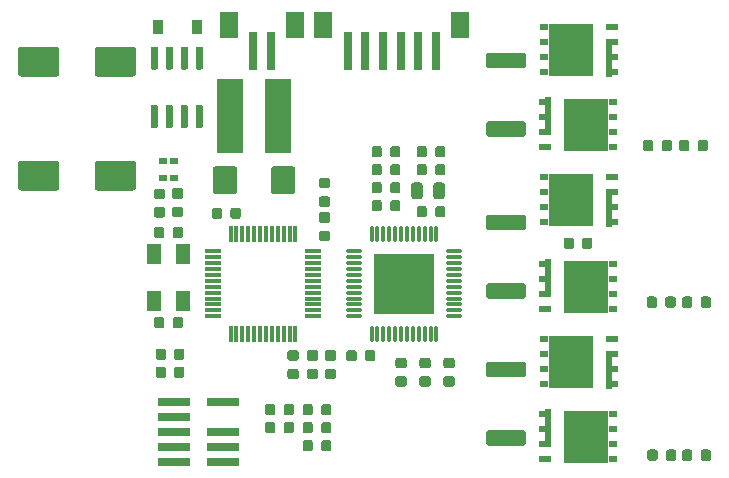
<source format=gbr>
G04 #@! TF.GenerationSoftware,KiCad,Pcbnew,(5.1.5)-3*
G04 #@! TF.CreationDate,2020-12-16T15:48:43+01:00*
G04 #@! TF.ProjectId,esc,6573632e-6b69-4636-9164-5f7063625858,rev?*
G04 #@! TF.SameCoordinates,Original*
G04 #@! TF.FileFunction,Paste,Top*
G04 #@! TF.FilePolarity,Positive*
%FSLAX46Y46*%
G04 Gerber Fmt 4.6, Leading zero omitted, Abs format (unit mm)*
G04 Created by KiCad (PCBNEW (5.1.5)-3) date 2020-12-16 15:48:43*
%MOMM*%
%LPD*%
G04 APERTURE LIST*
%ADD10O,1.450000X0.299999*%
%ADD11O,0.299999X1.450000*%
%ADD12R,5.170000X5.170000*%
%ADD13R,0.500000X0.500000*%
%ADD14R,1.100000X0.500000*%
%ADD15R,0.800000X0.600000*%
%ADD16R,3.750000X4.410000*%
%ADD17R,0.600000X3.200000*%
%ADD18R,1.200000X1.800000*%
%ADD19R,0.700000X0.600000*%
%ADD20R,2.200000X6.300000*%
%ADD21R,2.790000X0.740000*%
%ADD22R,0.300000X1.475000*%
%ADD23R,1.475000X0.300000*%
%ADD24C,0.100000*%
%ADD25R,0.900000X1.200000*%
%ADD26R,1.500000X2.300000*%
%ADD27R,0.700000X3.200000*%
G04 APERTURE END LIST*
D10*
X140428000Y-98342000D03*
X140428000Y-98841999D03*
X140428000Y-99341998D03*
X140428000Y-99842000D03*
X140428000Y-100341999D03*
X140428000Y-100842000D03*
X140428000Y-101342000D03*
X140428000Y-101841998D03*
X140428000Y-102342000D03*
X140428000Y-102841999D03*
X140428000Y-103342001D03*
X140428000Y-103842000D03*
D11*
X141903000Y-105317000D03*
X142402999Y-105317000D03*
X142902998Y-105317000D03*
X143403000Y-105317000D03*
X143902999Y-105317000D03*
X144403000Y-105317000D03*
X144903000Y-105317000D03*
X145402998Y-105317000D03*
X145903000Y-105317000D03*
X146402999Y-105317000D03*
X146903001Y-105317000D03*
X147403000Y-105317000D03*
D10*
X148878000Y-103842000D03*
X148878000Y-103342001D03*
X148878000Y-102841999D03*
X148878000Y-102342000D03*
X148878000Y-101841998D03*
X148878000Y-101342000D03*
X148878000Y-100842000D03*
X148878000Y-100341999D03*
X148878000Y-99842000D03*
X148878000Y-99341998D03*
X148878000Y-98841999D03*
X148878000Y-98342000D03*
D11*
X147403000Y-96867000D03*
X146903001Y-96867000D03*
X146402999Y-96867000D03*
X145903000Y-96867000D03*
X145402998Y-96867000D03*
X144903000Y-96867000D03*
X144403000Y-96867000D03*
X143902999Y-96867000D03*
X143403000Y-96867000D03*
X142902998Y-96867000D03*
X142402999Y-96867000D03*
X141903000Y-96867000D03*
D12*
X144653000Y-101091997D03*
D13*
X156312000Y-85725000D03*
X156312000Y-86995000D03*
X156312000Y-88265000D03*
D14*
X156612000Y-89535000D03*
D15*
X162312000Y-89535000D03*
X162312000Y-88265000D03*
X162312000Y-86995000D03*
X162312000Y-85725000D03*
D16*
X160037000Y-87630000D03*
D17*
X156862000Y-86915000D03*
X161990000Y-81995000D03*
D16*
X158815000Y-81280000D03*
D15*
X156540000Y-83185000D03*
X156540000Y-81915000D03*
X156540000Y-80645000D03*
X156540000Y-79375000D03*
D14*
X162240000Y-79375000D03*
D13*
X162540000Y-80645000D03*
X162540000Y-81915000D03*
X162540000Y-83185000D03*
D18*
X125914000Y-98584000D03*
X125914000Y-102584000D03*
X123514000Y-102584000D03*
X123514000Y-98584000D03*
D17*
X156862000Y-113331000D03*
D16*
X160037000Y-114046000D03*
D15*
X162312000Y-112141000D03*
X162312000Y-113411000D03*
X162312000Y-114681000D03*
X162312000Y-115951000D03*
D14*
X156612000Y-115951000D03*
D13*
X156312000Y-114681000D03*
X156312000Y-113411000D03*
X156312000Y-112141000D03*
D17*
X156862000Y-100631000D03*
D16*
X160037000Y-101346000D03*
D15*
X162312000Y-99441000D03*
X162312000Y-100711000D03*
X162312000Y-101981000D03*
X162312000Y-103251000D03*
D14*
X156612000Y-103251000D03*
D13*
X156312000Y-101981000D03*
X156312000Y-100711000D03*
X156312000Y-99441000D03*
D17*
X161990000Y-108411000D03*
D16*
X158815000Y-107696000D03*
D15*
X156540000Y-109601000D03*
X156540000Y-108331000D03*
X156540000Y-107061000D03*
X156540000Y-105791000D03*
D14*
X162240000Y-105791000D03*
D13*
X162540000Y-107061000D03*
X162540000Y-108331000D03*
X162540000Y-109601000D03*
D17*
X161980000Y-94695000D03*
D16*
X158805000Y-93980000D03*
D15*
X156530000Y-95885000D03*
X156530000Y-94615000D03*
X156530000Y-93345000D03*
X156530000Y-92075000D03*
D14*
X162230000Y-92075000D03*
D13*
X162530000Y-93345000D03*
X162530000Y-94615000D03*
X162530000Y-95885000D03*
D19*
X124214000Y-92140000D03*
X125214000Y-92140000D03*
X125214000Y-90740000D03*
X124214000Y-90740000D03*
D20*
X129953000Y-86868000D03*
X133963000Y-86868000D03*
D21*
X125219000Y-111125000D03*
X129289000Y-111125000D03*
X125219000Y-112395000D03*
X125219000Y-113665000D03*
X129289000Y-113665000D03*
X125219000Y-114935000D03*
X129289000Y-114935000D03*
X125219000Y-116205000D03*
X129289000Y-116205000D03*
D22*
X129965000Y-96854000D03*
X130465000Y-96854000D03*
X130965000Y-96854000D03*
X131465000Y-96854000D03*
X131965000Y-96854000D03*
X132465000Y-96854000D03*
X132965000Y-96854000D03*
X133465000Y-96854000D03*
X133965000Y-96854000D03*
X134465000Y-96854000D03*
X134965000Y-96854000D03*
X135465000Y-96854000D03*
D23*
X136953000Y-98342000D03*
X136953000Y-98842000D03*
X136953000Y-99342000D03*
X136953000Y-99842000D03*
X136953000Y-100342000D03*
X136953000Y-100842000D03*
X136953000Y-101342000D03*
X136953000Y-101842000D03*
X136953000Y-102342000D03*
X136953000Y-102842000D03*
X136953000Y-103342000D03*
X136953000Y-103842000D03*
D22*
X135465000Y-105330000D03*
X134965000Y-105330000D03*
X134465000Y-105330000D03*
X133965000Y-105330000D03*
X133465000Y-105330000D03*
X132965000Y-105330000D03*
X132465000Y-105330000D03*
X131965000Y-105330000D03*
X131465000Y-105330000D03*
X130965000Y-105330000D03*
X130465000Y-105330000D03*
X129965000Y-105330000D03*
D23*
X128477000Y-103842000D03*
X128477000Y-103342000D03*
X128477000Y-102842000D03*
X128477000Y-102342000D03*
X128477000Y-101842000D03*
X128477000Y-101342000D03*
X128477000Y-100842000D03*
X128477000Y-100342000D03*
X128477000Y-99842000D03*
X128477000Y-99342000D03*
X128477000Y-98842000D03*
X128477000Y-98342000D03*
D24*
G36*
X138314691Y-114334053D02*
G01*
X138335926Y-114337203D01*
X138356750Y-114342419D01*
X138376962Y-114349651D01*
X138396368Y-114358830D01*
X138414781Y-114369866D01*
X138432024Y-114382654D01*
X138447930Y-114397070D01*
X138462346Y-114412976D01*
X138475134Y-114430219D01*
X138486170Y-114448632D01*
X138495349Y-114468038D01*
X138502581Y-114488250D01*
X138507797Y-114509074D01*
X138510947Y-114530309D01*
X138512000Y-114551750D01*
X138512000Y-115064250D01*
X138510947Y-115085691D01*
X138507797Y-115106926D01*
X138502581Y-115127750D01*
X138495349Y-115147962D01*
X138486170Y-115167368D01*
X138475134Y-115185781D01*
X138462346Y-115203024D01*
X138447930Y-115218930D01*
X138432024Y-115233346D01*
X138414781Y-115246134D01*
X138396368Y-115257170D01*
X138376962Y-115266349D01*
X138356750Y-115273581D01*
X138335926Y-115278797D01*
X138314691Y-115281947D01*
X138293250Y-115283000D01*
X137855750Y-115283000D01*
X137834309Y-115281947D01*
X137813074Y-115278797D01*
X137792250Y-115273581D01*
X137772038Y-115266349D01*
X137752632Y-115257170D01*
X137734219Y-115246134D01*
X137716976Y-115233346D01*
X137701070Y-115218930D01*
X137686654Y-115203024D01*
X137673866Y-115185781D01*
X137662830Y-115167368D01*
X137653651Y-115147962D01*
X137646419Y-115127750D01*
X137641203Y-115106926D01*
X137638053Y-115085691D01*
X137637000Y-115064250D01*
X137637000Y-114551750D01*
X137638053Y-114530309D01*
X137641203Y-114509074D01*
X137646419Y-114488250D01*
X137653651Y-114468038D01*
X137662830Y-114448632D01*
X137673866Y-114430219D01*
X137686654Y-114412976D01*
X137701070Y-114397070D01*
X137716976Y-114382654D01*
X137734219Y-114369866D01*
X137752632Y-114358830D01*
X137772038Y-114349651D01*
X137792250Y-114342419D01*
X137813074Y-114337203D01*
X137834309Y-114334053D01*
X137855750Y-114333000D01*
X138293250Y-114333000D01*
X138314691Y-114334053D01*
G37*
G36*
X136739691Y-114334053D02*
G01*
X136760926Y-114337203D01*
X136781750Y-114342419D01*
X136801962Y-114349651D01*
X136821368Y-114358830D01*
X136839781Y-114369866D01*
X136857024Y-114382654D01*
X136872930Y-114397070D01*
X136887346Y-114412976D01*
X136900134Y-114430219D01*
X136911170Y-114448632D01*
X136920349Y-114468038D01*
X136927581Y-114488250D01*
X136932797Y-114509074D01*
X136935947Y-114530309D01*
X136937000Y-114551750D01*
X136937000Y-115064250D01*
X136935947Y-115085691D01*
X136932797Y-115106926D01*
X136927581Y-115127750D01*
X136920349Y-115147962D01*
X136911170Y-115167368D01*
X136900134Y-115185781D01*
X136887346Y-115203024D01*
X136872930Y-115218930D01*
X136857024Y-115233346D01*
X136839781Y-115246134D01*
X136821368Y-115257170D01*
X136801962Y-115266349D01*
X136781750Y-115273581D01*
X136760926Y-115278797D01*
X136739691Y-115281947D01*
X136718250Y-115283000D01*
X136280750Y-115283000D01*
X136259309Y-115281947D01*
X136238074Y-115278797D01*
X136217250Y-115273581D01*
X136197038Y-115266349D01*
X136177632Y-115257170D01*
X136159219Y-115246134D01*
X136141976Y-115233346D01*
X136126070Y-115218930D01*
X136111654Y-115203024D01*
X136098866Y-115185781D01*
X136087830Y-115167368D01*
X136078651Y-115147962D01*
X136071419Y-115127750D01*
X136066203Y-115106926D01*
X136063053Y-115085691D01*
X136062000Y-115064250D01*
X136062000Y-114551750D01*
X136063053Y-114530309D01*
X136066203Y-114509074D01*
X136071419Y-114488250D01*
X136078651Y-114468038D01*
X136087830Y-114448632D01*
X136098866Y-114430219D01*
X136111654Y-114412976D01*
X136126070Y-114397070D01*
X136141976Y-114382654D01*
X136159219Y-114369866D01*
X136177632Y-114358830D01*
X136197038Y-114349651D01*
X136217250Y-114342419D01*
X136238074Y-114337203D01*
X136259309Y-114334053D01*
X136280750Y-114333000D01*
X136718250Y-114333000D01*
X136739691Y-114334053D01*
G37*
G36*
X138199691Y-92121053D02*
G01*
X138220926Y-92124203D01*
X138241750Y-92129419D01*
X138261962Y-92136651D01*
X138281368Y-92145830D01*
X138299781Y-92156866D01*
X138317024Y-92169654D01*
X138332930Y-92184070D01*
X138347346Y-92199976D01*
X138360134Y-92217219D01*
X138371170Y-92235632D01*
X138380349Y-92255038D01*
X138387581Y-92275250D01*
X138392797Y-92296074D01*
X138395947Y-92317309D01*
X138397000Y-92338750D01*
X138397000Y-92776250D01*
X138395947Y-92797691D01*
X138392797Y-92818926D01*
X138387581Y-92839750D01*
X138380349Y-92859962D01*
X138371170Y-92879368D01*
X138360134Y-92897781D01*
X138347346Y-92915024D01*
X138332930Y-92930930D01*
X138317024Y-92945346D01*
X138299781Y-92958134D01*
X138281368Y-92969170D01*
X138261962Y-92978349D01*
X138241750Y-92985581D01*
X138220926Y-92990797D01*
X138199691Y-92993947D01*
X138178250Y-92995000D01*
X137665750Y-92995000D01*
X137644309Y-92993947D01*
X137623074Y-92990797D01*
X137602250Y-92985581D01*
X137582038Y-92978349D01*
X137562632Y-92969170D01*
X137544219Y-92958134D01*
X137526976Y-92945346D01*
X137511070Y-92930930D01*
X137496654Y-92915024D01*
X137483866Y-92897781D01*
X137472830Y-92879368D01*
X137463651Y-92859962D01*
X137456419Y-92839750D01*
X137451203Y-92818926D01*
X137448053Y-92797691D01*
X137447000Y-92776250D01*
X137447000Y-92338750D01*
X137448053Y-92317309D01*
X137451203Y-92296074D01*
X137456419Y-92275250D01*
X137463651Y-92255038D01*
X137472830Y-92235632D01*
X137483866Y-92217219D01*
X137496654Y-92199976D01*
X137511070Y-92184070D01*
X137526976Y-92169654D01*
X137544219Y-92156866D01*
X137562632Y-92145830D01*
X137582038Y-92136651D01*
X137602250Y-92129419D01*
X137623074Y-92124203D01*
X137644309Y-92121053D01*
X137665750Y-92120000D01*
X138178250Y-92120000D01*
X138199691Y-92121053D01*
G37*
G36*
X138199691Y-93696053D02*
G01*
X138220926Y-93699203D01*
X138241750Y-93704419D01*
X138261962Y-93711651D01*
X138281368Y-93720830D01*
X138299781Y-93731866D01*
X138317024Y-93744654D01*
X138332930Y-93759070D01*
X138347346Y-93774976D01*
X138360134Y-93792219D01*
X138371170Y-93810632D01*
X138380349Y-93830038D01*
X138387581Y-93850250D01*
X138392797Y-93871074D01*
X138395947Y-93892309D01*
X138397000Y-93913750D01*
X138397000Y-94351250D01*
X138395947Y-94372691D01*
X138392797Y-94393926D01*
X138387581Y-94414750D01*
X138380349Y-94434962D01*
X138371170Y-94454368D01*
X138360134Y-94472781D01*
X138347346Y-94490024D01*
X138332930Y-94505930D01*
X138317024Y-94520346D01*
X138299781Y-94533134D01*
X138281368Y-94544170D01*
X138261962Y-94553349D01*
X138241750Y-94560581D01*
X138220926Y-94565797D01*
X138199691Y-94568947D01*
X138178250Y-94570000D01*
X137665750Y-94570000D01*
X137644309Y-94568947D01*
X137623074Y-94565797D01*
X137602250Y-94560581D01*
X137582038Y-94553349D01*
X137562632Y-94544170D01*
X137544219Y-94533134D01*
X137526976Y-94520346D01*
X137511070Y-94505930D01*
X137496654Y-94490024D01*
X137483866Y-94472781D01*
X137472830Y-94454368D01*
X137463651Y-94434962D01*
X137456419Y-94414750D01*
X137451203Y-94393926D01*
X137448053Y-94372691D01*
X137447000Y-94351250D01*
X137447000Y-93913750D01*
X137448053Y-93892309D01*
X137451203Y-93871074D01*
X137456419Y-93850250D01*
X137463651Y-93830038D01*
X137472830Y-93810632D01*
X137483866Y-93792219D01*
X137496654Y-93774976D01*
X137511070Y-93759070D01*
X137526976Y-93744654D01*
X137544219Y-93731866D01*
X137562632Y-93720830D01*
X137582038Y-93711651D01*
X137602250Y-93704419D01*
X137623074Y-93699203D01*
X137644309Y-93696053D01*
X137665750Y-93695000D01*
X138178250Y-93695000D01*
X138199691Y-93696053D01*
G37*
G36*
X135139691Y-111286053D02*
G01*
X135160926Y-111289203D01*
X135181750Y-111294419D01*
X135201962Y-111301651D01*
X135221368Y-111310830D01*
X135239781Y-111321866D01*
X135257024Y-111334654D01*
X135272930Y-111349070D01*
X135287346Y-111364976D01*
X135300134Y-111382219D01*
X135311170Y-111400632D01*
X135320349Y-111420038D01*
X135327581Y-111440250D01*
X135332797Y-111461074D01*
X135335947Y-111482309D01*
X135337000Y-111503750D01*
X135337000Y-112016250D01*
X135335947Y-112037691D01*
X135332797Y-112058926D01*
X135327581Y-112079750D01*
X135320349Y-112099962D01*
X135311170Y-112119368D01*
X135300134Y-112137781D01*
X135287346Y-112155024D01*
X135272930Y-112170930D01*
X135257024Y-112185346D01*
X135239781Y-112198134D01*
X135221368Y-112209170D01*
X135201962Y-112218349D01*
X135181750Y-112225581D01*
X135160926Y-112230797D01*
X135139691Y-112233947D01*
X135118250Y-112235000D01*
X134680750Y-112235000D01*
X134659309Y-112233947D01*
X134638074Y-112230797D01*
X134617250Y-112225581D01*
X134597038Y-112218349D01*
X134577632Y-112209170D01*
X134559219Y-112198134D01*
X134541976Y-112185346D01*
X134526070Y-112170930D01*
X134511654Y-112155024D01*
X134498866Y-112137781D01*
X134487830Y-112119368D01*
X134478651Y-112099962D01*
X134471419Y-112079750D01*
X134466203Y-112058926D01*
X134463053Y-112037691D01*
X134462000Y-112016250D01*
X134462000Y-111503750D01*
X134463053Y-111482309D01*
X134466203Y-111461074D01*
X134471419Y-111440250D01*
X134478651Y-111420038D01*
X134487830Y-111400632D01*
X134498866Y-111382219D01*
X134511654Y-111364976D01*
X134526070Y-111349070D01*
X134541976Y-111334654D01*
X134559219Y-111321866D01*
X134577632Y-111310830D01*
X134597038Y-111301651D01*
X134617250Y-111294419D01*
X134638074Y-111289203D01*
X134659309Y-111286053D01*
X134680750Y-111285000D01*
X135118250Y-111285000D01*
X135139691Y-111286053D01*
G37*
G36*
X133564691Y-111286053D02*
G01*
X133585926Y-111289203D01*
X133606750Y-111294419D01*
X133626962Y-111301651D01*
X133646368Y-111310830D01*
X133664781Y-111321866D01*
X133682024Y-111334654D01*
X133697930Y-111349070D01*
X133712346Y-111364976D01*
X133725134Y-111382219D01*
X133736170Y-111400632D01*
X133745349Y-111420038D01*
X133752581Y-111440250D01*
X133757797Y-111461074D01*
X133760947Y-111482309D01*
X133762000Y-111503750D01*
X133762000Y-112016250D01*
X133760947Y-112037691D01*
X133757797Y-112058926D01*
X133752581Y-112079750D01*
X133745349Y-112099962D01*
X133736170Y-112119368D01*
X133725134Y-112137781D01*
X133712346Y-112155024D01*
X133697930Y-112170930D01*
X133682024Y-112185346D01*
X133664781Y-112198134D01*
X133646368Y-112209170D01*
X133626962Y-112218349D01*
X133606750Y-112225581D01*
X133585926Y-112230797D01*
X133564691Y-112233947D01*
X133543250Y-112235000D01*
X133105750Y-112235000D01*
X133084309Y-112233947D01*
X133063074Y-112230797D01*
X133042250Y-112225581D01*
X133022038Y-112218349D01*
X133002632Y-112209170D01*
X132984219Y-112198134D01*
X132966976Y-112185346D01*
X132951070Y-112170930D01*
X132936654Y-112155024D01*
X132923866Y-112137781D01*
X132912830Y-112119368D01*
X132903651Y-112099962D01*
X132896419Y-112079750D01*
X132891203Y-112058926D01*
X132888053Y-112037691D01*
X132887000Y-112016250D01*
X132887000Y-111503750D01*
X132888053Y-111482309D01*
X132891203Y-111461074D01*
X132896419Y-111440250D01*
X132903651Y-111420038D01*
X132912830Y-111400632D01*
X132923866Y-111382219D01*
X132936654Y-111364976D01*
X132951070Y-111349070D01*
X132966976Y-111334654D01*
X132984219Y-111321866D01*
X133002632Y-111310830D01*
X133022038Y-111301651D01*
X133042250Y-111294419D01*
X133063074Y-111289203D01*
X133084309Y-111286053D01*
X133105750Y-111285000D01*
X133543250Y-111285000D01*
X133564691Y-111286053D01*
G37*
G36*
X135139691Y-112810053D02*
G01*
X135160926Y-112813203D01*
X135181750Y-112818419D01*
X135201962Y-112825651D01*
X135221368Y-112834830D01*
X135239781Y-112845866D01*
X135257024Y-112858654D01*
X135272930Y-112873070D01*
X135287346Y-112888976D01*
X135300134Y-112906219D01*
X135311170Y-112924632D01*
X135320349Y-112944038D01*
X135327581Y-112964250D01*
X135332797Y-112985074D01*
X135335947Y-113006309D01*
X135337000Y-113027750D01*
X135337000Y-113540250D01*
X135335947Y-113561691D01*
X135332797Y-113582926D01*
X135327581Y-113603750D01*
X135320349Y-113623962D01*
X135311170Y-113643368D01*
X135300134Y-113661781D01*
X135287346Y-113679024D01*
X135272930Y-113694930D01*
X135257024Y-113709346D01*
X135239781Y-113722134D01*
X135221368Y-113733170D01*
X135201962Y-113742349D01*
X135181750Y-113749581D01*
X135160926Y-113754797D01*
X135139691Y-113757947D01*
X135118250Y-113759000D01*
X134680750Y-113759000D01*
X134659309Y-113757947D01*
X134638074Y-113754797D01*
X134617250Y-113749581D01*
X134597038Y-113742349D01*
X134577632Y-113733170D01*
X134559219Y-113722134D01*
X134541976Y-113709346D01*
X134526070Y-113694930D01*
X134511654Y-113679024D01*
X134498866Y-113661781D01*
X134487830Y-113643368D01*
X134478651Y-113623962D01*
X134471419Y-113603750D01*
X134466203Y-113582926D01*
X134463053Y-113561691D01*
X134462000Y-113540250D01*
X134462000Y-113027750D01*
X134463053Y-113006309D01*
X134466203Y-112985074D01*
X134471419Y-112964250D01*
X134478651Y-112944038D01*
X134487830Y-112924632D01*
X134498866Y-112906219D01*
X134511654Y-112888976D01*
X134526070Y-112873070D01*
X134541976Y-112858654D01*
X134559219Y-112845866D01*
X134577632Y-112834830D01*
X134597038Y-112825651D01*
X134617250Y-112818419D01*
X134638074Y-112813203D01*
X134659309Y-112810053D01*
X134680750Y-112809000D01*
X135118250Y-112809000D01*
X135139691Y-112810053D01*
G37*
G36*
X133564691Y-112810053D02*
G01*
X133585926Y-112813203D01*
X133606750Y-112818419D01*
X133626962Y-112825651D01*
X133646368Y-112834830D01*
X133664781Y-112845866D01*
X133682024Y-112858654D01*
X133697930Y-112873070D01*
X133712346Y-112888976D01*
X133725134Y-112906219D01*
X133736170Y-112924632D01*
X133745349Y-112944038D01*
X133752581Y-112964250D01*
X133757797Y-112985074D01*
X133760947Y-113006309D01*
X133762000Y-113027750D01*
X133762000Y-113540250D01*
X133760947Y-113561691D01*
X133757797Y-113582926D01*
X133752581Y-113603750D01*
X133745349Y-113623962D01*
X133736170Y-113643368D01*
X133725134Y-113661781D01*
X133712346Y-113679024D01*
X133697930Y-113694930D01*
X133682024Y-113709346D01*
X133664781Y-113722134D01*
X133646368Y-113733170D01*
X133626962Y-113742349D01*
X133606750Y-113749581D01*
X133585926Y-113754797D01*
X133564691Y-113757947D01*
X133543250Y-113759000D01*
X133105750Y-113759000D01*
X133084309Y-113757947D01*
X133063074Y-113754797D01*
X133042250Y-113749581D01*
X133022038Y-113742349D01*
X133002632Y-113733170D01*
X132984219Y-113722134D01*
X132966976Y-113709346D01*
X132951070Y-113694930D01*
X132936654Y-113679024D01*
X132923866Y-113661781D01*
X132912830Y-113643368D01*
X132903651Y-113623962D01*
X132896419Y-113603750D01*
X132891203Y-113582926D01*
X132888053Y-113561691D01*
X132887000Y-113540250D01*
X132887000Y-113027750D01*
X132888053Y-113006309D01*
X132891203Y-112985074D01*
X132896419Y-112964250D01*
X132903651Y-112944038D01*
X132912830Y-112924632D01*
X132923866Y-112906219D01*
X132936654Y-112888976D01*
X132951070Y-112873070D01*
X132966976Y-112858654D01*
X132984219Y-112845866D01*
X133002632Y-112834830D01*
X133022038Y-112825651D01*
X133042250Y-112818419D01*
X133063074Y-112813203D01*
X133084309Y-112810053D01*
X133105750Y-112809000D01*
X133543250Y-112809000D01*
X133564691Y-112810053D01*
G37*
G36*
X136739691Y-111286053D02*
G01*
X136760926Y-111289203D01*
X136781750Y-111294419D01*
X136801962Y-111301651D01*
X136821368Y-111310830D01*
X136839781Y-111321866D01*
X136857024Y-111334654D01*
X136872930Y-111349070D01*
X136887346Y-111364976D01*
X136900134Y-111382219D01*
X136911170Y-111400632D01*
X136920349Y-111420038D01*
X136927581Y-111440250D01*
X136932797Y-111461074D01*
X136935947Y-111482309D01*
X136937000Y-111503750D01*
X136937000Y-112016250D01*
X136935947Y-112037691D01*
X136932797Y-112058926D01*
X136927581Y-112079750D01*
X136920349Y-112099962D01*
X136911170Y-112119368D01*
X136900134Y-112137781D01*
X136887346Y-112155024D01*
X136872930Y-112170930D01*
X136857024Y-112185346D01*
X136839781Y-112198134D01*
X136821368Y-112209170D01*
X136801962Y-112218349D01*
X136781750Y-112225581D01*
X136760926Y-112230797D01*
X136739691Y-112233947D01*
X136718250Y-112235000D01*
X136280750Y-112235000D01*
X136259309Y-112233947D01*
X136238074Y-112230797D01*
X136217250Y-112225581D01*
X136197038Y-112218349D01*
X136177632Y-112209170D01*
X136159219Y-112198134D01*
X136141976Y-112185346D01*
X136126070Y-112170930D01*
X136111654Y-112155024D01*
X136098866Y-112137781D01*
X136087830Y-112119368D01*
X136078651Y-112099962D01*
X136071419Y-112079750D01*
X136066203Y-112058926D01*
X136063053Y-112037691D01*
X136062000Y-112016250D01*
X136062000Y-111503750D01*
X136063053Y-111482309D01*
X136066203Y-111461074D01*
X136071419Y-111440250D01*
X136078651Y-111420038D01*
X136087830Y-111400632D01*
X136098866Y-111382219D01*
X136111654Y-111364976D01*
X136126070Y-111349070D01*
X136141976Y-111334654D01*
X136159219Y-111321866D01*
X136177632Y-111310830D01*
X136197038Y-111301651D01*
X136217250Y-111294419D01*
X136238074Y-111289203D01*
X136259309Y-111286053D01*
X136280750Y-111285000D01*
X136718250Y-111285000D01*
X136739691Y-111286053D01*
G37*
G36*
X138314691Y-111286053D02*
G01*
X138335926Y-111289203D01*
X138356750Y-111294419D01*
X138376962Y-111301651D01*
X138396368Y-111310830D01*
X138414781Y-111321866D01*
X138432024Y-111334654D01*
X138447930Y-111349070D01*
X138462346Y-111364976D01*
X138475134Y-111382219D01*
X138486170Y-111400632D01*
X138495349Y-111420038D01*
X138502581Y-111440250D01*
X138507797Y-111461074D01*
X138510947Y-111482309D01*
X138512000Y-111503750D01*
X138512000Y-112016250D01*
X138510947Y-112037691D01*
X138507797Y-112058926D01*
X138502581Y-112079750D01*
X138495349Y-112099962D01*
X138486170Y-112119368D01*
X138475134Y-112137781D01*
X138462346Y-112155024D01*
X138447930Y-112170930D01*
X138432024Y-112185346D01*
X138414781Y-112198134D01*
X138396368Y-112209170D01*
X138376962Y-112218349D01*
X138356750Y-112225581D01*
X138335926Y-112230797D01*
X138314691Y-112233947D01*
X138293250Y-112235000D01*
X137855750Y-112235000D01*
X137834309Y-112233947D01*
X137813074Y-112230797D01*
X137792250Y-112225581D01*
X137772038Y-112218349D01*
X137752632Y-112209170D01*
X137734219Y-112198134D01*
X137716976Y-112185346D01*
X137701070Y-112170930D01*
X137686654Y-112155024D01*
X137673866Y-112137781D01*
X137662830Y-112119368D01*
X137653651Y-112099962D01*
X137646419Y-112079750D01*
X137641203Y-112058926D01*
X137638053Y-112037691D01*
X137637000Y-112016250D01*
X137637000Y-111503750D01*
X137638053Y-111482309D01*
X137641203Y-111461074D01*
X137646419Y-111440250D01*
X137653651Y-111420038D01*
X137662830Y-111400632D01*
X137673866Y-111382219D01*
X137686654Y-111364976D01*
X137701070Y-111349070D01*
X137716976Y-111334654D01*
X137734219Y-111321866D01*
X137752632Y-111310830D01*
X137772038Y-111301651D01*
X137792250Y-111294419D01*
X137813074Y-111289203D01*
X137834309Y-111286053D01*
X137855750Y-111285000D01*
X138293250Y-111285000D01*
X138314691Y-111286053D01*
G37*
G36*
X136739691Y-112810053D02*
G01*
X136760926Y-112813203D01*
X136781750Y-112818419D01*
X136801962Y-112825651D01*
X136821368Y-112834830D01*
X136839781Y-112845866D01*
X136857024Y-112858654D01*
X136872930Y-112873070D01*
X136887346Y-112888976D01*
X136900134Y-112906219D01*
X136911170Y-112924632D01*
X136920349Y-112944038D01*
X136927581Y-112964250D01*
X136932797Y-112985074D01*
X136935947Y-113006309D01*
X136937000Y-113027750D01*
X136937000Y-113540250D01*
X136935947Y-113561691D01*
X136932797Y-113582926D01*
X136927581Y-113603750D01*
X136920349Y-113623962D01*
X136911170Y-113643368D01*
X136900134Y-113661781D01*
X136887346Y-113679024D01*
X136872930Y-113694930D01*
X136857024Y-113709346D01*
X136839781Y-113722134D01*
X136821368Y-113733170D01*
X136801962Y-113742349D01*
X136781750Y-113749581D01*
X136760926Y-113754797D01*
X136739691Y-113757947D01*
X136718250Y-113759000D01*
X136280750Y-113759000D01*
X136259309Y-113757947D01*
X136238074Y-113754797D01*
X136217250Y-113749581D01*
X136197038Y-113742349D01*
X136177632Y-113733170D01*
X136159219Y-113722134D01*
X136141976Y-113709346D01*
X136126070Y-113694930D01*
X136111654Y-113679024D01*
X136098866Y-113661781D01*
X136087830Y-113643368D01*
X136078651Y-113623962D01*
X136071419Y-113603750D01*
X136066203Y-113582926D01*
X136063053Y-113561691D01*
X136062000Y-113540250D01*
X136062000Y-113027750D01*
X136063053Y-113006309D01*
X136066203Y-112985074D01*
X136071419Y-112964250D01*
X136078651Y-112944038D01*
X136087830Y-112924632D01*
X136098866Y-112906219D01*
X136111654Y-112888976D01*
X136126070Y-112873070D01*
X136141976Y-112858654D01*
X136159219Y-112845866D01*
X136177632Y-112834830D01*
X136197038Y-112825651D01*
X136217250Y-112818419D01*
X136238074Y-112813203D01*
X136259309Y-112810053D01*
X136280750Y-112809000D01*
X136718250Y-112809000D01*
X136739691Y-112810053D01*
G37*
G36*
X138314691Y-112810053D02*
G01*
X138335926Y-112813203D01*
X138356750Y-112818419D01*
X138376962Y-112825651D01*
X138396368Y-112834830D01*
X138414781Y-112845866D01*
X138432024Y-112858654D01*
X138447930Y-112873070D01*
X138462346Y-112888976D01*
X138475134Y-112906219D01*
X138486170Y-112924632D01*
X138495349Y-112944038D01*
X138502581Y-112964250D01*
X138507797Y-112985074D01*
X138510947Y-113006309D01*
X138512000Y-113027750D01*
X138512000Y-113540250D01*
X138510947Y-113561691D01*
X138507797Y-113582926D01*
X138502581Y-113603750D01*
X138495349Y-113623962D01*
X138486170Y-113643368D01*
X138475134Y-113661781D01*
X138462346Y-113679024D01*
X138447930Y-113694930D01*
X138432024Y-113709346D01*
X138414781Y-113722134D01*
X138396368Y-113733170D01*
X138376962Y-113742349D01*
X138356750Y-113749581D01*
X138335926Y-113754797D01*
X138314691Y-113757947D01*
X138293250Y-113759000D01*
X137855750Y-113759000D01*
X137834309Y-113757947D01*
X137813074Y-113754797D01*
X137792250Y-113749581D01*
X137772038Y-113742349D01*
X137752632Y-113733170D01*
X137734219Y-113722134D01*
X137716976Y-113709346D01*
X137701070Y-113694930D01*
X137686654Y-113679024D01*
X137673866Y-113661781D01*
X137662830Y-113643368D01*
X137653651Y-113623962D01*
X137646419Y-113603750D01*
X137641203Y-113582926D01*
X137638053Y-113561691D01*
X137637000Y-113540250D01*
X137637000Y-113027750D01*
X137638053Y-113006309D01*
X137641203Y-112985074D01*
X137646419Y-112964250D01*
X137653651Y-112944038D01*
X137662830Y-112924632D01*
X137673866Y-112906219D01*
X137686654Y-112888976D01*
X137701070Y-112873070D01*
X137716976Y-112858654D01*
X137734219Y-112845866D01*
X137752632Y-112834830D01*
X137772038Y-112825651D01*
X137792250Y-112818419D01*
X137813074Y-112813203D01*
X137834309Y-112810053D01*
X137855750Y-112809000D01*
X138293250Y-112809000D01*
X138314691Y-112810053D01*
G37*
G36*
X124166691Y-103920053D02*
G01*
X124187926Y-103923203D01*
X124208750Y-103928419D01*
X124228962Y-103935651D01*
X124248368Y-103944830D01*
X124266781Y-103955866D01*
X124284024Y-103968654D01*
X124299930Y-103983070D01*
X124314346Y-103998976D01*
X124327134Y-104016219D01*
X124338170Y-104034632D01*
X124347349Y-104054038D01*
X124354581Y-104074250D01*
X124359797Y-104095074D01*
X124362947Y-104116309D01*
X124364000Y-104137750D01*
X124364000Y-104650250D01*
X124362947Y-104671691D01*
X124359797Y-104692926D01*
X124354581Y-104713750D01*
X124347349Y-104733962D01*
X124338170Y-104753368D01*
X124327134Y-104771781D01*
X124314346Y-104789024D01*
X124299930Y-104804930D01*
X124284024Y-104819346D01*
X124266781Y-104832134D01*
X124248368Y-104843170D01*
X124228962Y-104852349D01*
X124208750Y-104859581D01*
X124187926Y-104864797D01*
X124166691Y-104867947D01*
X124145250Y-104869000D01*
X123707750Y-104869000D01*
X123686309Y-104867947D01*
X123665074Y-104864797D01*
X123644250Y-104859581D01*
X123624038Y-104852349D01*
X123604632Y-104843170D01*
X123586219Y-104832134D01*
X123568976Y-104819346D01*
X123553070Y-104804930D01*
X123538654Y-104789024D01*
X123525866Y-104771781D01*
X123514830Y-104753368D01*
X123505651Y-104733962D01*
X123498419Y-104713750D01*
X123493203Y-104692926D01*
X123490053Y-104671691D01*
X123489000Y-104650250D01*
X123489000Y-104137750D01*
X123490053Y-104116309D01*
X123493203Y-104095074D01*
X123498419Y-104074250D01*
X123505651Y-104054038D01*
X123514830Y-104034632D01*
X123525866Y-104016219D01*
X123538654Y-103998976D01*
X123553070Y-103983070D01*
X123568976Y-103968654D01*
X123586219Y-103955866D01*
X123604632Y-103944830D01*
X123624038Y-103935651D01*
X123644250Y-103928419D01*
X123665074Y-103923203D01*
X123686309Y-103920053D01*
X123707750Y-103919000D01*
X124145250Y-103919000D01*
X124166691Y-103920053D01*
G37*
G36*
X125741691Y-103920053D02*
G01*
X125762926Y-103923203D01*
X125783750Y-103928419D01*
X125803962Y-103935651D01*
X125823368Y-103944830D01*
X125841781Y-103955866D01*
X125859024Y-103968654D01*
X125874930Y-103983070D01*
X125889346Y-103998976D01*
X125902134Y-104016219D01*
X125913170Y-104034632D01*
X125922349Y-104054038D01*
X125929581Y-104074250D01*
X125934797Y-104095074D01*
X125937947Y-104116309D01*
X125939000Y-104137750D01*
X125939000Y-104650250D01*
X125937947Y-104671691D01*
X125934797Y-104692926D01*
X125929581Y-104713750D01*
X125922349Y-104733962D01*
X125913170Y-104753368D01*
X125902134Y-104771781D01*
X125889346Y-104789024D01*
X125874930Y-104804930D01*
X125859024Y-104819346D01*
X125841781Y-104832134D01*
X125823368Y-104843170D01*
X125803962Y-104852349D01*
X125783750Y-104859581D01*
X125762926Y-104864797D01*
X125741691Y-104867947D01*
X125720250Y-104869000D01*
X125282750Y-104869000D01*
X125261309Y-104867947D01*
X125240074Y-104864797D01*
X125219250Y-104859581D01*
X125199038Y-104852349D01*
X125179632Y-104843170D01*
X125161219Y-104832134D01*
X125143976Y-104819346D01*
X125128070Y-104804930D01*
X125113654Y-104789024D01*
X125100866Y-104771781D01*
X125089830Y-104753368D01*
X125080651Y-104733962D01*
X125073419Y-104713750D01*
X125068203Y-104692926D01*
X125065053Y-104671691D01*
X125064000Y-104650250D01*
X125064000Y-104137750D01*
X125065053Y-104116309D01*
X125068203Y-104095074D01*
X125073419Y-104074250D01*
X125080651Y-104054038D01*
X125089830Y-104034632D01*
X125100866Y-104016219D01*
X125113654Y-103998976D01*
X125128070Y-103983070D01*
X125143976Y-103968654D01*
X125161219Y-103955866D01*
X125179632Y-103944830D01*
X125199038Y-103935651D01*
X125219250Y-103928419D01*
X125240074Y-103923203D01*
X125261309Y-103920053D01*
X125282750Y-103919000D01*
X125720250Y-103919000D01*
X125741691Y-103920053D01*
G37*
G36*
X125741691Y-96300053D02*
G01*
X125762926Y-96303203D01*
X125783750Y-96308419D01*
X125803962Y-96315651D01*
X125823368Y-96324830D01*
X125841781Y-96335866D01*
X125859024Y-96348654D01*
X125874930Y-96363070D01*
X125889346Y-96378976D01*
X125902134Y-96396219D01*
X125913170Y-96414632D01*
X125922349Y-96434038D01*
X125929581Y-96454250D01*
X125934797Y-96475074D01*
X125937947Y-96496309D01*
X125939000Y-96517750D01*
X125939000Y-97030250D01*
X125937947Y-97051691D01*
X125934797Y-97072926D01*
X125929581Y-97093750D01*
X125922349Y-97113962D01*
X125913170Y-97133368D01*
X125902134Y-97151781D01*
X125889346Y-97169024D01*
X125874930Y-97184930D01*
X125859024Y-97199346D01*
X125841781Y-97212134D01*
X125823368Y-97223170D01*
X125803962Y-97232349D01*
X125783750Y-97239581D01*
X125762926Y-97244797D01*
X125741691Y-97247947D01*
X125720250Y-97249000D01*
X125282750Y-97249000D01*
X125261309Y-97247947D01*
X125240074Y-97244797D01*
X125219250Y-97239581D01*
X125199038Y-97232349D01*
X125179632Y-97223170D01*
X125161219Y-97212134D01*
X125143976Y-97199346D01*
X125128070Y-97184930D01*
X125113654Y-97169024D01*
X125100866Y-97151781D01*
X125089830Y-97133368D01*
X125080651Y-97113962D01*
X125073419Y-97093750D01*
X125068203Y-97072926D01*
X125065053Y-97051691D01*
X125064000Y-97030250D01*
X125064000Y-96517750D01*
X125065053Y-96496309D01*
X125068203Y-96475074D01*
X125073419Y-96454250D01*
X125080651Y-96434038D01*
X125089830Y-96414632D01*
X125100866Y-96396219D01*
X125113654Y-96378976D01*
X125128070Y-96363070D01*
X125143976Y-96348654D01*
X125161219Y-96335866D01*
X125179632Y-96324830D01*
X125199038Y-96315651D01*
X125219250Y-96308419D01*
X125240074Y-96303203D01*
X125261309Y-96300053D01*
X125282750Y-96299000D01*
X125720250Y-96299000D01*
X125741691Y-96300053D01*
G37*
G36*
X124166691Y-96300053D02*
G01*
X124187926Y-96303203D01*
X124208750Y-96308419D01*
X124228962Y-96315651D01*
X124248368Y-96324830D01*
X124266781Y-96335866D01*
X124284024Y-96348654D01*
X124299930Y-96363070D01*
X124314346Y-96378976D01*
X124327134Y-96396219D01*
X124338170Y-96414632D01*
X124347349Y-96434038D01*
X124354581Y-96454250D01*
X124359797Y-96475074D01*
X124362947Y-96496309D01*
X124364000Y-96517750D01*
X124364000Y-97030250D01*
X124362947Y-97051691D01*
X124359797Y-97072926D01*
X124354581Y-97093750D01*
X124347349Y-97113962D01*
X124338170Y-97133368D01*
X124327134Y-97151781D01*
X124314346Y-97169024D01*
X124299930Y-97184930D01*
X124284024Y-97199346D01*
X124266781Y-97212134D01*
X124248368Y-97223170D01*
X124228962Y-97232349D01*
X124208750Y-97239581D01*
X124187926Y-97244797D01*
X124166691Y-97247947D01*
X124145250Y-97249000D01*
X123707750Y-97249000D01*
X123686309Y-97247947D01*
X123665074Y-97244797D01*
X123644250Y-97239581D01*
X123624038Y-97232349D01*
X123604632Y-97223170D01*
X123586219Y-97212134D01*
X123568976Y-97199346D01*
X123553070Y-97184930D01*
X123538654Y-97169024D01*
X123525866Y-97151781D01*
X123514830Y-97133368D01*
X123505651Y-97113962D01*
X123498419Y-97093750D01*
X123493203Y-97072926D01*
X123490053Y-97051691D01*
X123489000Y-97030250D01*
X123489000Y-96517750D01*
X123490053Y-96496309D01*
X123493203Y-96475074D01*
X123498419Y-96454250D01*
X123505651Y-96434038D01*
X123514830Y-96414632D01*
X123525866Y-96396219D01*
X123538654Y-96378976D01*
X123553070Y-96363070D01*
X123568976Y-96348654D01*
X123586219Y-96335866D01*
X123604632Y-96324830D01*
X123624038Y-96315651D01*
X123644250Y-96308419D01*
X123665074Y-96303203D01*
X123686309Y-96300053D01*
X123707750Y-96299000D01*
X124145250Y-96299000D01*
X124166691Y-96300053D01*
G37*
G36*
X138199691Y-96617053D02*
G01*
X138220926Y-96620203D01*
X138241750Y-96625419D01*
X138261962Y-96632651D01*
X138281368Y-96641830D01*
X138299781Y-96652866D01*
X138317024Y-96665654D01*
X138332930Y-96680070D01*
X138347346Y-96695976D01*
X138360134Y-96713219D01*
X138371170Y-96731632D01*
X138380349Y-96751038D01*
X138387581Y-96771250D01*
X138392797Y-96792074D01*
X138395947Y-96813309D01*
X138397000Y-96834750D01*
X138397000Y-97272250D01*
X138395947Y-97293691D01*
X138392797Y-97314926D01*
X138387581Y-97335750D01*
X138380349Y-97355962D01*
X138371170Y-97375368D01*
X138360134Y-97393781D01*
X138347346Y-97411024D01*
X138332930Y-97426930D01*
X138317024Y-97441346D01*
X138299781Y-97454134D01*
X138281368Y-97465170D01*
X138261962Y-97474349D01*
X138241750Y-97481581D01*
X138220926Y-97486797D01*
X138199691Y-97489947D01*
X138178250Y-97491000D01*
X137665750Y-97491000D01*
X137644309Y-97489947D01*
X137623074Y-97486797D01*
X137602250Y-97481581D01*
X137582038Y-97474349D01*
X137562632Y-97465170D01*
X137544219Y-97454134D01*
X137526976Y-97441346D01*
X137511070Y-97426930D01*
X137496654Y-97411024D01*
X137483866Y-97393781D01*
X137472830Y-97375368D01*
X137463651Y-97355962D01*
X137456419Y-97335750D01*
X137451203Y-97314926D01*
X137448053Y-97293691D01*
X137447000Y-97272250D01*
X137447000Y-96834750D01*
X137448053Y-96813309D01*
X137451203Y-96792074D01*
X137456419Y-96771250D01*
X137463651Y-96751038D01*
X137472830Y-96731632D01*
X137483866Y-96713219D01*
X137496654Y-96695976D01*
X137511070Y-96680070D01*
X137526976Y-96665654D01*
X137544219Y-96652866D01*
X137562632Y-96641830D01*
X137582038Y-96632651D01*
X137602250Y-96625419D01*
X137623074Y-96620203D01*
X137644309Y-96617053D01*
X137665750Y-96616000D01*
X138178250Y-96616000D01*
X138199691Y-96617053D01*
G37*
G36*
X138199691Y-95042053D02*
G01*
X138220926Y-95045203D01*
X138241750Y-95050419D01*
X138261962Y-95057651D01*
X138281368Y-95066830D01*
X138299781Y-95077866D01*
X138317024Y-95090654D01*
X138332930Y-95105070D01*
X138347346Y-95120976D01*
X138360134Y-95138219D01*
X138371170Y-95156632D01*
X138380349Y-95176038D01*
X138387581Y-95196250D01*
X138392797Y-95217074D01*
X138395947Y-95238309D01*
X138397000Y-95259750D01*
X138397000Y-95697250D01*
X138395947Y-95718691D01*
X138392797Y-95739926D01*
X138387581Y-95760750D01*
X138380349Y-95780962D01*
X138371170Y-95800368D01*
X138360134Y-95818781D01*
X138347346Y-95836024D01*
X138332930Y-95851930D01*
X138317024Y-95866346D01*
X138299781Y-95879134D01*
X138281368Y-95890170D01*
X138261962Y-95899349D01*
X138241750Y-95906581D01*
X138220926Y-95911797D01*
X138199691Y-95914947D01*
X138178250Y-95916000D01*
X137665750Y-95916000D01*
X137644309Y-95914947D01*
X137623074Y-95911797D01*
X137602250Y-95906581D01*
X137582038Y-95899349D01*
X137562632Y-95890170D01*
X137544219Y-95879134D01*
X137526976Y-95866346D01*
X137511070Y-95851930D01*
X137496654Y-95836024D01*
X137483866Y-95818781D01*
X137472830Y-95800368D01*
X137463651Y-95780962D01*
X137456419Y-95760750D01*
X137451203Y-95739926D01*
X137448053Y-95718691D01*
X137447000Y-95697250D01*
X137447000Y-95259750D01*
X137448053Y-95238309D01*
X137451203Y-95217074D01*
X137456419Y-95196250D01*
X137463651Y-95176038D01*
X137472830Y-95156632D01*
X137483866Y-95138219D01*
X137496654Y-95120976D01*
X137511070Y-95105070D01*
X137526976Y-95090654D01*
X137544219Y-95077866D01*
X137562632Y-95066830D01*
X137582038Y-95057651D01*
X137602250Y-95050419D01*
X137623074Y-95045203D01*
X137644309Y-95042053D01*
X137665750Y-95041000D01*
X138178250Y-95041000D01*
X138199691Y-95042053D01*
G37*
G36*
X135532691Y-106726053D02*
G01*
X135553926Y-106729203D01*
X135574750Y-106734419D01*
X135594962Y-106741651D01*
X135614368Y-106750830D01*
X135632781Y-106761866D01*
X135650024Y-106774654D01*
X135665930Y-106789070D01*
X135680346Y-106804976D01*
X135693134Y-106822219D01*
X135704170Y-106840632D01*
X135713349Y-106860038D01*
X135720581Y-106880250D01*
X135725797Y-106901074D01*
X135728947Y-106922309D01*
X135730000Y-106943750D01*
X135730000Y-107381250D01*
X135728947Y-107402691D01*
X135725797Y-107423926D01*
X135720581Y-107444750D01*
X135713349Y-107464962D01*
X135704170Y-107484368D01*
X135693134Y-107502781D01*
X135680346Y-107520024D01*
X135665930Y-107535930D01*
X135650024Y-107550346D01*
X135632781Y-107563134D01*
X135614368Y-107574170D01*
X135594962Y-107583349D01*
X135574750Y-107590581D01*
X135553926Y-107595797D01*
X135532691Y-107598947D01*
X135511250Y-107600000D01*
X134998750Y-107600000D01*
X134977309Y-107598947D01*
X134956074Y-107595797D01*
X134935250Y-107590581D01*
X134915038Y-107583349D01*
X134895632Y-107574170D01*
X134877219Y-107563134D01*
X134859976Y-107550346D01*
X134844070Y-107535930D01*
X134829654Y-107520024D01*
X134816866Y-107502781D01*
X134805830Y-107484368D01*
X134796651Y-107464962D01*
X134789419Y-107444750D01*
X134784203Y-107423926D01*
X134781053Y-107402691D01*
X134780000Y-107381250D01*
X134780000Y-106943750D01*
X134781053Y-106922309D01*
X134784203Y-106901074D01*
X134789419Y-106880250D01*
X134796651Y-106860038D01*
X134805830Y-106840632D01*
X134816866Y-106822219D01*
X134829654Y-106804976D01*
X134844070Y-106789070D01*
X134859976Y-106774654D01*
X134877219Y-106761866D01*
X134895632Y-106750830D01*
X134915038Y-106741651D01*
X134935250Y-106734419D01*
X134956074Y-106729203D01*
X134977309Y-106726053D01*
X134998750Y-106725000D01*
X135511250Y-106725000D01*
X135532691Y-106726053D01*
G37*
G36*
X135532691Y-108301053D02*
G01*
X135553926Y-108304203D01*
X135574750Y-108309419D01*
X135594962Y-108316651D01*
X135614368Y-108325830D01*
X135632781Y-108336866D01*
X135650024Y-108349654D01*
X135665930Y-108364070D01*
X135680346Y-108379976D01*
X135693134Y-108397219D01*
X135704170Y-108415632D01*
X135713349Y-108435038D01*
X135720581Y-108455250D01*
X135725797Y-108476074D01*
X135728947Y-108497309D01*
X135730000Y-108518750D01*
X135730000Y-108956250D01*
X135728947Y-108977691D01*
X135725797Y-108998926D01*
X135720581Y-109019750D01*
X135713349Y-109039962D01*
X135704170Y-109059368D01*
X135693134Y-109077781D01*
X135680346Y-109095024D01*
X135665930Y-109110930D01*
X135650024Y-109125346D01*
X135632781Y-109138134D01*
X135614368Y-109149170D01*
X135594962Y-109158349D01*
X135574750Y-109165581D01*
X135553926Y-109170797D01*
X135532691Y-109173947D01*
X135511250Y-109175000D01*
X134998750Y-109175000D01*
X134977309Y-109173947D01*
X134956074Y-109170797D01*
X134935250Y-109165581D01*
X134915038Y-109158349D01*
X134895632Y-109149170D01*
X134877219Y-109138134D01*
X134859976Y-109125346D01*
X134844070Y-109110930D01*
X134829654Y-109095024D01*
X134816866Y-109077781D01*
X134805830Y-109059368D01*
X134796651Y-109039962D01*
X134789419Y-109019750D01*
X134784203Y-108998926D01*
X134781053Y-108977691D01*
X134780000Y-108956250D01*
X134780000Y-108518750D01*
X134781053Y-108497309D01*
X134784203Y-108476074D01*
X134789419Y-108455250D01*
X134796651Y-108435038D01*
X134805830Y-108415632D01*
X134816866Y-108397219D01*
X134829654Y-108379976D01*
X134844070Y-108364070D01*
X134859976Y-108349654D01*
X134877219Y-108336866D01*
X134895632Y-108325830D01*
X134915038Y-108316651D01*
X134935250Y-108309419D01*
X134956074Y-108304203D01*
X134977309Y-108301053D01*
X134998750Y-108300000D01*
X135511250Y-108300000D01*
X135532691Y-108301053D01*
G37*
G36*
X130631191Y-94649053D02*
G01*
X130652426Y-94652203D01*
X130673250Y-94657419D01*
X130693462Y-94664651D01*
X130712868Y-94673830D01*
X130731281Y-94684866D01*
X130748524Y-94697654D01*
X130764430Y-94712070D01*
X130778846Y-94727976D01*
X130791634Y-94745219D01*
X130802670Y-94763632D01*
X130811849Y-94783038D01*
X130819081Y-94803250D01*
X130824297Y-94824074D01*
X130827447Y-94845309D01*
X130828500Y-94866750D01*
X130828500Y-95379250D01*
X130827447Y-95400691D01*
X130824297Y-95421926D01*
X130819081Y-95442750D01*
X130811849Y-95462962D01*
X130802670Y-95482368D01*
X130791634Y-95500781D01*
X130778846Y-95518024D01*
X130764430Y-95533930D01*
X130748524Y-95548346D01*
X130731281Y-95561134D01*
X130712868Y-95572170D01*
X130693462Y-95581349D01*
X130673250Y-95588581D01*
X130652426Y-95593797D01*
X130631191Y-95596947D01*
X130609750Y-95598000D01*
X130172250Y-95598000D01*
X130150809Y-95596947D01*
X130129574Y-95593797D01*
X130108750Y-95588581D01*
X130088538Y-95581349D01*
X130069132Y-95572170D01*
X130050719Y-95561134D01*
X130033476Y-95548346D01*
X130017570Y-95533930D01*
X130003154Y-95518024D01*
X129990366Y-95500781D01*
X129979330Y-95482368D01*
X129970151Y-95462962D01*
X129962919Y-95442750D01*
X129957703Y-95421926D01*
X129954553Y-95400691D01*
X129953500Y-95379250D01*
X129953500Y-94866750D01*
X129954553Y-94845309D01*
X129957703Y-94824074D01*
X129962919Y-94803250D01*
X129970151Y-94783038D01*
X129979330Y-94763632D01*
X129990366Y-94745219D01*
X130003154Y-94727976D01*
X130017570Y-94712070D01*
X130033476Y-94697654D01*
X130050719Y-94684866D01*
X130069132Y-94673830D01*
X130088538Y-94664651D01*
X130108750Y-94657419D01*
X130129574Y-94652203D01*
X130150809Y-94649053D01*
X130172250Y-94648000D01*
X130609750Y-94648000D01*
X130631191Y-94649053D01*
G37*
G36*
X129056191Y-94649053D02*
G01*
X129077426Y-94652203D01*
X129098250Y-94657419D01*
X129118462Y-94664651D01*
X129137868Y-94673830D01*
X129156281Y-94684866D01*
X129173524Y-94697654D01*
X129189430Y-94712070D01*
X129203846Y-94727976D01*
X129216634Y-94745219D01*
X129227670Y-94763632D01*
X129236849Y-94783038D01*
X129244081Y-94803250D01*
X129249297Y-94824074D01*
X129252447Y-94845309D01*
X129253500Y-94866750D01*
X129253500Y-95379250D01*
X129252447Y-95400691D01*
X129249297Y-95421926D01*
X129244081Y-95442750D01*
X129236849Y-95462962D01*
X129227670Y-95482368D01*
X129216634Y-95500781D01*
X129203846Y-95518024D01*
X129189430Y-95533930D01*
X129173524Y-95548346D01*
X129156281Y-95561134D01*
X129137868Y-95572170D01*
X129118462Y-95581349D01*
X129098250Y-95588581D01*
X129077426Y-95593797D01*
X129056191Y-95596947D01*
X129034750Y-95598000D01*
X128597250Y-95598000D01*
X128575809Y-95596947D01*
X128554574Y-95593797D01*
X128533750Y-95588581D01*
X128513538Y-95581349D01*
X128494132Y-95572170D01*
X128475719Y-95561134D01*
X128458476Y-95548346D01*
X128442570Y-95533930D01*
X128428154Y-95518024D01*
X128415366Y-95500781D01*
X128404330Y-95482368D01*
X128395151Y-95462962D01*
X128387919Y-95442750D01*
X128382703Y-95421926D01*
X128379553Y-95400691D01*
X128378500Y-95379250D01*
X128378500Y-94866750D01*
X128379553Y-94845309D01*
X128382703Y-94824074D01*
X128387919Y-94803250D01*
X128395151Y-94783038D01*
X128404330Y-94763632D01*
X128415366Y-94745219D01*
X128428154Y-94727976D01*
X128442570Y-94712070D01*
X128458476Y-94697654D01*
X128475719Y-94684866D01*
X128494132Y-94673830D01*
X128513538Y-94664651D01*
X128533750Y-94657419D01*
X128554574Y-94652203D01*
X128575809Y-94649053D01*
X128597250Y-94648000D01*
X129034750Y-94648000D01*
X129056191Y-94649053D01*
G37*
G36*
X124229691Y-94610553D02*
G01*
X124250926Y-94613703D01*
X124271750Y-94618919D01*
X124291962Y-94626151D01*
X124311368Y-94635330D01*
X124329781Y-94646366D01*
X124347024Y-94659154D01*
X124362930Y-94673570D01*
X124377346Y-94689476D01*
X124390134Y-94706719D01*
X124401170Y-94725132D01*
X124410349Y-94744538D01*
X124417581Y-94764750D01*
X124422797Y-94785574D01*
X124425947Y-94806809D01*
X124427000Y-94828250D01*
X124427000Y-95265750D01*
X124425947Y-95287191D01*
X124422797Y-95308426D01*
X124417581Y-95329250D01*
X124410349Y-95349462D01*
X124401170Y-95368868D01*
X124390134Y-95387281D01*
X124377346Y-95404524D01*
X124362930Y-95420430D01*
X124347024Y-95434846D01*
X124329781Y-95447634D01*
X124311368Y-95458670D01*
X124291962Y-95467849D01*
X124271750Y-95475081D01*
X124250926Y-95480297D01*
X124229691Y-95483447D01*
X124208250Y-95484500D01*
X123695750Y-95484500D01*
X123674309Y-95483447D01*
X123653074Y-95480297D01*
X123632250Y-95475081D01*
X123612038Y-95467849D01*
X123592632Y-95458670D01*
X123574219Y-95447634D01*
X123556976Y-95434846D01*
X123541070Y-95420430D01*
X123526654Y-95404524D01*
X123513866Y-95387281D01*
X123502830Y-95368868D01*
X123493651Y-95349462D01*
X123486419Y-95329250D01*
X123481203Y-95308426D01*
X123478053Y-95287191D01*
X123477000Y-95265750D01*
X123477000Y-94828250D01*
X123478053Y-94806809D01*
X123481203Y-94785574D01*
X123486419Y-94764750D01*
X123493651Y-94744538D01*
X123502830Y-94725132D01*
X123513866Y-94706719D01*
X123526654Y-94689476D01*
X123541070Y-94673570D01*
X123556976Y-94659154D01*
X123574219Y-94646366D01*
X123592632Y-94635330D01*
X123612038Y-94626151D01*
X123632250Y-94618919D01*
X123653074Y-94613703D01*
X123674309Y-94610553D01*
X123695750Y-94609500D01*
X124208250Y-94609500D01*
X124229691Y-94610553D01*
G37*
G36*
X124229691Y-93035553D02*
G01*
X124250926Y-93038703D01*
X124271750Y-93043919D01*
X124291962Y-93051151D01*
X124311368Y-93060330D01*
X124329781Y-93071366D01*
X124347024Y-93084154D01*
X124362930Y-93098570D01*
X124377346Y-93114476D01*
X124390134Y-93131719D01*
X124401170Y-93150132D01*
X124410349Y-93169538D01*
X124417581Y-93189750D01*
X124422797Y-93210574D01*
X124425947Y-93231809D01*
X124427000Y-93253250D01*
X124427000Y-93690750D01*
X124425947Y-93712191D01*
X124422797Y-93733426D01*
X124417581Y-93754250D01*
X124410349Y-93774462D01*
X124401170Y-93793868D01*
X124390134Y-93812281D01*
X124377346Y-93829524D01*
X124362930Y-93845430D01*
X124347024Y-93859846D01*
X124329781Y-93872634D01*
X124311368Y-93883670D01*
X124291962Y-93892849D01*
X124271750Y-93900081D01*
X124250926Y-93905297D01*
X124229691Y-93908447D01*
X124208250Y-93909500D01*
X123695750Y-93909500D01*
X123674309Y-93908447D01*
X123653074Y-93905297D01*
X123632250Y-93900081D01*
X123612038Y-93892849D01*
X123592632Y-93883670D01*
X123574219Y-93872634D01*
X123556976Y-93859846D01*
X123541070Y-93845430D01*
X123526654Y-93829524D01*
X123513866Y-93812281D01*
X123502830Y-93793868D01*
X123493651Y-93774462D01*
X123486419Y-93754250D01*
X123481203Y-93733426D01*
X123478053Y-93712191D01*
X123477000Y-93690750D01*
X123477000Y-93253250D01*
X123478053Y-93231809D01*
X123481203Y-93210574D01*
X123486419Y-93189750D01*
X123493651Y-93169538D01*
X123502830Y-93150132D01*
X123513866Y-93131719D01*
X123526654Y-93114476D01*
X123541070Y-93098570D01*
X123556976Y-93084154D01*
X123574219Y-93071366D01*
X123592632Y-93060330D01*
X123612038Y-93051151D01*
X123632250Y-93043919D01*
X123653074Y-93038703D01*
X123674309Y-93035553D01*
X123695750Y-93034500D01*
X124208250Y-93034500D01*
X124229691Y-93035553D01*
G37*
G36*
X125753691Y-94585053D02*
G01*
X125774926Y-94588203D01*
X125795750Y-94593419D01*
X125815962Y-94600651D01*
X125835368Y-94609830D01*
X125853781Y-94620866D01*
X125871024Y-94633654D01*
X125886930Y-94648070D01*
X125901346Y-94663976D01*
X125914134Y-94681219D01*
X125925170Y-94699632D01*
X125934349Y-94719038D01*
X125941581Y-94739250D01*
X125946797Y-94760074D01*
X125949947Y-94781309D01*
X125951000Y-94802750D01*
X125951000Y-95240250D01*
X125949947Y-95261691D01*
X125946797Y-95282926D01*
X125941581Y-95303750D01*
X125934349Y-95323962D01*
X125925170Y-95343368D01*
X125914134Y-95361781D01*
X125901346Y-95379024D01*
X125886930Y-95394930D01*
X125871024Y-95409346D01*
X125853781Y-95422134D01*
X125835368Y-95433170D01*
X125815962Y-95442349D01*
X125795750Y-95449581D01*
X125774926Y-95454797D01*
X125753691Y-95457947D01*
X125732250Y-95459000D01*
X125219750Y-95459000D01*
X125198309Y-95457947D01*
X125177074Y-95454797D01*
X125156250Y-95449581D01*
X125136038Y-95442349D01*
X125116632Y-95433170D01*
X125098219Y-95422134D01*
X125080976Y-95409346D01*
X125065070Y-95394930D01*
X125050654Y-95379024D01*
X125037866Y-95361781D01*
X125026830Y-95343368D01*
X125017651Y-95323962D01*
X125010419Y-95303750D01*
X125005203Y-95282926D01*
X125002053Y-95261691D01*
X125001000Y-95240250D01*
X125001000Y-94802750D01*
X125002053Y-94781309D01*
X125005203Y-94760074D01*
X125010419Y-94739250D01*
X125017651Y-94719038D01*
X125026830Y-94699632D01*
X125037866Y-94681219D01*
X125050654Y-94663976D01*
X125065070Y-94648070D01*
X125080976Y-94633654D01*
X125098219Y-94620866D01*
X125116632Y-94609830D01*
X125136038Y-94600651D01*
X125156250Y-94593419D01*
X125177074Y-94588203D01*
X125198309Y-94585053D01*
X125219750Y-94584000D01*
X125732250Y-94584000D01*
X125753691Y-94585053D01*
G37*
G36*
X125753691Y-93010053D02*
G01*
X125774926Y-93013203D01*
X125795750Y-93018419D01*
X125815962Y-93025651D01*
X125835368Y-93034830D01*
X125853781Y-93045866D01*
X125871024Y-93058654D01*
X125886930Y-93073070D01*
X125901346Y-93088976D01*
X125914134Y-93106219D01*
X125925170Y-93124632D01*
X125934349Y-93144038D01*
X125941581Y-93164250D01*
X125946797Y-93185074D01*
X125949947Y-93206309D01*
X125951000Y-93227750D01*
X125951000Y-93665250D01*
X125949947Y-93686691D01*
X125946797Y-93707926D01*
X125941581Y-93728750D01*
X125934349Y-93748962D01*
X125925170Y-93768368D01*
X125914134Y-93786781D01*
X125901346Y-93804024D01*
X125886930Y-93819930D01*
X125871024Y-93834346D01*
X125853781Y-93847134D01*
X125835368Y-93858170D01*
X125815962Y-93867349D01*
X125795750Y-93874581D01*
X125774926Y-93879797D01*
X125753691Y-93882947D01*
X125732250Y-93884000D01*
X125219750Y-93884000D01*
X125198309Y-93882947D01*
X125177074Y-93879797D01*
X125156250Y-93874581D01*
X125136038Y-93867349D01*
X125116632Y-93858170D01*
X125098219Y-93847134D01*
X125080976Y-93834346D01*
X125065070Y-93819930D01*
X125050654Y-93804024D01*
X125037866Y-93786781D01*
X125026830Y-93768368D01*
X125017651Y-93748962D01*
X125010419Y-93728750D01*
X125005203Y-93707926D01*
X125002053Y-93686691D01*
X125001000Y-93665250D01*
X125001000Y-93227750D01*
X125002053Y-93206309D01*
X125005203Y-93185074D01*
X125010419Y-93164250D01*
X125017651Y-93144038D01*
X125026830Y-93124632D01*
X125037866Y-93106219D01*
X125050654Y-93088976D01*
X125065070Y-93073070D01*
X125080976Y-93058654D01*
X125098219Y-93045866D01*
X125116632Y-93034830D01*
X125136038Y-93025651D01*
X125156250Y-93018419D01*
X125177074Y-93013203D01*
X125198309Y-93010053D01*
X125219750Y-93009000D01*
X125732250Y-93009000D01*
X125753691Y-93010053D01*
G37*
G36*
X160412691Y-97189053D02*
G01*
X160433926Y-97192203D01*
X160454750Y-97197419D01*
X160474962Y-97204651D01*
X160494368Y-97213830D01*
X160512781Y-97224866D01*
X160530024Y-97237654D01*
X160545930Y-97252070D01*
X160560346Y-97267976D01*
X160573134Y-97285219D01*
X160584170Y-97303632D01*
X160593349Y-97323038D01*
X160600581Y-97343250D01*
X160605797Y-97364074D01*
X160608947Y-97385309D01*
X160610000Y-97406750D01*
X160610000Y-97919250D01*
X160608947Y-97940691D01*
X160605797Y-97961926D01*
X160600581Y-97982750D01*
X160593349Y-98002962D01*
X160584170Y-98022368D01*
X160573134Y-98040781D01*
X160560346Y-98058024D01*
X160545930Y-98073930D01*
X160530024Y-98088346D01*
X160512781Y-98101134D01*
X160494368Y-98112170D01*
X160474962Y-98121349D01*
X160454750Y-98128581D01*
X160433926Y-98133797D01*
X160412691Y-98136947D01*
X160391250Y-98138000D01*
X159953750Y-98138000D01*
X159932309Y-98136947D01*
X159911074Y-98133797D01*
X159890250Y-98128581D01*
X159870038Y-98121349D01*
X159850632Y-98112170D01*
X159832219Y-98101134D01*
X159814976Y-98088346D01*
X159799070Y-98073930D01*
X159784654Y-98058024D01*
X159771866Y-98040781D01*
X159760830Y-98022368D01*
X159751651Y-98002962D01*
X159744419Y-97982750D01*
X159739203Y-97961926D01*
X159736053Y-97940691D01*
X159735000Y-97919250D01*
X159735000Y-97406750D01*
X159736053Y-97385309D01*
X159739203Y-97364074D01*
X159744419Y-97343250D01*
X159751651Y-97323038D01*
X159760830Y-97303632D01*
X159771866Y-97285219D01*
X159784654Y-97267976D01*
X159799070Y-97252070D01*
X159814976Y-97237654D01*
X159832219Y-97224866D01*
X159850632Y-97213830D01*
X159870038Y-97204651D01*
X159890250Y-97197419D01*
X159911074Y-97192203D01*
X159932309Y-97189053D01*
X159953750Y-97188000D01*
X160391250Y-97188000D01*
X160412691Y-97189053D01*
G37*
G36*
X158837691Y-97189053D02*
G01*
X158858926Y-97192203D01*
X158879750Y-97197419D01*
X158899962Y-97204651D01*
X158919368Y-97213830D01*
X158937781Y-97224866D01*
X158955024Y-97237654D01*
X158970930Y-97252070D01*
X158985346Y-97267976D01*
X158998134Y-97285219D01*
X159009170Y-97303632D01*
X159018349Y-97323038D01*
X159025581Y-97343250D01*
X159030797Y-97364074D01*
X159033947Y-97385309D01*
X159035000Y-97406750D01*
X159035000Y-97919250D01*
X159033947Y-97940691D01*
X159030797Y-97961926D01*
X159025581Y-97982750D01*
X159018349Y-98002962D01*
X159009170Y-98022368D01*
X158998134Y-98040781D01*
X158985346Y-98058024D01*
X158970930Y-98073930D01*
X158955024Y-98088346D01*
X158937781Y-98101134D01*
X158919368Y-98112170D01*
X158899962Y-98121349D01*
X158879750Y-98128581D01*
X158858926Y-98133797D01*
X158837691Y-98136947D01*
X158816250Y-98138000D01*
X158378750Y-98138000D01*
X158357309Y-98136947D01*
X158336074Y-98133797D01*
X158315250Y-98128581D01*
X158295038Y-98121349D01*
X158275632Y-98112170D01*
X158257219Y-98101134D01*
X158239976Y-98088346D01*
X158224070Y-98073930D01*
X158209654Y-98058024D01*
X158196866Y-98040781D01*
X158185830Y-98022368D01*
X158176651Y-98002962D01*
X158169419Y-97982750D01*
X158164203Y-97961926D01*
X158161053Y-97940691D01*
X158160000Y-97919250D01*
X158160000Y-97406750D01*
X158161053Y-97385309D01*
X158164203Y-97364074D01*
X158169419Y-97343250D01*
X158176651Y-97323038D01*
X158185830Y-97303632D01*
X158196866Y-97285219D01*
X158209654Y-97267976D01*
X158224070Y-97252070D01*
X158239976Y-97237654D01*
X158257219Y-97224866D01*
X158275632Y-97213830D01*
X158295038Y-97204651D01*
X158315250Y-97197419D01*
X158336074Y-97192203D01*
X158357309Y-97189053D01*
X158378750Y-97188000D01*
X158816250Y-97188000D01*
X158837691Y-97189053D01*
G37*
G36*
X137183691Y-106726053D02*
G01*
X137204926Y-106729203D01*
X137225750Y-106734419D01*
X137245962Y-106741651D01*
X137265368Y-106750830D01*
X137283781Y-106761866D01*
X137301024Y-106774654D01*
X137316930Y-106789070D01*
X137331346Y-106804976D01*
X137344134Y-106822219D01*
X137355170Y-106840632D01*
X137364349Y-106860038D01*
X137371581Y-106880250D01*
X137376797Y-106901074D01*
X137379947Y-106922309D01*
X137381000Y-106943750D01*
X137381000Y-107381250D01*
X137379947Y-107402691D01*
X137376797Y-107423926D01*
X137371581Y-107444750D01*
X137364349Y-107464962D01*
X137355170Y-107484368D01*
X137344134Y-107502781D01*
X137331346Y-107520024D01*
X137316930Y-107535930D01*
X137301024Y-107550346D01*
X137283781Y-107563134D01*
X137265368Y-107574170D01*
X137245962Y-107583349D01*
X137225750Y-107590581D01*
X137204926Y-107595797D01*
X137183691Y-107598947D01*
X137162250Y-107600000D01*
X136649750Y-107600000D01*
X136628309Y-107598947D01*
X136607074Y-107595797D01*
X136586250Y-107590581D01*
X136566038Y-107583349D01*
X136546632Y-107574170D01*
X136528219Y-107563134D01*
X136510976Y-107550346D01*
X136495070Y-107535930D01*
X136480654Y-107520024D01*
X136467866Y-107502781D01*
X136456830Y-107484368D01*
X136447651Y-107464962D01*
X136440419Y-107444750D01*
X136435203Y-107423926D01*
X136432053Y-107402691D01*
X136431000Y-107381250D01*
X136431000Y-106943750D01*
X136432053Y-106922309D01*
X136435203Y-106901074D01*
X136440419Y-106880250D01*
X136447651Y-106860038D01*
X136456830Y-106840632D01*
X136467866Y-106822219D01*
X136480654Y-106804976D01*
X136495070Y-106789070D01*
X136510976Y-106774654D01*
X136528219Y-106761866D01*
X136546632Y-106750830D01*
X136566038Y-106741651D01*
X136586250Y-106734419D01*
X136607074Y-106729203D01*
X136628309Y-106726053D01*
X136649750Y-106725000D01*
X137162250Y-106725000D01*
X137183691Y-106726053D01*
G37*
G36*
X137183691Y-108301053D02*
G01*
X137204926Y-108304203D01*
X137225750Y-108309419D01*
X137245962Y-108316651D01*
X137265368Y-108325830D01*
X137283781Y-108336866D01*
X137301024Y-108349654D01*
X137316930Y-108364070D01*
X137331346Y-108379976D01*
X137344134Y-108397219D01*
X137355170Y-108415632D01*
X137364349Y-108435038D01*
X137371581Y-108455250D01*
X137376797Y-108476074D01*
X137379947Y-108497309D01*
X137381000Y-108518750D01*
X137381000Y-108956250D01*
X137379947Y-108977691D01*
X137376797Y-108998926D01*
X137371581Y-109019750D01*
X137364349Y-109039962D01*
X137355170Y-109059368D01*
X137344134Y-109077781D01*
X137331346Y-109095024D01*
X137316930Y-109110930D01*
X137301024Y-109125346D01*
X137283781Y-109138134D01*
X137265368Y-109149170D01*
X137245962Y-109158349D01*
X137225750Y-109165581D01*
X137204926Y-109170797D01*
X137183691Y-109173947D01*
X137162250Y-109175000D01*
X136649750Y-109175000D01*
X136628309Y-109173947D01*
X136607074Y-109170797D01*
X136586250Y-109165581D01*
X136566038Y-109158349D01*
X136546632Y-109149170D01*
X136528219Y-109138134D01*
X136510976Y-109125346D01*
X136495070Y-109110930D01*
X136480654Y-109095024D01*
X136467866Y-109077781D01*
X136456830Y-109059368D01*
X136447651Y-109039962D01*
X136440419Y-109019750D01*
X136435203Y-108998926D01*
X136432053Y-108977691D01*
X136431000Y-108956250D01*
X136431000Y-108518750D01*
X136432053Y-108497309D01*
X136435203Y-108476074D01*
X136440419Y-108455250D01*
X136447651Y-108435038D01*
X136456830Y-108415632D01*
X136467866Y-108397219D01*
X136480654Y-108379976D01*
X136495070Y-108364070D01*
X136510976Y-108349654D01*
X136528219Y-108336866D01*
X136546632Y-108325830D01*
X136566038Y-108316651D01*
X136586250Y-108309419D01*
X136607074Y-108304203D01*
X136628309Y-108301053D01*
X136649750Y-108300000D01*
X137162250Y-108300000D01*
X137183691Y-108301053D01*
G37*
G36*
X138707691Y-108301053D02*
G01*
X138728926Y-108304203D01*
X138749750Y-108309419D01*
X138769962Y-108316651D01*
X138789368Y-108325830D01*
X138807781Y-108336866D01*
X138825024Y-108349654D01*
X138840930Y-108364070D01*
X138855346Y-108379976D01*
X138868134Y-108397219D01*
X138879170Y-108415632D01*
X138888349Y-108435038D01*
X138895581Y-108455250D01*
X138900797Y-108476074D01*
X138903947Y-108497309D01*
X138905000Y-108518750D01*
X138905000Y-108956250D01*
X138903947Y-108977691D01*
X138900797Y-108998926D01*
X138895581Y-109019750D01*
X138888349Y-109039962D01*
X138879170Y-109059368D01*
X138868134Y-109077781D01*
X138855346Y-109095024D01*
X138840930Y-109110930D01*
X138825024Y-109125346D01*
X138807781Y-109138134D01*
X138789368Y-109149170D01*
X138769962Y-109158349D01*
X138749750Y-109165581D01*
X138728926Y-109170797D01*
X138707691Y-109173947D01*
X138686250Y-109175000D01*
X138173750Y-109175000D01*
X138152309Y-109173947D01*
X138131074Y-109170797D01*
X138110250Y-109165581D01*
X138090038Y-109158349D01*
X138070632Y-109149170D01*
X138052219Y-109138134D01*
X138034976Y-109125346D01*
X138019070Y-109110930D01*
X138004654Y-109095024D01*
X137991866Y-109077781D01*
X137980830Y-109059368D01*
X137971651Y-109039962D01*
X137964419Y-109019750D01*
X137959203Y-108998926D01*
X137956053Y-108977691D01*
X137955000Y-108956250D01*
X137955000Y-108518750D01*
X137956053Y-108497309D01*
X137959203Y-108476074D01*
X137964419Y-108455250D01*
X137971651Y-108435038D01*
X137980830Y-108415632D01*
X137991866Y-108397219D01*
X138004654Y-108379976D01*
X138019070Y-108364070D01*
X138034976Y-108349654D01*
X138052219Y-108336866D01*
X138070632Y-108325830D01*
X138090038Y-108316651D01*
X138110250Y-108309419D01*
X138131074Y-108304203D01*
X138152309Y-108301053D01*
X138173750Y-108300000D01*
X138686250Y-108300000D01*
X138707691Y-108301053D01*
G37*
G36*
X138707691Y-106726053D02*
G01*
X138728926Y-106729203D01*
X138749750Y-106734419D01*
X138769962Y-106741651D01*
X138789368Y-106750830D01*
X138807781Y-106761866D01*
X138825024Y-106774654D01*
X138840930Y-106789070D01*
X138855346Y-106804976D01*
X138868134Y-106822219D01*
X138879170Y-106840632D01*
X138888349Y-106860038D01*
X138895581Y-106880250D01*
X138900797Y-106901074D01*
X138903947Y-106922309D01*
X138905000Y-106943750D01*
X138905000Y-107381250D01*
X138903947Y-107402691D01*
X138900797Y-107423926D01*
X138895581Y-107444750D01*
X138888349Y-107464962D01*
X138879170Y-107484368D01*
X138868134Y-107502781D01*
X138855346Y-107520024D01*
X138840930Y-107535930D01*
X138825024Y-107550346D01*
X138807781Y-107563134D01*
X138789368Y-107574170D01*
X138769962Y-107583349D01*
X138749750Y-107590581D01*
X138728926Y-107595797D01*
X138707691Y-107598947D01*
X138686250Y-107600000D01*
X138173750Y-107600000D01*
X138152309Y-107598947D01*
X138131074Y-107595797D01*
X138110250Y-107590581D01*
X138090038Y-107583349D01*
X138070632Y-107574170D01*
X138052219Y-107563134D01*
X138034976Y-107550346D01*
X138019070Y-107535930D01*
X138004654Y-107520024D01*
X137991866Y-107502781D01*
X137980830Y-107484368D01*
X137971651Y-107464962D01*
X137964419Y-107444750D01*
X137959203Y-107423926D01*
X137956053Y-107402691D01*
X137955000Y-107381250D01*
X137955000Y-106943750D01*
X137956053Y-106922309D01*
X137959203Y-106901074D01*
X137964419Y-106880250D01*
X137971651Y-106860038D01*
X137980830Y-106840632D01*
X137991866Y-106822219D01*
X138004654Y-106804976D01*
X138019070Y-106789070D01*
X138034976Y-106774654D01*
X138052219Y-106761866D01*
X138070632Y-106750830D01*
X138090038Y-106741651D01*
X138110250Y-106734419D01*
X138131074Y-106729203D01*
X138152309Y-106726053D01*
X138173750Y-106725000D01*
X138686250Y-106725000D01*
X138707691Y-106726053D01*
G37*
G36*
X124293691Y-106587053D02*
G01*
X124314926Y-106590203D01*
X124335750Y-106595419D01*
X124355962Y-106602651D01*
X124375368Y-106611830D01*
X124393781Y-106622866D01*
X124411024Y-106635654D01*
X124426930Y-106650070D01*
X124441346Y-106665976D01*
X124454134Y-106683219D01*
X124465170Y-106701632D01*
X124474349Y-106721038D01*
X124481581Y-106741250D01*
X124486797Y-106762074D01*
X124489947Y-106783309D01*
X124491000Y-106804750D01*
X124491000Y-107317250D01*
X124489947Y-107338691D01*
X124486797Y-107359926D01*
X124481581Y-107380750D01*
X124474349Y-107400962D01*
X124465170Y-107420368D01*
X124454134Y-107438781D01*
X124441346Y-107456024D01*
X124426930Y-107471930D01*
X124411024Y-107486346D01*
X124393781Y-107499134D01*
X124375368Y-107510170D01*
X124355962Y-107519349D01*
X124335750Y-107526581D01*
X124314926Y-107531797D01*
X124293691Y-107534947D01*
X124272250Y-107536000D01*
X123834750Y-107536000D01*
X123813309Y-107534947D01*
X123792074Y-107531797D01*
X123771250Y-107526581D01*
X123751038Y-107519349D01*
X123731632Y-107510170D01*
X123713219Y-107499134D01*
X123695976Y-107486346D01*
X123680070Y-107471930D01*
X123665654Y-107456024D01*
X123652866Y-107438781D01*
X123641830Y-107420368D01*
X123632651Y-107400962D01*
X123625419Y-107380750D01*
X123620203Y-107359926D01*
X123617053Y-107338691D01*
X123616000Y-107317250D01*
X123616000Y-106804750D01*
X123617053Y-106783309D01*
X123620203Y-106762074D01*
X123625419Y-106741250D01*
X123632651Y-106721038D01*
X123641830Y-106701632D01*
X123652866Y-106683219D01*
X123665654Y-106665976D01*
X123680070Y-106650070D01*
X123695976Y-106635654D01*
X123713219Y-106622866D01*
X123731632Y-106611830D01*
X123751038Y-106602651D01*
X123771250Y-106595419D01*
X123792074Y-106590203D01*
X123813309Y-106587053D01*
X123834750Y-106586000D01*
X124272250Y-106586000D01*
X124293691Y-106587053D01*
G37*
G36*
X125868691Y-106587053D02*
G01*
X125889926Y-106590203D01*
X125910750Y-106595419D01*
X125930962Y-106602651D01*
X125950368Y-106611830D01*
X125968781Y-106622866D01*
X125986024Y-106635654D01*
X126001930Y-106650070D01*
X126016346Y-106665976D01*
X126029134Y-106683219D01*
X126040170Y-106701632D01*
X126049349Y-106721038D01*
X126056581Y-106741250D01*
X126061797Y-106762074D01*
X126064947Y-106783309D01*
X126066000Y-106804750D01*
X126066000Y-107317250D01*
X126064947Y-107338691D01*
X126061797Y-107359926D01*
X126056581Y-107380750D01*
X126049349Y-107400962D01*
X126040170Y-107420368D01*
X126029134Y-107438781D01*
X126016346Y-107456024D01*
X126001930Y-107471930D01*
X125986024Y-107486346D01*
X125968781Y-107499134D01*
X125950368Y-107510170D01*
X125930962Y-107519349D01*
X125910750Y-107526581D01*
X125889926Y-107531797D01*
X125868691Y-107534947D01*
X125847250Y-107536000D01*
X125409750Y-107536000D01*
X125388309Y-107534947D01*
X125367074Y-107531797D01*
X125346250Y-107526581D01*
X125326038Y-107519349D01*
X125306632Y-107510170D01*
X125288219Y-107499134D01*
X125270976Y-107486346D01*
X125255070Y-107471930D01*
X125240654Y-107456024D01*
X125227866Y-107438781D01*
X125216830Y-107420368D01*
X125207651Y-107400962D01*
X125200419Y-107380750D01*
X125195203Y-107359926D01*
X125192053Y-107338691D01*
X125191000Y-107317250D01*
X125191000Y-106804750D01*
X125192053Y-106783309D01*
X125195203Y-106762074D01*
X125200419Y-106741250D01*
X125207651Y-106721038D01*
X125216830Y-106701632D01*
X125227866Y-106683219D01*
X125240654Y-106665976D01*
X125255070Y-106650070D01*
X125270976Y-106635654D01*
X125288219Y-106622866D01*
X125306632Y-106611830D01*
X125326038Y-106602651D01*
X125346250Y-106595419D01*
X125367074Y-106590203D01*
X125388309Y-106587053D01*
X125409750Y-106586000D01*
X125847250Y-106586000D01*
X125868691Y-106587053D01*
G37*
G36*
X125868691Y-108111053D02*
G01*
X125889926Y-108114203D01*
X125910750Y-108119419D01*
X125930962Y-108126651D01*
X125950368Y-108135830D01*
X125968781Y-108146866D01*
X125986024Y-108159654D01*
X126001930Y-108174070D01*
X126016346Y-108189976D01*
X126029134Y-108207219D01*
X126040170Y-108225632D01*
X126049349Y-108245038D01*
X126056581Y-108265250D01*
X126061797Y-108286074D01*
X126064947Y-108307309D01*
X126066000Y-108328750D01*
X126066000Y-108841250D01*
X126064947Y-108862691D01*
X126061797Y-108883926D01*
X126056581Y-108904750D01*
X126049349Y-108924962D01*
X126040170Y-108944368D01*
X126029134Y-108962781D01*
X126016346Y-108980024D01*
X126001930Y-108995930D01*
X125986024Y-109010346D01*
X125968781Y-109023134D01*
X125950368Y-109034170D01*
X125930962Y-109043349D01*
X125910750Y-109050581D01*
X125889926Y-109055797D01*
X125868691Y-109058947D01*
X125847250Y-109060000D01*
X125409750Y-109060000D01*
X125388309Y-109058947D01*
X125367074Y-109055797D01*
X125346250Y-109050581D01*
X125326038Y-109043349D01*
X125306632Y-109034170D01*
X125288219Y-109023134D01*
X125270976Y-109010346D01*
X125255070Y-108995930D01*
X125240654Y-108980024D01*
X125227866Y-108962781D01*
X125216830Y-108944368D01*
X125207651Y-108924962D01*
X125200419Y-108904750D01*
X125195203Y-108883926D01*
X125192053Y-108862691D01*
X125191000Y-108841250D01*
X125191000Y-108328750D01*
X125192053Y-108307309D01*
X125195203Y-108286074D01*
X125200419Y-108265250D01*
X125207651Y-108245038D01*
X125216830Y-108225632D01*
X125227866Y-108207219D01*
X125240654Y-108189976D01*
X125255070Y-108174070D01*
X125270976Y-108159654D01*
X125288219Y-108146866D01*
X125306632Y-108135830D01*
X125326038Y-108126651D01*
X125346250Y-108119419D01*
X125367074Y-108114203D01*
X125388309Y-108111053D01*
X125409750Y-108110000D01*
X125847250Y-108110000D01*
X125868691Y-108111053D01*
G37*
G36*
X124293691Y-108111053D02*
G01*
X124314926Y-108114203D01*
X124335750Y-108119419D01*
X124355962Y-108126651D01*
X124375368Y-108135830D01*
X124393781Y-108146866D01*
X124411024Y-108159654D01*
X124426930Y-108174070D01*
X124441346Y-108189976D01*
X124454134Y-108207219D01*
X124465170Y-108225632D01*
X124474349Y-108245038D01*
X124481581Y-108265250D01*
X124486797Y-108286074D01*
X124489947Y-108307309D01*
X124491000Y-108328750D01*
X124491000Y-108841250D01*
X124489947Y-108862691D01*
X124486797Y-108883926D01*
X124481581Y-108904750D01*
X124474349Y-108924962D01*
X124465170Y-108944368D01*
X124454134Y-108962781D01*
X124441346Y-108980024D01*
X124426930Y-108995930D01*
X124411024Y-109010346D01*
X124393781Y-109023134D01*
X124375368Y-109034170D01*
X124355962Y-109043349D01*
X124335750Y-109050581D01*
X124314926Y-109055797D01*
X124293691Y-109058947D01*
X124272250Y-109060000D01*
X123834750Y-109060000D01*
X123813309Y-109058947D01*
X123792074Y-109055797D01*
X123771250Y-109050581D01*
X123751038Y-109043349D01*
X123731632Y-109034170D01*
X123713219Y-109023134D01*
X123695976Y-109010346D01*
X123680070Y-108995930D01*
X123665654Y-108980024D01*
X123652866Y-108962781D01*
X123641830Y-108944368D01*
X123632651Y-108924962D01*
X123625419Y-108904750D01*
X123620203Y-108883926D01*
X123617053Y-108862691D01*
X123616000Y-108841250D01*
X123616000Y-108328750D01*
X123617053Y-108307309D01*
X123620203Y-108286074D01*
X123625419Y-108265250D01*
X123632651Y-108245038D01*
X123641830Y-108225632D01*
X123652866Y-108207219D01*
X123665654Y-108189976D01*
X123680070Y-108174070D01*
X123695976Y-108159654D01*
X123713219Y-108146866D01*
X123731632Y-108135830D01*
X123751038Y-108126651D01*
X123771250Y-108119419D01*
X123792074Y-108114203D01*
X123813309Y-108111053D01*
X123834750Y-108110000D01*
X124272250Y-108110000D01*
X124293691Y-108111053D01*
G37*
G36*
X146391691Y-89442053D02*
G01*
X146412926Y-89445203D01*
X146433750Y-89450419D01*
X146453962Y-89457651D01*
X146473368Y-89466830D01*
X146491781Y-89477866D01*
X146509024Y-89490654D01*
X146524930Y-89505070D01*
X146539346Y-89520976D01*
X146552134Y-89538219D01*
X146563170Y-89556632D01*
X146572349Y-89576038D01*
X146579581Y-89596250D01*
X146584797Y-89617074D01*
X146587947Y-89638309D01*
X146589000Y-89659750D01*
X146589000Y-90172250D01*
X146587947Y-90193691D01*
X146584797Y-90214926D01*
X146579581Y-90235750D01*
X146572349Y-90255962D01*
X146563170Y-90275368D01*
X146552134Y-90293781D01*
X146539346Y-90311024D01*
X146524930Y-90326930D01*
X146509024Y-90341346D01*
X146491781Y-90354134D01*
X146473368Y-90365170D01*
X146453962Y-90374349D01*
X146433750Y-90381581D01*
X146412926Y-90386797D01*
X146391691Y-90389947D01*
X146370250Y-90391000D01*
X145932750Y-90391000D01*
X145911309Y-90389947D01*
X145890074Y-90386797D01*
X145869250Y-90381581D01*
X145849038Y-90374349D01*
X145829632Y-90365170D01*
X145811219Y-90354134D01*
X145793976Y-90341346D01*
X145778070Y-90326930D01*
X145763654Y-90311024D01*
X145750866Y-90293781D01*
X145739830Y-90275368D01*
X145730651Y-90255962D01*
X145723419Y-90235750D01*
X145718203Y-90214926D01*
X145715053Y-90193691D01*
X145714000Y-90172250D01*
X145714000Y-89659750D01*
X145715053Y-89638309D01*
X145718203Y-89617074D01*
X145723419Y-89596250D01*
X145730651Y-89576038D01*
X145739830Y-89556632D01*
X145750866Y-89538219D01*
X145763654Y-89520976D01*
X145778070Y-89505070D01*
X145793976Y-89490654D01*
X145811219Y-89477866D01*
X145829632Y-89466830D01*
X145849038Y-89457651D01*
X145869250Y-89450419D01*
X145890074Y-89445203D01*
X145911309Y-89442053D01*
X145932750Y-89441000D01*
X146370250Y-89441000D01*
X146391691Y-89442053D01*
G37*
G36*
X147966691Y-89442053D02*
G01*
X147987926Y-89445203D01*
X148008750Y-89450419D01*
X148028962Y-89457651D01*
X148048368Y-89466830D01*
X148066781Y-89477866D01*
X148084024Y-89490654D01*
X148099930Y-89505070D01*
X148114346Y-89520976D01*
X148127134Y-89538219D01*
X148138170Y-89556632D01*
X148147349Y-89576038D01*
X148154581Y-89596250D01*
X148159797Y-89617074D01*
X148162947Y-89638309D01*
X148164000Y-89659750D01*
X148164000Y-90172250D01*
X148162947Y-90193691D01*
X148159797Y-90214926D01*
X148154581Y-90235750D01*
X148147349Y-90255962D01*
X148138170Y-90275368D01*
X148127134Y-90293781D01*
X148114346Y-90311024D01*
X148099930Y-90326930D01*
X148084024Y-90341346D01*
X148066781Y-90354134D01*
X148048368Y-90365170D01*
X148028962Y-90374349D01*
X148008750Y-90381581D01*
X147987926Y-90386797D01*
X147966691Y-90389947D01*
X147945250Y-90391000D01*
X147507750Y-90391000D01*
X147486309Y-90389947D01*
X147465074Y-90386797D01*
X147444250Y-90381581D01*
X147424038Y-90374349D01*
X147404632Y-90365170D01*
X147386219Y-90354134D01*
X147368976Y-90341346D01*
X147353070Y-90326930D01*
X147338654Y-90311024D01*
X147325866Y-90293781D01*
X147314830Y-90275368D01*
X147305651Y-90255962D01*
X147298419Y-90235750D01*
X147293203Y-90214926D01*
X147290053Y-90193691D01*
X147289000Y-90172250D01*
X147289000Y-89659750D01*
X147290053Y-89638309D01*
X147293203Y-89617074D01*
X147298419Y-89596250D01*
X147305651Y-89576038D01*
X147314830Y-89556632D01*
X147325866Y-89538219D01*
X147338654Y-89520976D01*
X147353070Y-89505070D01*
X147368976Y-89490654D01*
X147386219Y-89477866D01*
X147404632Y-89466830D01*
X147424038Y-89457651D01*
X147444250Y-89450419D01*
X147465074Y-89445203D01*
X147486309Y-89442053D01*
X147507750Y-89441000D01*
X147945250Y-89441000D01*
X147966691Y-89442053D01*
G37*
G36*
X147966691Y-90966053D02*
G01*
X147987926Y-90969203D01*
X148008750Y-90974419D01*
X148028962Y-90981651D01*
X148048368Y-90990830D01*
X148066781Y-91001866D01*
X148084024Y-91014654D01*
X148099930Y-91029070D01*
X148114346Y-91044976D01*
X148127134Y-91062219D01*
X148138170Y-91080632D01*
X148147349Y-91100038D01*
X148154581Y-91120250D01*
X148159797Y-91141074D01*
X148162947Y-91162309D01*
X148164000Y-91183750D01*
X148164000Y-91696250D01*
X148162947Y-91717691D01*
X148159797Y-91738926D01*
X148154581Y-91759750D01*
X148147349Y-91779962D01*
X148138170Y-91799368D01*
X148127134Y-91817781D01*
X148114346Y-91835024D01*
X148099930Y-91850930D01*
X148084024Y-91865346D01*
X148066781Y-91878134D01*
X148048368Y-91889170D01*
X148028962Y-91898349D01*
X148008750Y-91905581D01*
X147987926Y-91910797D01*
X147966691Y-91913947D01*
X147945250Y-91915000D01*
X147507750Y-91915000D01*
X147486309Y-91913947D01*
X147465074Y-91910797D01*
X147444250Y-91905581D01*
X147424038Y-91898349D01*
X147404632Y-91889170D01*
X147386219Y-91878134D01*
X147368976Y-91865346D01*
X147353070Y-91850930D01*
X147338654Y-91835024D01*
X147325866Y-91817781D01*
X147314830Y-91799368D01*
X147305651Y-91779962D01*
X147298419Y-91759750D01*
X147293203Y-91738926D01*
X147290053Y-91717691D01*
X147289000Y-91696250D01*
X147289000Y-91183750D01*
X147290053Y-91162309D01*
X147293203Y-91141074D01*
X147298419Y-91120250D01*
X147305651Y-91100038D01*
X147314830Y-91080632D01*
X147325866Y-91062219D01*
X147338654Y-91044976D01*
X147353070Y-91029070D01*
X147368976Y-91014654D01*
X147386219Y-91001866D01*
X147404632Y-90990830D01*
X147424038Y-90981651D01*
X147444250Y-90974419D01*
X147465074Y-90969203D01*
X147486309Y-90966053D01*
X147507750Y-90965000D01*
X147945250Y-90965000D01*
X147966691Y-90966053D01*
G37*
G36*
X146391691Y-90966053D02*
G01*
X146412926Y-90969203D01*
X146433750Y-90974419D01*
X146453962Y-90981651D01*
X146473368Y-90990830D01*
X146491781Y-91001866D01*
X146509024Y-91014654D01*
X146524930Y-91029070D01*
X146539346Y-91044976D01*
X146552134Y-91062219D01*
X146563170Y-91080632D01*
X146572349Y-91100038D01*
X146579581Y-91120250D01*
X146584797Y-91141074D01*
X146587947Y-91162309D01*
X146589000Y-91183750D01*
X146589000Y-91696250D01*
X146587947Y-91717691D01*
X146584797Y-91738926D01*
X146579581Y-91759750D01*
X146572349Y-91779962D01*
X146563170Y-91799368D01*
X146552134Y-91817781D01*
X146539346Y-91835024D01*
X146524930Y-91850930D01*
X146509024Y-91865346D01*
X146491781Y-91878134D01*
X146473368Y-91889170D01*
X146453962Y-91898349D01*
X146433750Y-91905581D01*
X146412926Y-91910797D01*
X146391691Y-91913947D01*
X146370250Y-91915000D01*
X145932750Y-91915000D01*
X145911309Y-91913947D01*
X145890074Y-91910797D01*
X145869250Y-91905581D01*
X145849038Y-91898349D01*
X145829632Y-91889170D01*
X145811219Y-91878134D01*
X145793976Y-91865346D01*
X145778070Y-91850930D01*
X145763654Y-91835024D01*
X145750866Y-91817781D01*
X145739830Y-91799368D01*
X145730651Y-91779962D01*
X145723419Y-91759750D01*
X145718203Y-91738926D01*
X145715053Y-91717691D01*
X145714000Y-91696250D01*
X145714000Y-91183750D01*
X145715053Y-91162309D01*
X145718203Y-91141074D01*
X145723419Y-91120250D01*
X145730651Y-91100038D01*
X145739830Y-91080632D01*
X145750866Y-91062219D01*
X145763654Y-91044976D01*
X145778070Y-91029070D01*
X145793976Y-91014654D01*
X145811219Y-91001866D01*
X145829632Y-90990830D01*
X145849038Y-90981651D01*
X145869250Y-90974419D01*
X145890074Y-90969203D01*
X145911309Y-90966053D01*
X145932750Y-90965000D01*
X146370250Y-90965000D01*
X146391691Y-90966053D01*
G37*
G36*
X146015142Y-92519174D02*
G01*
X146038803Y-92522684D01*
X146062007Y-92528496D01*
X146084529Y-92536554D01*
X146106153Y-92546782D01*
X146126670Y-92559079D01*
X146145883Y-92573329D01*
X146163607Y-92589393D01*
X146179671Y-92607117D01*
X146193921Y-92626330D01*
X146206218Y-92646847D01*
X146216446Y-92668471D01*
X146224504Y-92690993D01*
X146230316Y-92714197D01*
X146233826Y-92737858D01*
X146235000Y-92761750D01*
X146235000Y-93674250D01*
X146233826Y-93698142D01*
X146230316Y-93721803D01*
X146224504Y-93745007D01*
X146216446Y-93767529D01*
X146206218Y-93789153D01*
X146193921Y-93809670D01*
X146179671Y-93828883D01*
X146163607Y-93846607D01*
X146145883Y-93862671D01*
X146126670Y-93876921D01*
X146106153Y-93889218D01*
X146084529Y-93899446D01*
X146062007Y-93907504D01*
X146038803Y-93913316D01*
X146015142Y-93916826D01*
X145991250Y-93918000D01*
X145503750Y-93918000D01*
X145479858Y-93916826D01*
X145456197Y-93913316D01*
X145432993Y-93907504D01*
X145410471Y-93899446D01*
X145388847Y-93889218D01*
X145368330Y-93876921D01*
X145349117Y-93862671D01*
X145331393Y-93846607D01*
X145315329Y-93828883D01*
X145301079Y-93809670D01*
X145288782Y-93789153D01*
X145278554Y-93767529D01*
X145270496Y-93745007D01*
X145264684Y-93721803D01*
X145261174Y-93698142D01*
X145260000Y-93674250D01*
X145260000Y-92761750D01*
X145261174Y-92737858D01*
X145264684Y-92714197D01*
X145270496Y-92690993D01*
X145278554Y-92668471D01*
X145288782Y-92646847D01*
X145301079Y-92626330D01*
X145315329Y-92607117D01*
X145331393Y-92589393D01*
X145349117Y-92573329D01*
X145368330Y-92559079D01*
X145388847Y-92546782D01*
X145410471Y-92536554D01*
X145432993Y-92528496D01*
X145456197Y-92522684D01*
X145479858Y-92519174D01*
X145503750Y-92518000D01*
X145991250Y-92518000D01*
X146015142Y-92519174D01*
G37*
G36*
X147890142Y-92519174D02*
G01*
X147913803Y-92522684D01*
X147937007Y-92528496D01*
X147959529Y-92536554D01*
X147981153Y-92546782D01*
X148001670Y-92559079D01*
X148020883Y-92573329D01*
X148038607Y-92589393D01*
X148054671Y-92607117D01*
X148068921Y-92626330D01*
X148081218Y-92646847D01*
X148091446Y-92668471D01*
X148099504Y-92690993D01*
X148105316Y-92714197D01*
X148108826Y-92737858D01*
X148110000Y-92761750D01*
X148110000Y-93674250D01*
X148108826Y-93698142D01*
X148105316Y-93721803D01*
X148099504Y-93745007D01*
X148091446Y-93767529D01*
X148081218Y-93789153D01*
X148068921Y-93809670D01*
X148054671Y-93828883D01*
X148038607Y-93846607D01*
X148020883Y-93862671D01*
X148001670Y-93876921D01*
X147981153Y-93889218D01*
X147959529Y-93899446D01*
X147937007Y-93907504D01*
X147913803Y-93913316D01*
X147890142Y-93916826D01*
X147866250Y-93918000D01*
X147378750Y-93918000D01*
X147354858Y-93916826D01*
X147331197Y-93913316D01*
X147307993Y-93907504D01*
X147285471Y-93899446D01*
X147263847Y-93889218D01*
X147243330Y-93876921D01*
X147224117Y-93862671D01*
X147206393Y-93846607D01*
X147190329Y-93828883D01*
X147176079Y-93809670D01*
X147163782Y-93789153D01*
X147153554Y-93767529D01*
X147145496Y-93745007D01*
X147139684Y-93721803D01*
X147136174Y-93698142D01*
X147135000Y-93674250D01*
X147135000Y-92761750D01*
X147136174Y-92737858D01*
X147139684Y-92714197D01*
X147145496Y-92690993D01*
X147153554Y-92668471D01*
X147163782Y-92646847D01*
X147176079Y-92626330D01*
X147190329Y-92607117D01*
X147206393Y-92589393D01*
X147224117Y-92573329D01*
X147243330Y-92559079D01*
X147263847Y-92546782D01*
X147285471Y-92536554D01*
X147307993Y-92528496D01*
X147331197Y-92522684D01*
X147354858Y-92519174D01*
X147378750Y-92518000D01*
X147866250Y-92518000D01*
X147890142Y-92519174D01*
G37*
G36*
X142581691Y-89442053D02*
G01*
X142602926Y-89445203D01*
X142623750Y-89450419D01*
X142643962Y-89457651D01*
X142663368Y-89466830D01*
X142681781Y-89477866D01*
X142699024Y-89490654D01*
X142714930Y-89505070D01*
X142729346Y-89520976D01*
X142742134Y-89538219D01*
X142753170Y-89556632D01*
X142762349Y-89576038D01*
X142769581Y-89596250D01*
X142774797Y-89617074D01*
X142777947Y-89638309D01*
X142779000Y-89659750D01*
X142779000Y-90172250D01*
X142777947Y-90193691D01*
X142774797Y-90214926D01*
X142769581Y-90235750D01*
X142762349Y-90255962D01*
X142753170Y-90275368D01*
X142742134Y-90293781D01*
X142729346Y-90311024D01*
X142714930Y-90326930D01*
X142699024Y-90341346D01*
X142681781Y-90354134D01*
X142663368Y-90365170D01*
X142643962Y-90374349D01*
X142623750Y-90381581D01*
X142602926Y-90386797D01*
X142581691Y-90389947D01*
X142560250Y-90391000D01*
X142122750Y-90391000D01*
X142101309Y-90389947D01*
X142080074Y-90386797D01*
X142059250Y-90381581D01*
X142039038Y-90374349D01*
X142019632Y-90365170D01*
X142001219Y-90354134D01*
X141983976Y-90341346D01*
X141968070Y-90326930D01*
X141953654Y-90311024D01*
X141940866Y-90293781D01*
X141929830Y-90275368D01*
X141920651Y-90255962D01*
X141913419Y-90235750D01*
X141908203Y-90214926D01*
X141905053Y-90193691D01*
X141904000Y-90172250D01*
X141904000Y-89659750D01*
X141905053Y-89638309D01*
X141908203Y-89617074D01*
X141913419Y-89596250D01*
X141920651Y-89576038D01*
X141929830Y-89556632D01*
X141940866Y-89538219D01*
X141953654Y-89520976D01*
X141968070Y-89505070D01*
X141983976Y-89490654D01*
X142001219Y-89477866D01*
X142019632Y-89466830D01*
X142039038Y-89457651D01*
X142059250Y-89450419D01*
X142080074Y-89445203D01*
X142101309Y-89442053D01*
X142122750Y-89441000D01*
X142560250Y-89441000D01*
X142581691Y-89442053D01*
G37*
G36*
X144156691Y-89442053D02*
G01*
X144177926Y-89445203D01*
X144198750Y-89450419D01*
X144218962Y-89457651D01*
X144238368Y-89466830D01*
X144256781Y-89477866D01*
X144274024Y-89490654D01*
X144289930Y-89505070D01*
X144304346Y-89520976D01*
X144317134Y-89538219D01*
X144328170Y-89556632D01*
X144337349Y-89576038D01*
X144344581Y-89596250D01*
X144349797Y-89617074D01*
X144352947Y-89638309D01*
X144354000Y-89659750D01*
X144354000Y-90172250D01*
X144352947Y-90193691D01*
X144349797Y-90214926D01*
X144344581Y-90235750D01*
X144337349Y-90255962D01*
X144328170Y-90275368D01*
X144317134Y-90293781D01*
X144304346Y-90311024D01*
X144289930Y-90326930D01*
X144274024Y-90341346D01*
X144256781Y-90354134D01*
X144238368Y-90365170D01*
X144218962Y-90374349D01*
X144198750Y-90381581D01*
X144177926Y-90386797D01*
X144156691Y-90389947D01*
X144135250Y-90391000D01*
X143697750Y-90391000D01*
X143676309Y-90389947D01*
X143655074Y-90386797D01*
X143634250Y-90381581D01*
X143614038Y-90374349D01*
X143594632Y-90365170D01*
X143576219Y-90354134D01*
X143558976Y-90341346D01*
X143543070Y-90326930D01*
X143528654Y-90311024D01*
X143515866Y-90293781D01*
X143504830Y-90275368D01*
X143495651Y-90255962D01*
X143488419Y-90235750D01*
X143483203Y-90214926D01*
X143480053Y-90193691D01*
X143479000Y-90172250D01*
X143479000Y-89659750D01*
X143480053Y-89638309D01*
X143483203Y-89617074D01*
X143488419Y-89596250D01*
X143495651Y-89576038D01*
X143504830Y-89556632D01*
X143515866Y-89538219D01*
X143528654Y-89520976D01*
X143543070Y-89505070D01*
X143558976Y-89490654D01*
X143576219Y-89477866D01*
X143594632Y-89466830D01*
X143614038Y-89457651D01*
X143634250Y-89450419D01*
X143655074Y-89445203D01*
X143676309Y-89442053D01*
X143697750Y-89441000D01*
X144135250Y-89441000D01*
X144156691Y-89442053D01*
G37*
G36*
X144156691Y-92490053D02*
G01*
X144177926Y-92493203D01*
X144198750Y-92498419D01*
X144218962Y-92505651D01*
X144238368Y-92514830D01*
X144256781Y-92525866D01*
X144274024Y-92538654D01*
X144289930Y-92553070D01*
X144304346Y-92568976D01*
X144317134Y-92586219D01*
X144328170Y-92604632D01*
X144337349Y-92624038D01*
X144344581Y-92644250D01*
X144349797Y-92665074D01*
X144352947Y-92686309D01*
X144354000Y-92707750D01*
X144354000Y-93220250D01*
X144352947Y-93241691D01*
X144349797Y-93262926D01*
X144344581Y-93283750D01*
X144337349Y-93303962D01*
X144328170Y-93323368D01*
X144317134Y-93341781D01*
X144304346Y-93359024D01*
X144289930Y-93374930D01*
X144274024Y-93389346D01*
X144256781Y-93402134D01*
X144238368Y-93413170D01*
X144218962Y-93422349D01*
X144198750Y-93429581D01*
X144177926Y-93434797D01*
X144156691Y-93437947D01*
X144135250Y-93439000D01*
X143697750Y-93439000D01*
X143676309Y-93437947D01*
X143655074Y-93434797D01*
X143634250Y-93429581D01*
X143614038Y-93422349D01*
X143594632Y-93413170D01*
X143576219Y-93402134D01*
X143558976Y-93389346D01*
X143543070Y-93374930D01*
X143528654Y-93359024D01*
X143515866Y-93341781D01*
X143504830Y-93323368D01*
X143495651Y-93303962D01*
X143488419Y-93283750D01*
X143483203Y-93262926D01*
X143480053Y-93241691D01*
X143479000Y-93220250D01*
X143479000Y-92707750D01*
X143480053Y-92686309D01*
X143483203Y-92665074D01*
X143488419Y-92644250D01*
X143495651Y-92624038D01*
X143504830Y-92604632D01*
X143515866Y-92586219D01*
X143528654Y-92568976D01*
X143543070Y-92553070D01*
X143558976Y-92538654D01*
X143576219Y-92525866D01*
X143594632Y-92514830D01*
X143614038Y-92505651D01*
X143634250Y-92498419D01*
X143655074Y-92493203D01*
X143676309Y-92490053D01*
X143697750Y-92489000D01*
X144135250Y-92489000D01*
X144156691Y-92490053D01*
G37*
G36*
X142581691Y-92490053D02*
G01*
X142602926Y-92493203D01*
X142623750Y-92498419D01*
X142643962Y-92505651D01*
X142663368Y-92514830D01*
X142681781Y-92525866D01*
X142699024Y-92538654D01*
X142714930Y-92553070D01*
X142729346Y-92568976D01*
X142742134Y-92586219D01*
X142753170Y-92604632D01*
X142762349Y-92624038D01*
X142769581Y-92644250D01*
X142774797Y-92665074D01*
X142777947Y-92686309D01*
X142779000Y-92707750D01*
X142779000Y-93220250D01*
X142777947Y-93241691D01*
X142774797Y-93262926D01*
X142769581Y-93283750D01*
X142762349Y-93303962D01*
X142753170Y-93323368D01*
X142742134Y-93341781D01*
X142729346Y-93359024D01*
X142714930Y-93374930D01*
X142699024Y-93389346D01*
X142681781Y-93402134D01*
X142663368Y-93413170D01*
X142643962Y-93422349D01*
X142623750Y-93429581D01*
X142602926Y-93434797D01*
X142581691Y-93437947D01*
X142560250Y-93439000D01*
X142122750Y-93439000D01*
X142101309Y-93437947D01*
X142080074Y-93434797D01*
X142059250Y-93429581D01*
X142039038Y-93422349D01*
X142019632Y-93413170D01*
X142001219Y-93402134D01*
X141983976Y-93389346D01*
X141968070Y-93374930D01*
X141953654Y-93359024D01*
X141940866Y-93341781D01*
X141929830Y-93323368D01*
X141920651Y-93303962D01*
X141913419Y-93283750D01*
X141908203Y-93262926D01*
X141905053Y-93241691D01*
X141904000Y-93220250D01*
X141904000Y-92707750D01*
X141905053Y-92686309D01*
X141908203Y-92665074D01*
X141913419Y-92644250D01*
X141920651Y-92624038D01*
X141929830Y-92604632D01*
X141940866Y-92586219D01*
X141953654Y-92568976D01*
X141968070Y-92553070D01*
X141983976Y-92538654D01*
X142001219Y-92525866D01*
X142019632Y-92514830D01*
X142039038Y-92505651D01*
X142059250Y-92498419D01*
X142080074Y-92493203D01*
X142101309Y-92490053D01*
X142122750Y-92489000D01*
X142560250Y-92489000D01*
X142581691Y-92490053D01*
G37*
G36*
X142581691Y-90966053D02*
G01*
X142602926Y-90969203D01*
X142623750Y-90974419D01*
X142643962Y-90981651D01*
X142663368Y-90990830D01*
X142681781Y-91001866D01*
X142699024Y-91014654D01*
X142714930Y-91029070D01*
X142729346Y-91044976D01*
X142742134Y-91062219D01*
X142753170Y-91080632D01*
X142762349Y-91100038D01*
X142769581Y-91120250D01*
X142774797Y-91141074D01*
X142777947Y-91162309D01*
X142779000Y-91183750D01*
X142779000Y-91696250D01*
X142777947Y-91717691D01*
X142774797Y-91738926D01*
X142769581Y-91759750D01*
X142762349Y-91779962D01*
X142753170Y-91799368D01*
X142742134Y-91817781D01*
X142729346Y-91835024D01*
X142714930Y-91850930D01*
X142699024Y-91865346D01*
X142681781Y-91878134D01*
X142663368Y-91889170D01*
X142643962Y-91898349D01*
X142623750Y-91905581D01*
X142602926Y-91910797D01*
X142581691Y-91913947D01*
X142560250Y-91915000D01*
X142122750Y-91915000D01*
X142101309Y-91913947D01*
X142080074Y-91910797D01*
X142059250Y-91905581D01*
X142039038Y-91898349D01*
X142019632Y-91889170D01*
X142001219Y-91878134D01*
X141983976Y-91865346D01*
X141968070Y-91850930D01*
X141953654Y-91835024D01*
X141940866Y-91817781D01*
X141929830Y-91799368D01*
X141920651Y-91779962D01*
X141913419Y-91759750D01*
X141908203Y-91738926D01*
X141905053Y-91717691D01*
X141904000Y-91696250D01*
X141904000Y-91183750D01*
X141905053Y-91162309D01*
X141908203Y-91141074D01*
X141913419Y-91120250D01*
X141920651Y-91100038D01*
X141929830Y-91080632D01*
X141940866Y-91062219D01*
X141953654Y-91044976D01*
X141968070Y-91029070D01*
X141983976Y-91014654D01*
X142001219Y-91001866D01*
X142019632Y-90990830D01*
X142039038Y-90981651D01*
X142059250Y-90974419D01*
X142080074Y-90969203D01*
X142101309Y-90966053D01*
X142122750Y-90965000D01*
X142560250Y-90965000D01*
X142581691Y-90966053D01*
G37*
G36*
X144156691Y-90966053D02*
G01*
X144177926Y-90969203D01*
X144198750Y-90974419D01*
X144218962Y-90981651D01*
X144238368Y-90990830D01*
X144256781Y-91001866D01*
X144274024Y-91014654D01*
X144289930Y-91029070D01*
X144304346Y-91044976D01*
X144317134Y-91062219D01*
X144328170Y-91080632D01*
X144337349Y-91100038D01*
X144344581Y-91120250D01*
X144349797Y-91141074D01*
X144352947Y-91162309D01*
X144354000Y-91183750D01*
X144354000Y-91696250D01*
X144352947Y-91717691D01*
X144349797Y-91738926D01*
X144344581Y-91759750D01*
X144337349Y-91779962D01*
X144328170Y-91799368D01*
X144317134Y-91817781D01*
X144304346Y-91835024D01*
X144289930Y-91850930D01*
X144274024Y-91865346D01*
X144256781Y-91878134D01*
X144238368Y-91889170D01*
X144218962Y-91898349D01*
X144198750Y-91905581D01*
X144177926Y-91910797D01*
X144156691Y-91913947D01*
X144135250Y-91915000D01*
X143697750Y-91915000D01*
X143676309Y-91913947D01*
X143655074Y-91910797D01*
X143634250Y-91905581D01*
X143614038Y-91898349D01*
X143594632Y-91889170D01*
X143576219Y-91878134D01*
X143558976Y-91865346D01*
X143543070Y-91850930D01*
X143528654Y-91835024D01*
X143515866Y-91817781D01*
X143504830Y-91799368D01*
X143495651Y-91779962D01*
X143488419Y-91759750D01*
X143483203Y-91738926D01*
X143480053Y-91717691D01*
X143479000Y-91696250D01*
X143479000Y-91183750D01*
X143480053Y-91162309D01*
X143483203Y-91141074D01*
X143488419Y-91120250D01*
X143495651Y-91100038D01*
X143504830Y-91080632D01*
X143515866Y-91062219D01*
X143528654Y-91044976D01*
X143543070Y-91029070D01*
X143558976Y-91014654D01*
X143576219Y-91001866D01*
X143594632Y-90990830D01*
X143614038Y-90981651D01*
X143634250Y-90974419D01*
X143655074Y-90969203D01*
X143676309Y-90966053D01*
X143697750Y-90965000D01*
X144135250Y-90965000D01*
X144156691Y-90966053D01*
G37*
G36*
X146391691Y-94522053D02*
G01*
X146412926Y-94525203D01*
X146433750Y-94530419D01*
X146453962Y-94537651D01*
X146473368Y-94546830D01*
X146491781Y-94557866D01*
X146509024Y-94570654D01*
X146524930Y-94585070D01*
X146539346Y-94600976D01*
X146552134Y-94618219D01*
X146563170Y-94636632D01*
X146572349Y-94656038D01*
X146579581Y-94676250D01*
X146584797Y-94697074D01*
X146587947Y-94718309D01*
X146589000Y-94739750D01*
X146589000Y-95252250D01*
X146587947Y-95273691D01*
X146584797Y-95294926D01*
X146579581Y-95315750D01*
X146572349Y-95335962D01*
X146563170Y-95355368D01*
X146552134Y-95373781D01*
X146539346Y-95391024D01*
X146524930Y-95406930D01*
X146509024Y-95421346D01*
X146491781Y-95434134D01*
X146473368Y-95445170D01*
X146453962Y-95454349D01*
X146433750Y-95461581D01*
X146412926Y-95466797D01*
X146391691Y-95469947D01*
X146370250Y-95471000D01*
X145932750Y-95471000D01*
X145911309Y-95469947D01*
X145890074Y-95466797D01*
X145869250Y-95461581D01*
X145849038Y-95454349D01*
X145829632Y-95445170D01*
X145811219Y-95434134D01*
X145793976Y-95421346D01*
X145778070Y-95406930D01*
X145763654Y-95391024D01*
X145750866Y-95373781D01*
X145739830Y-95355368D01*
X145730651Y-95335962D01*
X145723419Y-95315750D01*
X145718203Y-95294926D01*
X145715053Y-95273691D01*
X145714000Y-95252250D01*
X145714000Y-94739750D01*
X145715053Y-94718309D01*
X145718203Y-94697074D01*
X145723419Y-94676250D01*
X145730651Y-94656038D01*
X145739830Y-94636632D01*
X145750866Y-94618219D01*
X145763654Y-94600976D01*
X145778070Y-94585070D01*
X145793976Y-94570654D01*
X145811219Y-94557866D01*
X145829632Y-94546830D01*
X145849038Y-94537651D01*
X145869250Y-94530419D01*
X145890074Y-94525203D01*
X145911309Y-94522053D01*
X145932750Y-94521000D01*
X146370250Y-94521000D01*
X146391691Y-94522053D01*
G37*
G36*
X147966691Y-94522053D02*
G01*
X147987926Y-94525203D01*
X148008750Y-94530419D01*
X148028962Y-94537651D01*
X148048368Y-94546830D01*
X148066781Y-94557866D01*
X148084024Y-94570654D01*
X148099930Y-94585070D01*
X148114346Y-94600976D01*
X148127134Y-94618219D01*
X148138170Y-94636632D01*
X148147349Y-94656038D01*
X148154581Y-94676250D01*
X148159797Y-94697074D01*
X148162947Y-94718309D01*
X148164000Y-94739750D01*
X148164000Y-95252250D01*
X148162947Y-95273691D01*
X148159797Y-95294926D01*
X148154581Y-95315750D01*
X148147349Y-95335962D01*
X148138170Y-95355368D01*
X148127134Y-95373781D01*
X148114346Y-95391024D01*
X148099930Y-95406930D01*
X148084024Y-95421346D01*
X148066781Y-95434134D01*
X148048368Y-95445170D01*
X148028962Y-95454349D01*
X148008750Y-95461581D01*
X147987926Y-95466797D01*
X147966691Y-95469947D01*
X147945250Y-95471000D01*
X147507750Y-95471000D01*
X147486309Y-95469947D01*
X147465074Y-95466797D01*
X147444250Y-95461581D01*
X147424038Y-95454349D01*
X147404632Y-95445170D01*
X147386219Y-95434134D01*
X147368976Y-95421346D01*
X147353070Y-95406930D01*
X147338654Y-95391024D01*
X147325866Y-95373781D01*
X147314830Y-95355368D01*
X147305651Y-95335962D01*
X147298419Y-95315750D01*
X147293203Y-95294926D01*
X147290053Y-95273691D01*
X147289000Y-95252250D01*
X147289000Y-94739750D01*
X147290053Y-94718309D01*
X147293203Y-94697074D01*
X147298419Y-94676250D01*
X147305651Y-94656038D01*
X147314830Y-94636632D01*
X147325866Y-94618219D01*
X147338654Y-94600976D01*
X147353070Y-94585070D01*
X147368976Y-94570654D01*
X147386219Y-94557866D01*
X147404632Y-94546830D01*
X147424038Y-94537651D01*
X147444250Y-94530419D01*
X147465074Y-94525203D01*
X147486309Y-94522053D01*
X147507750Y-94521000D01*
X147945250Y-94521000D01*
X147966691Y-94522053D01*
G37*
G36*
X144156691Y-94014053D02*
G01*
X144177926Y-94017203D01*
X144198750Y-94022419D01*
X144218962Y-94029651D01*
X144238368Y-94038830D01*
X144256781Y-94049866D01*
X144274024Y-94062654D01*
X144289930Y-94077070D01*
X144304346Y-94092976D01*
X144317134Y-94110219D01*
X144328170Y-94128632D01*
X144337349Y-94148038D01*
X144344581Y-94168250D01*
X144349797Y-94189074D01*
X144352947Y-94210309D01*
X144354000Y-94231750D01*
X144354000Y-94744250D01*
X144352947Y-94765691D01*
X144349797Y-94786926D01*
X144344581Y-94807750D01*
X144337349Y-94827962D01*
X144328170Y-94847368D01*
X144317134Y-94865781D01*
X144304346Y-94883024D01*
X144289930Y-94898930D01*
X144274024Y-94913346D01*
X144256781Y-94926134D01*
X144238368Y-94937170D01*
X144218962Y-94946349D01*
X144198750Y-94953581D01*
X144177926Y-94958797D01*
X144156691Y-94961947D01*
X144135250Y-94963000D01*
X143697750Y-94963000D01*
X143676309Y-94961947D01*
X143655074Y-94958797D01*
X143634250Y-94953581D01*
X143614038Y-94946349D01*
X143594632Y-94937170D01*
X143576219Y-94926134D01*
X143558976Y-94913346D01*
X143543070Y-94898930D01*
X143528654Y-94883024D01*
X143515866Y-94865781D01*
X143504830Y-94847368D01*
X143495651Y-94827962D01*
X143488419Y-94807750D01*
X143483203Y-94786926D01*
X143480053Y-94765691D01*
X143479000Y-94744250D01*
X143479000Y-94231750D01*
X143480053Y-94210309D01*
X143483203Y-94189074D01*
X143488419Y-94168250D01*
X143495651Y-94148038D01*
X143504830Y-94128632D01*
X143515866Y-94110219D01*
X143528654Y-94092976D01*
X143543070Y-94077070D01*
X143558976Y-94062654D01*
X143576219Y-94049866D01*
X143594632Y-94038830D01*
X143614038Y-94029651D01*
X143634250Y-94022419D01*
X143655074Y-94017203D01*
X143676309Y-94014053D01*
X143697750Y-94013000D01*
X144135250Y-94013000D01*
X144156691Y-94014053D01*
G37*
G36*
X142581691Y-94014053D02*
G01*
X142602926Y-94017203D01*
X142623750Y-94022419D01*
X142643962Y-94029651D01*
X142663368Y-94038830D01*
X142681781Y-94049866D01*
X142699024Y-94062654D01*
X142714930Y-94077070D01*
X142729346Y-94092976D01*
X142742134Y-94110219D01*
X142753170Y-94128632D01*
X142762349Y-94148038D01*
X142769581Y-94168250D01*
X142774797Y-94189074D01*
X142777947Y-94210309D01*
X142779000Y-94231750D01*
X142779000Y-94744250D01*
X142777947Y-94765691D01*
X142774797Y-94786926D01*
X142769581Y-94807750D01*
X142762349Y-94827962D01*
X142753170Y-94847368D01*
X142742134Y-94865781D01*
X142729346Y-94883024D01*
X142714930Y-94898930D01*
X142699024Y-94913346D01*
X142681781Y-94926134D01*
X142663368Y-94937170D01*
X142643962Y-94946349D01*
X142623750Y-94953581D01*
X142602926Y-94958797D01*
X142581691Y-94961947D01*
X142560250Y-94963000D01*
X142122750Y-94963000D01*
X142101309Y-94961947D01*
X142080074Y-94958797D01*
X142059250Y-94953581D01*
X142039038Y-94946349D01*
X142019632Y-94937170D01*
X142001219Y-94926134D01*
X141983976Y-94913346D01*
X141968070Y-94898930D01*
X141953654Y-94883024D01*
X141940866Y-94865781D01*
X141929830Y-94847368D01*
X141920651Y-94827962D01*
X141913419Y-94807750D01*
X141908203Y-94786926D01*
X141905053Y-94765691D01*
X141904000Y-94744250D01*
X141904000Y-94231750D01*
X141905053Y-94210309D01*
X141908203Y-94189074D01*
X141913419Y-94168250D01*
X141920651Y-94148038D01*
X141929830Y-94128632D01*
X141940866Y-94110219D01*
X141953654Y-94092976D01*
X141968070Y-94077070D01*
X141983976Y-94062654D01*
X142001219Y-94049866D01*
X142019632Y-94038830D01*
X142039038Y-94029651D01*
X142059250Y-94022419D01*
X142080074Y-94017203D01*
X142101309Y-94014053D01*
X142122750Y-94013000D01*
X142560250Y-94013000D01*
X142581691Y-94014053D01*
G37*
G36*
X142023191Y-106714053D02*
G01*
X142044426Y-106717203D01*
X142065250Y-106722419D01*
X142085462Y-106729651D01*
X142104868Y-106738830D01*
X142123281Y-106749866D01*
X142140524Y-106762654D01*
X142156430Y-106777070D01*
X142170846Y-106792976D01*
X142183634Y-106810219D01*
X142194670Y-106828632D01*
X142203849Y-106848038D01*
X142211081Y-106868250D01*
X142216297Y-106889074D01*
X142219447Y-106910309D01*
X142220500Y-106931750D01*
X142220500Y-107444250D01*
X142219447Y-107465691D01*
X142216297Y-107486926D01*
X142211081Y-107507750D01*
X142203849Y-107527962D01*
X142194670Y-107547368D01*
X142183634Y-107565781D01*
X142170846Y-107583024D01*
X142156430Y-107598930D01*
X142140524Y-107613346D01*
X142123281Y-107626134D01*
X142104868Y-107637170D01*
X142085462Y-107646349D01*
X142065250Y-107653581D01*
X142044426Y-107658797D01*
X142023191Y-107661947D01*
X142001750Y-107663000D01*
X141564250Y-107663000D01*
X141542809Y-107661947D01*
X141521574Y-107658797D01*
X141500750Y-107653581D01*
X141480538Y-107646349D01*
X141461132Y-107637170D01*
X141442719Y-107626134D01*
X141425476Y-107613346D01*
X141409570Y-107598930D01*
X141395154Y-107583024D01*
X141382366Y-107565781D01*
X141371330Y-107547368D01*
X141362151Y-107527962D01*
X141354919Y-107507750D01*
X141349703Y-107486926D01*
X141346553Y-107465691D01*
X141345500Y-107444250D01*
X141345500Y-106931750D01*
X141346553Y-106910309D01*
X141349703Y-106889074D01*
X141354919Y-106868250D01*
X141362151Y-106848038D01*
X141371330Y-106828632D01*
X141382366Y-106810219D01*
X141395154Y-106792976D01*
X141409570Y-106777070D01*
X141425476Y-106762654D01*
X141442719Y-106749866D01*
X141461132Y-106738830D01*
X141480538Y-106729651D01*
X141500750Y-106722419D01*
X141521574Y-106717203D01*
X141542809Y-106714053D01*
X141564250Y-106713000D01*
X142001750Y-106713000D01*
X142023191Y-106714053D01*
G37*
G36*
X140448191Y-106714053D02*
G01*
X140469426Y-106717203D01*
X140490250Y-106722419D01*
X140510462Y-106729651D01*
X140529868Y-106738830D01*
X140548281Y-106749866D01*
X140565524Y-106762654D01*
X140581430Y-106777070D01*
X140595846Y-106792976D01*
X140608634Y-106810219D01*
X140619670Y-106828632D01*
X140628849Y-106848038D01*
X140636081Y-106868250D01*
X140641297Y-106889074D01*
X140644447Y-106910309D01*
X140645500Y-106931750D01*
X140645500Y-107444250D01*
X140644447Y-107465691D01*
X140641297Y-107486926D01*
X140636081Y-107507750D01*
X140628849Y-107527962D01*
X140619670Y-107547368D01*
X140608634Y-107565781D01*
X140595846Y-107583024D01*
X140581430Y-107598930D01*
X140565524Y-107613346D01*
X140548281Y-107626134D01*
X140529868Y-107637170D01*
X140510462Y-107646349D01*
X140490250Y-107653581D01*
X140469426Y-107658797D01*
X140448191Y-107661947D01*
X140426750Y-107663000D01*
X139989250Y-107663000D01*
X139967809Y-107661947D01*
X139946574Y-107658797D01*
X139925750Y-107653581D01*
X139905538Y-107646349D01*
X139886132Y-107637170D01*
X139867719Y-107626134D01*
X139850476Y-107613346D01*
X139834570Y-107598930D01*
X139820154Y-107583024D01*
X139807366Y-107565781D01*
X139796330Y-107547368D01*
X139787151Y-107527962D01*
X139779919Y-107507750D01*
X139774703Y-107486926D01*
X139771553Y-107465691D01*
X139770500Y-107444250D01*
X139770500Y-106931750D01*
X139771553Y-106910309D01*
X139774703Y-106889074D01*
X139779919Y-106868250D01*
X139787151Y-106848038D01*
X139796330Y-106828632D01*
X139807366Y-106810219D01*
X139820154Y-106792976D01*
X139834570Y-106777070D01*
X139850476Y-106762654D01*
X139867719Y-106749866D01*
X139886132Y-106738830D01*
X139905538Y-106729651D01*
X139925750Y-106722419D01*
X139946574Y-106717203D01*
X139967809Y-106714053D01*
X139989250Y-106713000D01*
X140426750Y-106713000D01*
X140448191Y-106714053D01*
G37*
G36*
X144676691Y-107361053D02*
G01*
X144697926Y-107364203D01*
X144718750Y-107369419D01*
X144738962Y-107376651D01*
X144758368Y-107385830D01*
X144776781Y-107396866D01*
X144794024Y-107409654D01*
X144809930Y-107424070D01*
X144824346Y-107439976D01*
X144837134Y-107457219D01*
X144848170Y-107475632D01*
X144857349Y-107495038D01*
X144864581Y-107515250D01*
X144869797Y-107536074D01*
X144872947Y-107557309D01*
X144874000Y-107578750D01*
X144874000Y-108016250D01*
X144872947Y-108037691D01*
X144869797Y-108058926D01*
X144864581Y-108079750D01*
X144857349Y-108099962D01*
X144848170Y-108119368D01*
X144837134Y-108137781D01*
X144824346Y-108155024D01*
X144809930Y-108170930D01*
X144794024Y-108185346D01*
X144776781Y-108198134D01*
X144758368Y-108209170D01*
X144738962Y-108218349D01*
X144718750Y-108225581D01*
X144697926Y-108230797D01*
X144676691Y-108233947D01*
X144655250Y-108235000D01*
X144142750Y-108235000D01*
X144121309Y-108233947D01*
X144100074Y-108230797D01*
X144079250Y-108225581D01*
X144059038Y-108218349D01*
X144039632Y-108209170D01*
X144021219Y-108198134D01*
X144003976Y-108185346D01*
X143988070Y-108170930D01*
X143973654Y-108155024D01*
X143960866Y-108137781D01*
X143949830Y-108119368D01*
X143940651Y-108099962D01*
X143933419Y-108079750D01*
X143928203Y-108058926D01*
X143925053Y-108037691D01*
X143924000Y-108016250D01*
X143924000Y-107578750D01*
X143925053Y-107557309D01*
X143928203Y-107536074D01*
X143933419Y-107515250D01*
X143940651Y-107495038D01*
X143949830Y-107475632D01*
X143960866Y-107457219D01*
X143973654Y-107439976D01*
X143988070Y-107424070D01*
X144003976Y-107409654D01*
X144021219Y-107396866D01*
X144039632Y-107385830D01*
X144059038Y-107376651D01*
X144079250Y-107369419D01*
X144100074Y-107364203D01*
X144121309Y-107361053D01*
X144142750Y-107360000D01*
X144655250Y-107360000D01*
X144676691Y-107361053D01*
G37*
G36*
X144676691Y-108936053D02*
G01*
X144697926Y-108939203D01*
X144718750Y-108944419D01*
X144738962Y-108951651D01*
X144758368Y-108960830D01*
X144776781Y-108971866D01*
X144794024Y-108984654D01*
X144809930Y-108999070D01*
X144824346Y-109014976D01*
X144837134Y-109032219D01*
X144848170Y-109050632D01*
X144857349Y-109070038D01*
X144864581Y-109090250D01*
X144869797Y-109111074D01*
X144872947Y-109132309D01*
X144874000Y-109153750D01*
X144874000Y-109591250D01*
X144872947Y-109612691D01*
X144869797Y-109633926D01*
X144864581Y-109654750D01*
X144857349Y-109674962D01*
X144848170Y-109694368D01*
X144837134Y-109712781D01*
X144824346Y-109730024D01*
X144809930Y-109745930D01*
X144794024Y-109760346D01*
X144776781Y-109773134D01*
X144758368Y-109784170D01*
X144738962Y-109793349D01*
X144718750Y-109800581D01*
X144697926Y-109805797D01*
X144676691Y-109808947D01*
X144655250Y-109810000D01*
X144142750Y-109810000D01*
X144121309Y-109808947D01*
X144100074Y-109805797D01*
X144079250Y-109800581D01*
X144059038Y-109793349D01*
X144039632Y-109784170D01*
X144021219Y-109773134D01*
X144003976Y-109760346D01*
X143988070Y-109745930D01*
X143973654Y-109730024D01*
X143960866Y-109712781D01*
X143949830Y-109694368D01*
X143940651Y-109674962D01*
X143933419Y-109654750D01*
X143928203Y-109633926D01*
X143925053Y-109612691D01*
X143924000Y-109591250D01*
X143924000Y-109153750D01*
X143925053Y-109132309D01*
X143928203Y-109111074D01*
X143933419Y-109090250D01*
X143940651Y-109070038D01*
X143949830Y-109050632D01*
X143960866Y-109032219D01*
X143973654Y-109014976D01*
X143988070Y-108999070D01*
X144003976Y-108984654D01*
X144021219Y-108971866D01*
X144039632Y-108960830D01*
X144059038Y-108951651D01*
X144079250Y-108944419D01*
X144100074Y-108939203D01*
X144121309Y-108936053D01*
X144142750Y-108935000D01*
X144655250Y-108935000D01*
X144676691Y-108936053D01*
G37*
G36*
X146708691Y-107361053D02*
G01*
X146729926Y-107364203D01*
X146750750Y-107369419D01*
X146770962Y-107376651D01*
X146790368Y-107385830D01*
X146808781Y-107396866D01*
X146826024Y-107409654D01*
X146841930Y-107424070D01*
X146856346Y-107439976D01*
X146869134Y-107457219D01*
X146880170Y-107475632D01*
X146889349Y-107495038D01*
X146896581Y-107515250D01*
X146901797Y-107536074D01*
X146904947Y-107557309D01*
X146906000Y-107578750D01*
X146906000Y-108016250D01*
X146904947Y-108037691D01*
X146901797Y-108058926D01*
X146896581Y-108079750D01*
X146889349Y-108099962D01*
X146880170Y-108119368D01*
X146869134Y-108137781D01*
X146856346Y-108155024D01*
X146841930Y-108170930D01*
X146826024Y-108185346D01*
X146808781Y-108198134D01*
X146790368Y-108209170D01*
X146770962Y-108218349D01*
X146750750Y-108225581D01*
X146729926Y-108230797D01*
X146708691Y-108233947D01*
X146687250Y-108235000D01*
X146174750Y-108235000D01*
X146153309Y-108233947D01*
X146132074Y-108230797D01*
X146111250Y-108225581D01*
X146091038Y-108218349D01*
X146071632Y-108209170D01*
X146053219Y-108198134D01*
X146035976Y-108185346D01*
X146020070Y-108170930D01*
X146005654Y-108155024D01*
X145992866Y-108137781D01*
X145981830Y-108119368D01*
X145972651Y-108099962D01*
X145965419Y-108079750D01*
X145960203Y-108058926D01*
X145957053Y-108037691D01*
X145956000Y-108016250D01*
X145956000Y-107578750D01*
X145957053Y-107557309D01*
X145960203Y-107536074D01*
X145965419Y-107515250D01*
X145972651Y-107495038D01*
X145981830Y-107475632D01*
X145992866Y-107457219D01*
X146005654Y-107439976D01*
X146020070Y-107424070D01*
X146035976Y-107409654D01*
X146053219Y-107396866D01*
X146071632Y-107385830D01*
X146091038Y-107376651D01*
X146111250Y-107369419D01*
X146132074Y-107364203D01*
X146153309Y-107361053D01*
X146174750Y-107360000D01*
X146687250Y-107360000D01*
X146708691Y-107361053D01*
G37*
G36*
X146708691Y-108936053D02*
G01*
X146729926Y-108939203D01*
X146750750Y-108944419D01*
X146770962Y-108951651D01*
X146790368Y-108960830D01*
X146808781Y-108971866D01*
X146826024Y-108984654D01*
X146841930Y-108999070D01*
X146856346Y-109014976D01*
X146869134Y-109032219D01*
X146880170Y-109050632D01*
X146889349Y-109070038D01*
X146896581Y-109090250D01*
X146901797Y-109111074D01*
X146904947Y-109132309D01*
X146906000Y-109153750D01*
X146906000Y-109591250D01*
X146904947Y-109612691D01*
X146901797Y-109633926D01*
X146896581Y-109654750D01*
X146889349Y-109674962D01*
X146880170Y-109694368D01*
X146869134Y-109712781D01*
X146856346Y-109730024D01*
X146841930Y-109745930D01*
X146826024Y-109760346D01*
X146808781Y-109773134D01*
X146790368Y-109784170D01*
X146770962Y-109793349D01*
X146750750Y-109800581D01*
X146729926Y-109805797D01*
X146708691Y-109808947D01*
X146687250Y-109810000D01*
X146174750Y-109810000D01*
X146153309Y-109808947D01*
X146132074Y-109805797D01*
X146111250Y-109800581D01*
X146091038Y-109793349D01*
X146071632Y-109784170D01*
X146053219Y-109773134D01*
X146035976Y-109760346D01*
X146020070Y-109745930D01*
X146005654Y-109730024D01*
X145992866Y-109712781D01*
X145981830Y-109694368D01*
X145972651Y-109674962D01*
X145965419Y-109654750D01*
X145960203Y-109633926D01*
X145957053Y-109612691D01*
X145956000Y-109591250D01*
X145956000Y-109153750D01*
X145957053Y-109132309D01*
X145960203Y-109111074D01*
X145965419Y-109090250D01*
X145972651Y-109070038D01*
X145981830Y-109050632D01*
X145992866Y-109032219D01*
X146005654Y-109014976D01*
X146020070Y-108999070D01*
X146035976Y-108984654D01*
X146053219Y-108971866D01*
X146071632Y-108960830D01*
X146091038Y-108951651D01*
X146111250Y-108944419D01*
X146132074Y-108939203D01*
X146153309Y-108936053D01*
X146174750Y-108935000D01*
X146687250Y-108935000D01*
X146708691Y-108936053D01*
G37*
G36*
X148740691Y-107361053D02*
G01*
X148761926Y-107364203D01*
X148782750Y-107369419D01*
X148802962Y-107376651D01*
X148822368Y-107385830D01*
X148840781Y-107396866D01*
X148858024Y-107409654D01*
X148873930Y-107424070D01*
X148888346Y-107439976D01*
X148901134Y-107457219D01*
X148912170Y-107475632D01*
X148921349Y-107495038D01*
X148928581Y-107515250D01*
X148933797Y-107536074D01*
X148936947Y-107557309D01*
X148938000Y-107578750D01*
X148938000Y-108016250D01*
X148936947Y-108037691D01*
X148933797Y-108058926D01*
X148928581Y-108079750D01*
X148921349Y-108099962D01*
X148912170Y-108119368D01*
X148901134Y-108137781D01*
X148888346Y-108155024D01*
X148873930Y-108170930D01*
X148858024Y-108185346D01*
X148840781Y-108198134D01*
X148822368Y-108209170D01*
X148802962Y-108218349D01*
X148782750Y-108225581D01*
X148761926Y-108230797D01*
X148740691Y-108233947D01*
X148719250Y-108235000D01*
X148206750Y-108235000D01*
X148185309Y-108233947D01*
X148164074Y-108230797D01*
X148143250Y-108225581D01*
X148123038Y-108218349D01*
X148103632Y-108209170D01*
X148085219Y-108198134D01*
X148067976Y-108185346D01*
X148052070Y-108170930D01*
X148037654Y-108155024D01*
X148024866Y-108137781D01*
X148013830Y-108119368D01*
X148004651Y-108099962D01*
X147997419Y-108079750D01*
X147992203Y-108058926D01*
X147989053Y-108037691D01*
X147988000Y-108016250D01*
X147988000Y-107578750D01*
X147989053Y-107557309D01*
X147992203Y-107536074D01*
X147997419Y-107515250D01*
X148004651Y-107495038D01*
X148013830Y-107475632D01*
X148024866Y-107457219D01*
X148037654Y-107439976D01*
X148052070Y-107424070D01*
X148067976Y-107409654D01*
X148085219Y-107396866D01*
X148103632Y-107385830D01*
X148123038Y-107376651D01*
X148143250Y-107369419D01*
X148164074Y-107364203D01*
X148185309Y-107361053D01*
X148206750Y-107360000D01*
X148719250Y-107360000D01*
X148740691Y-107361053D01*
G37*
G36*
X148740691Y-108936053D02*
G01*
X148761926Y-108939203D01*
X148782750Y-108944419D01*
X148802962Y-108951651D01*
X148822368Y-108960830D01*
X148840781Y-108971866D01*
X148858024Y-108984654D01*
X148873930Y-108999070D01*
X148888346Y-109014976D01*
X148901134Y-109032219D01*
X148912170Y-109050632D01*
X148921349Y-109070038D01*
X148928581Y-109090250D01*
X148933797Y-109111074D01*
X148936947Y-109132309D01*
X148938000Y-109153750D01*
X148938000Y-109591250D01*
X148936947Y-109612691D01*
X148933797Y-109633926D01*
X148928581Y-109654750D01*
X148921349Y-109674962D01*
X148912170Y-109694368D01*
X148901134Y-109712781D01*
X148888346Y-109730024D01*
X148873930Y-109745930D01*
X148858024Y-109760346D01*
X148840781Y-109773134D01*
X148822368Y-109784170D01*
X148802962Y-109793349D01*
X148782750Y-109800581D01*
X148761926Y-109805797D01*
X148740691Y-109808947D01*
X148719250Y-109810000D01*
X148206750Y-109810000D01*
X148185309Y-109808947D01*
X148164074Y-109805797D01*
X148143250Y-109800581D01*
X148123038Y-109793349D01*
X148103632Y-109784170D01*
X148085219Y-109773134D01*
X148067976Y-109760346D01*
X148052070Y-109745930D01*
X148037654Y-109730024D01*
X148024866Y-109712781D01*
X148013830Y-109694368D01*
X148004651Y-109674962D01*
X147997419Y-109654750D01*
X147992203Y-109633926D01*
X147989053Y-109612691D01*
X147988000Y-109591250D01*
X147988000Y-109153750D01*
X147989053Y-109132309D01*
X147992203Y-109111074D01*
X147997419Y-109090250D01*
X148004651Y-109070038D01*
X148013830Y-109050632D01*
X148024866Y-109032219D01*
X148037654Y-109014976D01*
X148052070Y-108999070D01*
X148067976Y-108984654D01*
X148085219Y-108971866D01*
X148103632Y-108960830D01*
X148123038Y-108951651D01*
X148143250Y-108944419D01*
X148164074Y-108939203D01*
X148185309Y-108936053D01*
X148206750Y-108935000D01*
X148719250Y-108935000D01*
X148740691Y-108936053D01*
G37*
G36*
X165930691Y-115126053D02*
G01*
X165951926Y-115129203D01*
X165972750Y-115134419D01*
X165992962Y-115141651D01*
X166012368Y-115150830D01*
X166030781Y-115161866D01*
X166048024Y-115174654D01*
X166063930Y-115189070D01*
X166078346Y-115204976D01*
X166091134Y-115222219D01*
X166102170Y-115240632D01*
X166111349Y-115260038D01*
X166118581Y-115280250D01*
X166123797Y-115301074D01*
X166126947Y-115322309D01*
X166128000Y-115343750D01*
X166128000Y-115856250D01*
X166126947Y-115877691D01*
X166123797Y-115898926D01*
X166118581Y-115919750D01*
X166111349Y-115939962D01*
X166102170Y-115959368D01*
X166091134Y-115977781D01*
X166078346Y-115995024D01*
X166063930Y-116010930D01*
X166048024Y-116025346D01*
X166030781Y-116038134D01*
X166012368Y-116049170D01*
X165992962Y-116058349D01*
X165972750Y-116065581D01*
X165951926Y-116070797D01*
X165930691Y-116073947D01*
X165909250Y-116075000D01*
X165471750Y-116075000D01*
X165450309Y-116073947D01*
X165429074Y-116070797D01*
X165408250Y-116065581D01*
X165388038Y-116058349D01*
X165368632Y-116049170D01*
X165350219Y-116038134D01*
X165332976Y-116025346D01*
X165317070Y-116010930D01*
X165302654Y-115995024D01*
X165289866Y-115977781D01*
X165278830Y-115959368D01*
X165269651Y-115939962D01*
X165262419Y-115919750D01*
X165257203Y-115898926D01*
X165254053Y-115877691D01*
X165253000Y-115856250D01*
X165253000Y-115343750D01*
X165254053Y-115322309D01*
X165257203Y-115301074D01*
X165262419Y-115280250D01*
X165269651Y-115260038D01*
X165278830Y-115240632D01*
X165289866Y-115222219D01*
X165302654Y-115204976D01*
X165317070Y-115189070D01*
X165332976Y-115174654D01*
X165350219Y-115161866D01*
X165368632Y-115150830D01*
X165388038Y-115141651D01*
X165408250Y-115134419D01*
X165429074Y-115129203D01*
X165450309Y-115126053D01*
X165471750Y-115125000D01*
X165909250Y-115125000D01*
X165930691Y-115126053D01*
G37*
G36*
X167505691Y-115126053D02*
G01*
X167526926Y-115129203D01*
X167547750Y-115134419D01*
X167567962Y-115141651D01*
X167587368Y-115150830D01*
X167605781Y-115161866D01*
X167623024Y-115174654D01*
X167638930Y-115189070D01*
X167653346Y-115204976D01*
X167666134Y-115222219D01*
X167677170Y-115240632D01*
X167686349Y-115260038D01*
X167693581Y-115280250D01*
X167698797Y-115301074D01*
X167701947Y-115322309D01*
X167703000Y-115343750D01*
X167703000Y-115856250D01*
X167701947Y-115877691D01*
X167698797Y-115898926D01*
X167693581Y-115919750D01*
X167686349Y-115939962D01*
X167677170Y-115959368D01*
X167666134Y-115977781D01*
X167653346Y-115995024D01*
X167638930Y-116010930D01*
X167623024Y-116025346D01*
X167605781Y-116038134D01*
X167587368Y-116049170D01*
X167567962Y-116058349D01*
X167547750Y-116065581D01*
X167526926Y-116070797D01*
X167505691Y-116073947D01*
X167484250Y-116075000D01*
X167046750Y-116075000D01*
X167025309Y-116073947D01*
X167004074Y-116070797D01*
X166983250Y-116065581D01*
X166963038Y-116058349D01*
X166943632Y-116049170D01*
X166925219Y-116038134D01*
X166907976Y-116025346D01*
X166892070Y-116010930D01*
X166877654Y-115995024D01*
X166864866Y-115977781D01*
X166853830Y-115959368D01*
X166844651Y-115939962D01*
X166837419Y-115919750D01*
X166832203Y-115898926D01*
X166829053Y-115877691D01*
X166828000Y-115856250D01*
X166828000Y-115343750D01*
X166829053Y-115322309D01*
X166832203Y-115301074D01*
X166837419Y-115280250D01*
X166844651Y-115260038D01*
X166853830Y-115240632D01*
X166864866Y-115222219D01*
X166877654Y-115204976D01*
X166892070Y-115189070D01*
X166907976Y-115174654D01*
X166925219Y-115161866D01*
X166943632Y-115150830D01*
X166963038Y-115141651D01*
X166983250Y-115134419D01*
X167004074Y-115129203D01*
X167025309Y-115126053D01*
X167046750Y-115125000D01*
X167484250Y-115125000D01*
X167505691Y-115126053D01*
G37*
G36*
X168870691Y-115126053D02*
G01*
X168891926Y-115129203D01*
X168912750Y-115134419D01*
X168932962Y-115141651D01*
X168952368Y-115150830D01*
X168970781Y-115161866D01*
X168988024Y-115174654D01*
X169003930Y-115189070D01*
X169018346Y-115204976D01*
X169031134Y-115222219D01*
X169042170Y-115240632D01*
X169051349Y-115260038D01*
X169058581Y-115280250D01*
X169063797Y-115301074D01*
X169066947Y-115322309D01*
X169068000Y-115343750D01*
X169068000Y-115856250D01*
X169066947Y-115877691D01*
X169063797Y-115898926D01*
X169058581Y-115919750D01*
X169051349Y-115939962D01*
X169042170Y-115959368D01*
X169031134Y-115977781D01*
X169018346Y-115995024D01*
X169003930Y-116010930D01*
X168988024Y-116025346D01*
X168970781Y-116038134D01*
X168952368Y-116049170D01*
X168932962Y-116058349D01*
X168912750Y-116065581D01*
X168891926Y-116070797D01*
X168870691Y-116073947D01*
X168849250Y-116075000D01*
X168411750Y-116075000D01*
X168390309Y-116073947D01*
X168369074Y-116070797D01*
X168348250Y-116065581D01*
X168328038Y-116058349D01*
X168308632Y-116049170D01*
X168290219Y-116038134D01*
X168272976Y-116025346D01*
X168257070Y-116010930D01*
X168242654Y-115995024D01*
X168229866Y-115977781D01*
X168218830Y-115959368D01*
X168209651Y-115939962D01*
X168202419Y-115919750D01*
X168197203Y-115898926D01*
X168194053Y-115877691D01*
X168193000Y-115856250D01*
X168193000Y-115343750D01*
X168194053Y-115322309D01*
X168197203Y-115301074D01*
X168202419Y-115280250D01*
X168209651Y-115260038D01*
X168218830Y-115240632D01*
X168229866Y-115222219D01*
X168242654Y-115204976D01*
X168257070Y-115189070D01*
X168272976Y-115174654D01*
X168290219Y-115161866D01*
X168308632Y-115150830D01*
X168328038Y-115141651D01*
X168348250Y-115134419D01*
X168369074Y-115129203D01*
X168390309Y-115126053D01*
X168411750Y-115125000D01*
X168849250Y-115125000D01*
X168870691Y-115126053D01*
G37*
G36*
X170445691Y-115126053D02*
G01*
X170466926Y-115129203D01*
X170487750Y-115134419D01*
X170507962Y-115141651D01*
X170527368Y-115150830D01*
X170545781Y-115161866D01*
X170563024Y-115174654D01*
X170578930Y-115189070D01*
X170593346Y-115204976D01*
X170606134Y-115222219D01*
X170617170Y-115240632D01*
X170626349Y-115260038D01*
X170633581Y-115280250D01*
X170638797Y-115301074D01*
X170641947Y-115322309D01*
X170643000Y-115343750D01*
X170643000Y-115856250D01*
X170641947Y-115877691D01*
X170638797Y-115898926D01*
X170633581Y-115919750D01*
X170626349Y-115939962D01*
X170617170Y-115959368D01*
X170606134Y-115977781D01*
X170593346Y-115995024D01*
X170578930Y-116010930D01*
X170563024Y-116025346D01*
X170545781Y-116038134D01*
X170527368Y-116049170D01*
X170507962Y-116058349D01*
X170487750Y-116065581D01*
X170466926Y-116070797D01*
X170445691Y-116073947D01*
X170424250Y-116075000D01*
X169986750Y-116075000D01*
X169965309Y-116073947D01*
X169944074Y-116070797D01*
X169923250Y-116065581D01*
X169903038Y-116058349D01*
X169883632Y-116049170D01*
X169865219Y-116038134D01*
X169847976Y-116025346D01*
X169832070Y-116010930D01*
X169817654Y-115995024D01*
X169804866Y-115977781D01*
X169793830Y-115959368D01*
X169784651Y-115939962D01*
X169777419Y-115919750D01*
X169772203Y-115898926D01*
X169769053Y-115877691D01*
X169768000Y-115856250D01*
X169768000Y-115343750D01*
X169769053Y-115322309D01*
X169772203Y-115301074D01*
X169777419Y-115280250D01*
X169784651Y-115260038D01*
X169793830Y-115240632D01*
X169804866Y-115222219D01*
X169817654Y-115204976D01*
X169832070Y-115189070D01*
X169847976Y-115174654D01*
X169865219Y-115161866D01*
X169883632Y-115150830D01*
X169903038Y-115141651D01*
X169923250Y-115134419D01*
X169944074Y-115129203D01*
X169965309Y-115126053D01*
X169986750Y-115125000D01*
X170424250Y-115125000D01*
X170445691Y-115126053D01*
G37*
G36*
X165876691Y-102172053D02*
G01*
X165897926Y-102175203D01*
X165918750Y-102180419D01*
X165938962Y-102187651D01*
X165958368Y-102196830D01*
X165976781Y-102207866D01*
X165994024Y-102220654D01*
X166009930Y-102235070D01*
X166024346Y-102250976D01*
X166037134Y-102268219D01*
X166048170Y-102286632D01*
X166057349Y-102306038D01*
X166064581Y-102326250D01*
X166069797Y-102347074D01*
X166072947Y-102368309D01*
X166074000Y-102389750D01*
X166074000Y-102902250D01*
X166072947Y-102923691D01*
X166069797Y-102944926D01*
X166064581Y-102965750D01*
X166057349Y-102985962D01*
X166048170Y-103005368D01*
X166037134Y-103023781D01*
X166024346Y-103041024D01*
X166009930Y-103056930D01*
X165994024Y-103071346D01*
X165976781Y-103084134D01*
X165958368Y-103095170D01*
X165938962Y-103104349D01*
X165918750Y-103111581D01*
X165897926Y-103116797D01*
X165876691Y-103119947D01*
X165855250Y-103121000D01*
X165417750Y-103121000D01*
X165396309Y-103119947D01*
X165375074Y-103116797D01*
X165354250Y-103111581D01*
X165334038Y-103104349D01*
X165314632Y-103095170D01*
X165296219Y-103084134D01*
X165278976Y-103071346D01*
X165263070Y-103056930D01*
X165248654Y-103041024D01*
X165235866Y-103023781D01*
X165224830Y-103005368D01*
X165215651Y-102985962D01*
X165208419Y-102965750D01*
X165203203Y-102944926D01*
X165200053Y-102923691D01*
X165199000Y-102902250D01*
X165199000Y-102389750D01*
X165200053Y-102368309D01*
X165203203Y-102347074D01*
X165208419Y-102326250D01*
X165215651Y-102306038D01*
X165224830Y-102286632D01*
X165235866Y-102268219D01*
X165248654Y-102250976D01*
X165263070Y-102235070D01*
X165278976Y-102220654D01*
X165296219Y-102207866D01*
X165314632Y-102196830D01*
X165334038Y-102187651D01*
X165354250Y-102180419D01*
X165375074Y-102175203D01*
X165396309Y-102172053D01*
X165417750Y-102171000D01*
X165855250Y-102171000D01*
X165876691Y-102172053D01*
G37*
G36*
X167451691Y-102172053D02*
G01*
X167472926Y-102175203D01*
X167493750Y-102180419D01*
X167513962Y-102187651D01*
X167533368Y-102196830D01*
X167551781Y-102207866D01*
X167569024Y-102220654D01*
X167584930Y-102235070D01*
X167599346Y-102250976D01*
X167612134Y-102268219D01*
X167623170Y-102286632D01*
X167632349Y-102306038D01*
X167639581Y-102326250D01*
X167644797Y-102347074D01*
X167647947Y-102368309D01*
X167649000Y-102389750D01*
X167649000Y-102902250D01*
X167647947Y-102923691D01*
X167644797Y-102944926D01*
X167639581Y-102965750D01*
X167632349Y-102985962D01*
X167623170Y-103005368D01*
X167612134Y-103023781D01*
X167599346Y-103041024D01*
X167584930Y-103056930D01*
X167569024Y-103071346D01*
X167551781Y-103084134D01*
X167533368Y-103095170D01*
X167513962Y-103104349D01*
X167493750Y-103111581D01*
X167472926Y-103116797D01*
X167451691Y-103119947D01*
X167430250Y-103121000D01*
X166992750Y-103121000D01*
X166971309Y-103119947D01*
X166950074Y-103116797D01*
X166929250Y-103111581D01*
X166909038Y-103104349D01*
X166889632Y-103095170D01*
X166871219Y-103084134D01*
X166853976Y-103071346D01*
X166838070Y-103056930D01*
X166823654Y-103041024D01*
X166810866Y-103023781D01*
X166799830Y-103005368D01*
X166790651Y-102985962D01*
X166783419Y-102965750D01*
X166778203Y-102944926D01*
X166775053Y-102923691D01*
X166774000Y-102902250D01*
X166774000Y-102389750D01*
X166775053Y-102368309D01*
X166778203Y-102347074D01*
X166783419Y-102326250D01*
X166790651Y-102306038D01*
X166799830Y-102286632D01*
X166810866Y-102268219D01*
X166823654Y-102250976D01*
X166838070Y-102235070D01*
X166853976Y-102220654D01*
X166871219Y-102207866D01*
X166889632Y-102196830D01*
X166909038Y-102187651D01*
X166929250Y-102180419D01*
X166950074Y-102175203D01*
X166971309Y-102172053D01*
X166992750Y-102171000D01*
X167430250Y-102171000D01*
X167451691Y-102172053D01*
G37*
G36*
X168870691Y-102172053D02*
G01*
X168891926Y-102175203D01*
X168912750Y-102180419D01*
X168932962Y-102187651D01*
X168952368Y-102196830D01*
X168970781Y-102207866D01*
X168988024Y-102220654D01*
X169003930Y-102235070D01*
X169018346Y-102250976D01*
X169031134Y-102268219D01*
X169042170Y-102286632D01*
X169051349Y-102306038D01*
X169058581Y-102326250D01*
X169063797Y-102347074D01*
X169066947Y-102368309D01*
X169068000Y-102389750D01*
X169068000Y-102902250D01*
X169066947Y-102923691D01*
X169063797Y-102944926D01*
X169058581Y-102965750D01*
X169051349Y-102985962D01*
X169042170Y-103005368D01*
X169031134Y-103023781D01*
X169018346Y-103041024D01*
X169003930Y-103056930D01*
X168988024Y-103071346D01*
X168970781Y-103084134D01*
X168952368Y-103095170D01*
X168932962Y-103104349D01*
X168912750Y-103111581D01*
X168891926Y-103116797D01*
X168870691Y-103119947D01*
X168849250Y-103121000D01*
X168411750Y-103121000D01*
X168390309Y-103119947D01*
X168369074Y-103116797D01*
X168348250Y-103111581D01*
X168328038Y-103104349D01*
X168308632Y-103095170D01*
X168290219Y-103084134D01*
X168272976Y-103071346D01*
X168257070Y-103056930D01*
X168242654Y-103041024D01*
X168229866Y-103023781D01*
X168218830Y-103005368D01*
X168209651Y-102985962D01*
X168202419Y-102965750D01*
X168197203Y-102944926D01*
X168194053Y-102923691D01*
X168193000Y-102902250D01*
X168193000Y-102389750D01*
X168194053Y-102368309D01*
X168197203Y-102347074D01*
X168202419Y-102326250D01*
X168209651Y-102306038D01*
X168218830Y-102286632D01*
X168229866Y-102268219D01*
X168242654Y-102250976D01*
X168257070Y-102235070D01*
X168272976Y-102220654D01*
X168290219Y-102207866D01*
X168308632Y-102196830D01*
X168328038Y-102187651D01*
X168348250Y-102180419D01*
X168369074Y-102175203D01*
X168390309Y-102172053D01*
X168411750Y-102171000D01*
X168849250Y-102171000D01*
X168870691Y-102172053D01*
G37*
G36*
X170445691Y-102172053D02*
G01*
X170466926Y-102175203D01*
X170487750Y-102180419D01*
X170507962Y-102187651D01*
X170527368Y-102196830D01*
X170545781Y-102207866D01*
X170563024Y-102220654D01*
X170578930Y-102235070D01*
X170593346Y-102250976D01*
X170606134Y-102268219D01*
X170617170Y-102286632D01*
X170626349Y-102306038D01*
X170633581Y-102326250D01*
X170638797Y-102347074D01*
X170641947Y-102368309D01*
X170643000Y-102389750D01*
X170643000Y-102902250D01*
X170641947Y-102923691D01*
X170638797Y-102944926D01*
X170633581Y-102965750D01*
X170626349Y-102985962D01*
X170617170Y-103005368D01*
X170606134Y-103023781D01*
X170593346Y-103041024D01*
X170578930Y-103056930D01*
X170563024Y-103071346D01*
X170545781Y-103084134D01*
X170527368Y-103095170D01*
X170507962Y-103104349D01*
X170487750Y-103111581D01*
X170466926Y-103116797D01*
X170445691Y-103119947D01*
X170424250Y-103121000D01*
X169986750Y-103121000D01*
X169965309Y-103119947D01*
X169944074Y-103116797D01*
X169923250Y-103111581D01*
X169903038Y-103104349D01*
X169883632Y-103095170D01*
X169865219Y-103084134D01*
X169847976Y-103071346D01*
X169832070Y-103056930D01*
X169817654Y-103041024D01*
X169804866Y-103023781D01*
X169793830Y-103005368D01*
X169784651Y-102985962D01*
X169777419Y-102965750D01*
X169772203Y-102944926D01*
X169769053Y-102923691D01*
X169768000Y-102902250D01*
X169768000Y-102389750D01*
X169769053Y-102368309D01*
X169772203Y-102347074D01*
X169777419Y-102326250D01*
X169784651Y-102306038D01*
X169793830Y-102286632D01*
X169804866Y-102268219D01*
X169817654Y-102250976D01*
X169832070Y-102235070D01*
X169847976Y-102220654D01*
X169865219Y-102207866D01*
X169883632Y-102196830D01*
X169903038Y-102187651D01*
X169923250Y-102180419D01*
X169944074Y-102175203D01*
X169965309Y-102172053D01*
X169986750Y-102171000D01*
X170424250Y-102171000D01*
X170445691Y-102172053D01*
G37*
G36*
X165568691Y-88934053D02*
G01*
X165589926Y-88937203D01*
X165610750Y-88942419D01*
X165630962Y-88949651D01*
X165650368Y-88958830D01*
X165668781Y-88969866D01*
X165686024Y-88982654D01*
X165701930Y-88997070D01*
X165716346Y-89012976D01*
X165729134Y-89030219D01*
X165740170Y-89048632D01*
X165749349Y-89068038D01*
X165756581Y-89088250D01*
X165761797Y-89109074D01*
X165764947Y-89130309D01*
X165766000Y-89151750D01*
X165766000Y-89664250D01*
X165764947Y-89685691D01*
X165761797Y-89706926D01*
X165756581Y-89727750D01*
X165749349Y-89747962D01*
X165740170Y-89767368D01*
X165729134Y-89785781D01*
X165716346Y-89803024D01*
X165701930Y-89818930D01*
X165686024Y-89833346D01*
X165668781Y-89846134D01*
X165650368Y-89857170D01*
X165630962Y-89866349D01*
X165610750Y-89873581D01*
X165589926Y-89878797D01*
X165568691Y-89881947D01*
X165547250Y-89883000D01*
X165109750Y-89883000D01*
X165088309Y-89881947D01*
X165067074Y-89878797D01*
X165046250Y-89873581D01*
X165026038Y-89866349D01*
X165006632Y-89857170D01*
X164988219Y-89846134D01*
X164970976Y-89833346D01*
X164955070Y-89818930D01*
X164940654Y-89803024D01*
X164927866Y-89785781D01*
X164916830Y-89767368D01*
X164907651Y-89747962D01*
X164900419Y-89727750D01*
X164895203Y-89706926D01*
X164892053Y-89685691D01*
X164891000Y-89664250D01*
X164891000Y-89151750D01*
X164892053Y-89130309D01*
X164895203Y-89109074D01*
X164900419Y-89088250D01*
X164907651Y-89068038D01*
X164916830Y-89048632D01*
X164927866Y-89030219D01*
X164940654Y-89012976D01*
X164955070Y-88997070D01*
X164970976Y-88982654D01*
X164988219Y-88969866D01*
X165006632Y-88958830D01*
X165026038Y-88949651D01*
X165046250Y-88942419D01*
X165067074Y-88937203D01*
X165088309Y-88934053D01*
X165109750Y-88933000D01*
X165547250Y-88933000D01*
X165568691Y-88934053D01*
G37*
G36*
X167143691Y-88934053D02*
G01*
X167164926Y-88937203D01*
X167185750Y-88942419D01*
X167205962Y-88949651D01*
X167225368Y-88958830D01*
X167243781Y-88969866D01*
X167261024Y-88982654D01*
X167276930Y-88997070D01*
X167291346Y-89012976D01*
X167304134Y-89030219D01*
X167315170Y-89048632D01*
X167324349Y-89068038D01*
X167331581Y-89088250D01*
X167336797Y-89109074D01*
X167339947Y-89130309D01*
X167341000Y-89151750D01*
X167341000Y-89664250D01*
X167339947Y-89685691D01*
X167336797Y-89706926D01*
X167331581Y-89727750D01*
X167324349Y-89747962D01*
X167315170Y-89767368D01*
X167304134Y-89785781D01*
X167291346Y-89803024D01*
X167276930Y-89818930D01*
X167261024Y-89833346D01*
X167243781Y-89846134D01*
X167225368Y-89857170D01*
X167205962Y-89866349D01*
X167185750Y-89873581D01*
X167164926Y-89878797D01*
X167143691Y-89881947D01*
X167122250Y-89883000D01*
X166684750Y-89883000D01*
X166663309Y-89881947D01*
X166642074Y-89878797D01*
X166621250Y-89873581D01*
X166601038Y-89866349D01*
X166581632Y-89857170D01*
X166563219Y-89846134D01*
X166545976Y-89833346D01*
X166530070Y-89818930D01*
X166515654Y-89803024D01*
X166502866Y-89785781D01*
X166491830Y-89767368D01*
X166482651Y-89747962D01*
X166475419Y-89727750D01*
X166470203Y-89706926D01*
X166467053Y-89685691D01*
X166466000Y-89664250D01*
X166466000Y-89151750D01*
X166467053Y-89130309D01*
X166470203Y-89109074D01*
X166475419Y-89088250D01*
X166482651Y-89068038D01*
X166491830Y-89048632D01*
X166502866Y-89030219D01*
X166515654Y-89012976D01*
X166530070Y-88997070D01*
X166545976Y-88982654D01*
X166563219Y-88969866D01*
X166581632Y-88958830D01*
X166601038Y-88949651D01*
X166621250Y-88942419D01*
X166642074Y-88937203D01*
X166663309Y-88934053D01*
X166684750Y-88933000D01*
X167122250Y-88933000D01*
X167143691Y-88934053D01*
G37*
G36*
X168616691Y-88934053D02*
G01*
X168637926Y-88937203D01*
X168658750Y-88942419D01*
X168678962Y-88949651D01*
X168698368Y-88958830D01*
X168716781Y-88969866D01*
X168734024Y-88982654D01*
X168749930Y-88997070D01*
X168764346Y-89012976D01*
X168777134Y-89030219D01*
X168788170Y-89048632D01*
X168797349Y-89068038D01*
X168804581Y-89088250D01*
X168809797Y-89109074D01*
X168812947Y-89130309D01*
X168814000Y-89151750D01*
X168814000Y-89664250D01*
X168812947Y-89685691D01*
X168809797Y-89706926D01*
X168804581Y-89727750D01*
X168797349Y-89747962D01*
X168788170Y-89767368D01*
X168777134Y-89785781D01*
X168764346Y-89803024D01*
X168749930Y-89818930D01*
X168734024Y-89833346D01*
X168716781Y-89846134D01*
X168698368Y-89857170D01*
X168678962Y-89866349D01*
X168658750Y-89873581D01*
X168637926Y-89878797D01*
X168616691Y-89881947D01*
X168595250Y-89883000D01*
X168157750Y-89883000D01*
X168136309Y-89881947D01*
X168115074Y-89878797D01*
X168094250Y-89873581D01*
X168074038Y-89866349D01*
X168054632Y-89857170D01*
X168036219Y-89846134D01*
X168018976Y-89833346D01*
X168003070Y-89818930D01*
X167988654Y-89803024D01*
X167975866Y-89785781D01*
X167964830Y-89767368D01*
X167955651Y-89747962D01*
X167948419Y-89727750D01*
X167943203Y-89706926D01*
X167940053Y-89685691D01*
X167939000Y-89664250D01*
X167939000Y-89151750D01*
X167940053Y-89130309D01*
X167943203Y-89109074D01*
X167948419Y-89088250D01*
X167955651Y-89068038D01*
X167964830Y-89048632D01*
X167975866Y-89030219D01*
X167988654Y-89012976D01*
X168003070Y-88997070D01*
X168018976Y-88982654D01*
X168036219Y-88969866D01*
X168054632Y-88958830D01*
X168074038Y-88949651D01*
X168094250Y-88942419D01*
X168115074Y-88937203D01*
X168136309Y-88934053D01*
X168157750Y-88933000D01*
X168595250Y-88933000D01*
X168616691Y-88934053D01*
G37*
G36*
X170191691Y-88934053D02*
G01*
X170212926Y-88937203D01*
X170233750Y-88942419D01*
X170253962Y-88949651D01*
X170273368Y-88958830D01*
X170291781Y-88969866D01*
X170309024Y-88982654D01*
X170324930Y-88997070D01*
X170339346Y-89012976D01*
X170352134Y-89030219D01*
X170363170Y-89048632D01*
X170372349Y-89068038D01*
X170379581Y-89088250D01*
X170384797Y-89109074D01*
X170387947Y-89130309D01*
X170389000Y-89151750D01*
X170389000Y-89664250D01*
X170387947Y-89685691D01*
X170384797Y-89706926D01*
X170379581Y-89727750D01*
X170372349Y-89747962D01*
X170363170Y-89767368D01*
X170352134Y-89785781D01*
X170339346Y-89803024D01*
X170324930Y-89818930D01*
X170309024Y-89833346D01*
X170291781Y-89846134D01*
X170273368Y-89857170D01*
X170253962Y-89866349D01*
X170233750Y-89873581D01*
X170212926Y-89878797D01*
X170191691Y-89881947D01*
X170170250Y-89883000D01*
X169732750Y-89883000D01*
X169711309Y-89881947D01*
X169690074Y-89878797D01*
X169669250Y-89873581D01*
X169649038Y-89866349D01*
X169629632Y-89857170D01*
X169611219Y-89846134D01*
X169593976Y-89833346D01*
X169578070Y-89818930D01*
X169563654Y-89803024D01*
X169550866Y-89785781D01*
X169539830Y-89767368D01*
X169530651Y-89747962D01*
X169523419Y-89727750D01*
X169518203Y-89706926D01*
X169515053Y-89685691D01*
X169514000Y-89664250D01*
X169514000Y-89151750D01*
X169515053Y-89130309D01*
X169518203Y-89109074D01*
X169523419Y-89088250D01*
X169530651Y-89068038D01*
X169539830Y-89048632D01*
X169550866Y-89030219D01*
X169563654Y-89012976D01*
X169578070Y-88997070D01*
X169593976Y-88982654D01*
X169611219Y-88969866D01*
X169629632Y-88958830D01*
X169649038Y-88949651D01*
X169669250Y-88942419D01*
X169690074Y-88937203D01*
X169711309Y-88934053D01*
X169732750Y-88933000D01*
X170170250Y-88933000D01*
X170191691Y-88934053D01*
G37*
D25*
X127126000Y-79375000D03*
X123826000Y-79375000D03*
D24*
G36*
X130302504Y-91155204D02*
G01*
X130326773Y-91158804D01*
X130350571Y-91164765D01*
X130373671Y-91173030D01*
X130395849Y-91183520D01*
X130416893Y-91196133D01*
X130436598Y-91210747D01*
X130454777Y-91227223D01*
X130471253Y-91245402D01*
X130485867Y-91265107D01*
X130498480Y-91286151D01*
X130508970Y-91308329D01*
X130517235Y-91331429D01*
X130523196Y-91355227D01*
X130526796Y-91379496D01*
X130528000Y-91404000D01*
X130528000Y-93254000D01*
X130526796Y-93278504D01*
X130523196Y-93302773D01*
X130517235Y-93326571D01*
X130508970Y-93349671D01*
X130498480Y-93371849D01*
X130485867Y-93392893D01*
X130471253Y-93412598D01*
X130454777Y-93430777D01*
X130436598Y-93447253D01*
X130416893Y-93461867D01*
X130395849Y-93474480D01*
X130373671Y-93484970D01*
X130350571Y-93493235D01*
X130326773Y-93499196D01*
X130302504Y-93502796D01*
X130278000Y-93504000D01*
X128703000Y-93504000D01*
X128678496Y-93502796D01*
X128654227Y-93499196D01*
X128630429Y-93493235D01*
X128607329Y-93484970D01*
X128585151Y-93474480D01*
X128564107Y-93461867D01*
X128544402Y-93447253D01*
X128526223Y-93430777D01*
X128509747Y-93412598D01*
X128495133Y-93392893D01*
X128482520Y-93371849D01*
X128472030Y-93349671D01*
X128463765Y-93326571D01*
X128457804Y-93302773D01*
X128454204Y-93278504D01*
X128453000Y-93254000D01*
X128453000Y-91404000D01*
X128454204Y-91379496D01*
X128457804Y-91355227D01*
X128463765Y-91331429D01*
X128472030Y-91308329D01*
X128482520Y-91286151D01*
X128495133Y-91265107D01*
X128509747Y-91245402D01*
X128526223Y-91227223D01*
X128544402Y-91210747D01*
X128564107Y-91196133D01*
X128585151Y-91183520D01*
X128607329Y-91173030D01*
X128630429Y-91164765D01*
X128654227Y-91158804D01*
X128678496Y-91155204D01*
X128703000Y-91154000D01*
X130278000Y-91154000D01*
X130302504Y-91155204D01*
G37*
G36*
X135227504Y-91155204D02*
G01*
X135251773Y-91158804D01*
X135275571Y-91164765D01*
X135298671Y-91173030D01*
X135320849Y-91183520D01*
X135341893Y-91196133D01*
X135361598Y-91210747D01*
X135379777Y-91227223D01*
X135396253Y-91245402D01*
X135410867Y-91265107D01*
X135423480Y-91286151D01*
X135433970Y-91308329D01*
X135442235Y-91331429D01*
X135448196Y-91355227D01*
X135451796Y-91379496D01*
X135453000Y-91404000D01*
X135453000Y-93254000D01*
X135451796Y-93278504D01*
X135448196Y-93302773D01*
X135442235Y-93326571D01*
X135433970Y-93349671D01*
X135423480Y-93371849D01*
X135410867Y-93392893D01*
X135396253Y-93412598D01*
X135379777Y-93430777D01*
X135361598Y-93447253D01*
X135341893Y-93461867D01*
X135320849Y-93474480D01*
X135298671Y-93484970D01*
X135275571Y-93493235D01*
X135251773Y-93499196D01*
X135227504Y-93502796D01*
X135203000Y-93504000D01*
X133628000Y-93504000D01*
X133603496Y-93502796D01*
X133579227Y-93499196D01*
X133555429Y-93493235D01*
X133532329Y-93484970D01*
X133510151Y-93474480D01*
X133489107Y-93461867D01*
X133469402Y-93447253D01*
X133451223Y-93430777D01*
X133434747Y-93412598D01*
X133420133Y-93392893D01*
X133407520Y-93371849D01*
X133397030Y-93349671D01*
X133388765Y-93326571D01*
X133382804Y-93302773D01*
X133379204Y-93278504D01*
X133378000Y-93254000D01*
X133378000Y-91404000D01*
X133379204Y-91379496D01*
X133382804Y-91355227D01*
X133388765Y-91331429D01*
X133397030Y-91308329D01*
X133407520Y-91286151D01*
X133420133Y-91265107D01*
X133434747Y-91245402D01*
X133451223Y-91227223D01*
X133469402Y-91210747D01*
X133489107Y-91196133D01*
X133510151Y-91183520D01*
X133532329Y-91173030D01*
X133555429Y-91164765D01*
X133579227Y-91158804D01*
X133603496Y-91155204D01*
X133628000Y-91154000D01*
X135203000Y-91154000D01*
X135227504Y-91155204D01*
G37*
G36*
X115241504Y-90699204D02*
G01*
X115265773Y-90702804D01*
X115289571Y-90708765D01*
X115312671Y-90717030D01*
X115334849Y-90727520D01*
X115355893Y-90740133D01*
X115375598Y-90754747D01*
X115393777Y-90771223D01*
X115410253Y-90789402D01*
X115424867Y-90809107D01*
X115437480Y-90830151D01*
X115447970Y-90852329D01*
X115456235Y-90875429D01*
X115462196Y-90899227D01*
X115465796Y-90923496D01*
X115467000Y-90948000D01*
X115467000Y-92948000D01*
X115465796Y-92972504D01*
X115462196Y-92996773D01*
X115456235Y-93020571D01*
X115447970Y-93043671D01*
X115437480Y-93065849D01*
X115424867Y-93086893D01*
X115410253Y-93106598D01*
X115393777Y-93124777D01*
X115375598Y-93141253D01*
X115355893Y-93155867D01*
X115334849Y-93168480D01*
X115312671Y-93178970D01*
X115289571Y-93187235D01*
X115265773Y-93193196D01*
X115241504Y-93196796D01*
X115217000Y-93198000D01*
X112217000Y-93198000D01*
X112192496Y-93196796D01*
X112168227Y-93193196D01*
X112144429Y-93187235D01*
X112121329Y-93178970D01*
X112099151Y-93168480D01*
X112078107Y-93155867D01*
X112058402Y-93141253D01*
X112040223Y-93124777D01*
X112023747Y-93106598D01*
X112009133Y-93086893D01*
X111996520Y-93065849D01*
X111986030Y-93043671D01*
X111977765Y-93020571D01*
X111971804Y-92996773D01*
X111968204Y-92972504D01*
X111967000Y-92948000D01*
X111967000Y-90948000D01*
X111968204Y-90923496D01*
X111971804Y-90899227D01*
X111977765Y-90875429D01*
X111986030Y-90852329D01*
X111996520Y-90830151D01*
X112009133Y-90809107D01*
X112023747Y-90789402D01*
X112040223Y-90771223D01*
X112058402Y-90754747D01*
X112078107Y-90740133D01*
X112099151Y-90727520D01*
X112121329Y-90717030D01*
X112144429Y-90708765D01*
X112168227Y-90702804D01*
X112192496Y-90699204D01*
X112217000Y-90698000D01*
X115217000Y-90698000D01*
X115241504Y-90699204D01*
G37*
G36*
X121741504Y-90699204D02*
G01*
X121765773Y-90702804D01*
X121789571Y-90708765D01*
X121812671Y-90717030D01*
X121834849Y-90727520D01*
X121855893Y-90740133D01*
X121875598Y-90754747D01*
X121893777Y-90771223D01*
X121910253Y-90789402D01*
X121924867Y-90809107D01*
X121937480Y-90830151D01*
X121947970Y-90852329D01*
X121956235Y-90875429D01*
X121962196Y-90899227D01*
X121965796Y-90923496D01*
X121967000Y-90948000D01*
X121967000Y-92948000D01*
X121965796Y-92972504D01*
X121962196Y-92996773D01*
X121956235Y-93020571D01*
X121947970Y-93043671D01*
X121937480Y-93065849D01*
X121924867Y-93086893D01*
X121910253Y-93106598D01*
X121893777Y-93124777D01*
X121875598Y-93141253D01*
X121855893Y-93155867D01*
X121834849Y-93168480D01*
X121812671Y-93178970D01*
X121789571Y-93187235D01*
X121765773Y-93193196D01*
X121741504Y-93196796D01*
X121717000Y-93198000D01*
X118717000Y-93198000D01*
X118692496Y-93196796D01*
X118668227Y-93193196D01*
X118644429Y-93187235D01*
X118621329Y-93178970D01*
X118599151Y-93168480D01*
X118578107Y-93155867D01*
X118558402Y-93141253D01*
X118540223Y-93124777D01*
X118523747Y-93106598D01*
X118509133Y-93086893D01*
X118496520Y-93065849D01*
X118486030Y-93043671D01*
X118477765Y-93020571D01*
X118471804Y-92996773D01*
X118468204Y-92972504D01*
X118467000Y-92948000D01*
X118467000Y-90948000D01*
X118468204Y-90923496D01*
X118471804Y-90899227D01*
X118477765Y-90875429D01*
X118486030Y-90852329D01*
X118496520Y-90830151D01*
X118509133Y-90809107D01*
X118523747Y-90789402D01*
X118540223Y-90771223D01*
X118558402Y-90754747D01*
X118578107Y-90740133D01*
X118599151Y-90727520D01*
X118621329Y-90717030D01*
X118644429Y-90708765D01*
X118668227Y-90702804D01*
X118692496Y-90699204D01*
X118717000Y-90698000D01*
X121717000Y-90698000D01*
X121741504Y-90699204D01*
G37*
G36*
X115241504Y-81047204D02*
G01*
X115265773Y-81050804D01*
X115289571Y-81056765D01*
X115312671Y-81065030D01*
X115334849Y-81075520D01*
X115355893Y-81088133D01*
X115375598Y-81102747D01*
X115393777Y-81119223D01*
X115410253Y-81137402D01*
X115424867Y-81157107D01*
X115437480Y-81178151D01*
X115447970Y-81200329D01*
X115456235Y-81223429D01*
X115462196Y-81247227D01*
X115465796Y-81271496D01*
X115467000Y-81296000D01*
X115467000Y-83296000D01*
X115465796Y-83320504D01*
X115462196Y-83344773D01*
X115456235Y-83368571D01*
X115447970Y-83391671D01*
X115437480Y-83413849D01*
X115424867Y-83434893D01*
X115410253Y-83454598D01*
X115393777Y-83472777D01*
X115375598Y-83489253D01*
X115355893Y-83503867D01*
X115334849Y-83516480D01*
X115312671Y-83526970D01*
X115289571Y-83535235D01*
X115265773Y-83541196D01*
X115241504Y-83544796D01*
X115217000Y-83546000D01*
X112217000Y-83546000D01*
X112192496Y-83544796D01*
X112168227Y-83541196D01*
X112144429Y-83535235D01*
X112121329Y-83526970D01*
X112099151Y-83516480D01*
X112078107Y-83503867D01*
X112058402Y-83489253D01*
X112040223Y-83472777D01*
X112023747Y-83454598D01*
X112009133Y-83434893D01*
X111996520Y-83413849D01*
X111986030Y-83391671D01*
X111977765Y-83368571D01*
X111971804Y-83344773D01*
X111968204Y-83320504D01*
X111967000Y-83296000D01*
X111967000Y-81296000D01*
X111968204Y-81271496D01*
X111971804Y-81247227D01*
X111977765Y-81223429D01*
X111986030Y-81200329D01*
X111996520Y-81178151D01*
X112009133Y-81157107D01*
X112023747Y-81137402D01*
X112040223Y-81119223D01*
X112058402Y-81102747D01*
X112078107Y-81088133D01*
X112099151Y-81075520D01*
X112121329Y-81065030D01*
X112144429Y-81056765D01*
X112168227Y-81050804D01*
X112192496Y-81047204D01*
X112217000Y-81046000D01*
X115217000Y-81046000D01*
X115241504Y-81047204D01*
G37*
G36*
X121741504Y-81047204D02*
G01*
X121765773Y-81050804D01*
X121789571Y-81056765D01*
X121812671Y-81065030D01*
X121834849Y-81075520D01*
X121855893Y-81088133D01*
X121875598Y-81102747D01*
X121893777Y-81119223D01*
X121910253Y-81137402D01*
X121924867Y-81157107D01*
X121937480Y-81178151D01*
X121947970Y-81200329D01*
X121956235Y-81223429D01*
X121962196Y-81247227D01*
X121965796Y-81271496D01*
X121967000Y-81296000D01*
X121967000Y-83296000D01*
X121965796Y-83320504D01*
X121962196Y-83344773D01*
X121956235Y-83368571D01*
X121947970Y-83391671D01*
X121937480Y-83413849D01*
X121924867Y-83434893D01*
X121910253Y-83454598D01*
X121893777Y-83472777D01*
X121875598Y-83489253D01*
X121855893Y-83503867D01*
X121834849Y-83516480D01*
X121812671Y-83526970D01*
X121789571Y-83535235D01*
X121765773Y-83541196D01*
X121741504Y-83544796D01*
X121717000Y-83546000D01*
X118717000Y-83546000D01*
X118692496Y-83544796D01*
X118668227Y-83541196D01*
X118644429Y-83535235D01*
X118621329Y-83526970D01*
X118599151Y-83516480D01*
X118578107Y-83503867D01*
X118558402Y-83489253D01*
X118540223Y-83472777D01*
X118523747Y-83454598D01*
X118509133Y-83434893D01*
X118496520Y-83413849D01*
X118486030Y-83391671D01*
X118477765Y-83368571D01*
X118471804Y-83344773D01*
X118468204Y-83320504D01*
X118467000Y-83296000D01*
X118467000Y-81296000D01*
X118468204Y-81271496D01*
X118471804Y-81247227D01*
X118477765Y-81223429D01*
X118486030Y-81200329D01*
X118496520Y-81178151D01*
X118509133Y-81157107D01*
X118523747Y-81137402D01*
X118540223Y-81119223D01*
X118558402Y-81102747D01*
X118578107Y-81088133D01*
X118599151Y-81075520D01*
X118621329Y-81065030D01*
X118644429Y-81056765D01*
X118668227Y-81050804D01*
X118692496Y-81047204D01*
X118717000Y-81046000D01*
X121717000Y-81046000D01*
X121741504Y-81047204D01*
G37*
D26*
X129824000Y-79206000D03*
X135424000Y-79206000D03*
D27*
X131874000Y-81356000D03*
X133374000Y-81356000D03*
X147365000Y-81346000D03*
D26*
X137825000Y-79206000D03*
X149425000Y-79206000D03*
D27*
X139875000Y-81356000D03*
X141375000Y-81356000D03*
X142875000Y-81356000D03*
X144375000Y-81356000D03*
X145875000Y-81356000D03*
D24*
G36*
X154738505Y-101032204D02*
G01*
X154762773Y-101035804D01*
X154786572Y-101041765D01*
X154809671Y-101050030D01*
X154831850Y-101060520D01*
X154852893Y-101073132D01*
X154872599Y-101087747D01*
X154890777Y-101104223D01*
X154907253Y-101122401D01*
X154921868Y-101142107D01*
X154934480Y-101163150D01*
X154944970Y-101185329D01*
X154953235Y-101208428D01*
X154959196Y-101232227D01*
X154962796Y-101256495D01*
X154964000Y-101280999D01*
X154964000Y-102131001D01*
X154962796Y-102155505D01*
X154959196Y-102179773D01*
X154953235Y-102203572D01*
X154944970Y-102226671D01*
X154934480Y-102248850D01*
X154921868Y-102269893D01*
X154907253Y-102289599D01*
X154890777Y-102307777D01*
X154872599Y-102324253D01*
X154852893Y-102338868D01*
X154831850Y-102351480D01*
X154809671Y-102361970D01*
X154786572Y-102370235D01*
X154762773Y-102376196D01*
X154738505Y-102379796D01*
X154714001Y-102381000D01*
X151863999Y-102381000D01*
X151839495Y-102379796D01*
X151815227Y-102376196D01*
X151791428Y-102370235D01*
X151768329Y-102361970D01*
X151746150Y-102351480D01*
X151725107Y-102338868D01*
X151705401Y-102324253D01*
X151687223Y-102307777D01*
X151670747Y-102289599D01*
X151656132Y-102269893D01*
X151643520Y-102248850D01*
X151633030Y-102226671D01*
X151624765Y-102203572D01*
X151618804Y-102179773D01*
X151615204Y-102155505D01*
X151614000Y-102131001D01*
X151614000Y-101280999D01*
X151615204Y-101256495D01*
X151618804Y-101232227D01*
X151624765Y-101208428D01*
X151633030Y-101185329D01*
X151643520Y-101163150D01*
X151656132Y-101142107D01*
X151670747Y-101122401D01*
X151687223Y-101104223D01*
X151705401Y-101087747D01*
X151725107Y-101073132D01*
X151746150Y-101060520D01*
X151768329Y-101050030D01*
X151791428Y-101041765D01*
X151815227Y-101035804D01*
X151839495Y-101032204D01*
X151863999Y-101031000D01*
X154714001Y-101031000D01*
X154738505Y-101032204D01*
G37*
G36*
X154738505Y-95232204D02*
G01*
X154762773Y-95235804D01*
X154786572Y-95241765D01*
X154809671Y-95250030D01*
X154831850Y-95260520D01*
X154852893Y-95273132D01*
X154872599Y-95287747D01*
X154890777Y-95304223D01*
X154907253Y-95322401D01*
X154921868Y-95342107D01*
X154934480Y-95363150D01*
X154944970Y-95385329D01*
X154953235Y-95408428D01*
X154959196Y-95432227D01*
X154962796Y-95456495D01*
X154964000Y-95480999D01*
X154964000Y-96331001D01*
X154962796Y-96355505D01*
X154959196Y-96379773D01*
X154953235Y-96403572D01*
X154944970Y-96426671D01*
X154934480Y-96448850D01*
X154921868Y-96469893D01*
X154907253Y-96489599D01*
X154890777Y-96507777D01*
X154872599Y-96524253D01*
X154852893Y-96538868D01*
X154831850Y-96551480D01*
X154809671Y-96561970D01*
X154786572Y-96570235D01*
X154762773Y-96576196D01*
X154738505Y-96579796D01*
X154714001Y-96581000D01*
X151863999Y-96581000D01*
X151839495Y-96579796D01*
X151815227Y-96576196D01*
X151791428Y-96570235D01*
X151768329Y-96561970D01*
X151746150Y-96551480D01*
X151725107Y-96538868D01*
X151705401Y-96524253D01*
X151687223Y-96507777D01*
X151670747Y-96489599D01*
X151656132Y-96469893D01*
X151643520Y-96448850D01*
X151633030Y-96426671D01*
X151624765Y-96403572D01*
X151618804Y-96379773D01*
X151615204Y-96355505D01*
X151614000Y-96331001D01*
X151614000Y-95480999D01*
X151615204Y-95456495D01*
X151618804Y-95432227D01*
X151624765Y-95408428D01*
X151633030Y-95385329D01*
X151643520Y-95363150D01*
X151656132Y-95342107D01*
X151670747Y-95322401D01*
X151687223Y-95304223D01*
X151705401Y-95287747D01*
X151725107Y-95273132D01*
X151746150Y-95260520D01*
X151768329Y-95250030D01*
X151791428Y-95241765D01*
X151815227Y-95235804D01*
X151839495Y-95232204D01*
X151863999Y-95231000D01*
X154714001Y-95231000D01*
X154738505Y-95232204D01*
G37*
G36*
X154738505Y-81516204D02*
G01*
X154762773Y-81519804D01*
X154786572Y-81525765D01*
X154809671Y-81534030D01*
X154831850Y-81544520D01*
X154852893Y-81557132D01*
X154872599Y-81571747D01*
X154890777Y-81588223D01*
X154907253Y-81606401D01*
X154921868Y-81626107D01*
X154934480Y-81647150D01*
X154944970Y-81669329D01*
X154953235Y-81692428D01*
X154959196Y-81716227D01*
X154962796Y-81740495D01*
X154964000Y-81764999D01*
X154964000Y-82615001D01*
X154962796Y-82639505D01*
X154959196Y-82663773D01*
X154953235Y-82687572D01*
X154944970Y-82710671D01*
X154934480Y-82732850D01*
X154921868Y-82753893D01*
X154907253Y-82773599D01*
X154890777Y-82791777D01*
X154872599Y-82808253D01*
X154852893Y-82822868D01*
X154831850Y-82835480D01*
X154809671Y-82845970D01*
X154786572Y-82854235D01*
X154762773Y-82860196D01*
X154738505Y-82863796D01*
X154714001Y-82865000D01*
X151863999Y-82865000D01*
X151839495Y-82863796D01*
X151815227Y-82860196D01*
X151791428Y-82854235D01*
X151768329Y-82845970D01*
X151746150Y-82835480D01*
X151725107Y-82822868D01*
X151705401Y-82808253D01*
X151687223Y-82791777D01*
X151670747Y-82773599D01*
X151656132Y-82753893D01*
X151643520Y-82732850D01*
X151633030Y-82710671D01*
X151624765Y-82687572D01*
X151618804Y-82663773D01*
X151615204Y-82639505D01*
X151614000Y-82615001D01*
X151614000Y-81764999D01*
X151615204Y-81740495D01*
X151618804Y-81716227D01*
X151624765Y-81692428D01*
X151633030Y-81669329D01*
X151643520Y-81647150D01*
X151656132Y-81626107D01*
X151670747Y-81606401D01*
X151687223Y-81588223D01*
X151705401Y-81571747D01*
X151725107Y-81557132D01*
X151746150Y-81544520D01*
X151768329Y-81534030D01*
X151791428Y-81525765D01*
X151815227Y-81519804D01*
X151839495Y-81516204D01*
X151863999Y-81515000D01*
X154714001Y-81515000D01*
X154738505Y-81516204D01*
G37*
G36*
X154738505Y-87316204D02*
G01*
X154762773Y-87319804D01*
X154786572Y-87325765D01*
X154809671Y-87334030D01*
X154831850Y-87344520D01*
X154852893Y-87357132D01*
X154872599Y-87371747D01*
X154890777Y-87388223D01*
X154907253Y-87406401D01*
X154921868Y-87426107D01*
X154934480Y-87447150D01*
X154944970Y-87469329D01*
X154953235Y-87492428D01*
X154959196Y-87516227D01*
X154962796Y-87540495D01*
X154964000Y-87564999D01*
X154964000Y-88415001D01*
X154962796Y-88439505D01*
X154959196Y-88463773D01*
X154953235Y-88487572D01*
X154944970Y-88510671D01*
X154934480Y-88532850D01*
X154921868Y-88553893D01*
X154907253Y-88573599D01*
X154890777Y-88591777D01*
X154872599Y-88608253D01*
X154852893Y-88622868D01*
X154831850Y-88635480D01*
X154809671Y-88645970D01*
X154786572Y-88654235D01*
X154762773Y-88660196D01*
X154738505Y-88663796D01*
X154714001Y-88665000D01*
X151863999Y-88665000D01*
X151839495Y-88663796D01*
X151815227Y-88660196D01*
X151791428Y-88654235D01*
X151768329Y-88645970D01*
X151746150Y-88635480D01*
X151725107Y-88622868D01*
X151705401Y-88608253D01*
X151687223Y-88591777D01*
X151670747Y-88573599D01*
X151656132Y-88553893D01*
X151643520Y-88532850D01*
X151633030Y-88510671D01*
X151624765Y-88487572D01*
X151618804Y-88463773D01*
X151615204Y-88439505D01*
X151614000Y-88415001D01*
X151614000Y-87564999D01*
X151615204Y-87540495D01*
X151618804Y-87516227D01*
X151624765Y-87492428D01*
X151633030Y-87469329D01*
X151643520Y-87447150D01*
X151656132Y-87426107D01*
X151670747Y-87406401D01*
X151687223Y-87388223D01*
X151705401Y-87371747D01*
X151725107Y-87357132D01*
X151746150Y-87344520D01*
X151768329Y-87334030D01*
X151791428Y-87325765D01*
X151815227Y-87319804D01*
X151839495Y-87316204D01*
X151863999Y-87315000D01*
X154714001Y-87315000D01*
X154738505Y-87316204D01*
G37*
G36*
X154738505Y-113478204D02*
G01*
X154762773Y-113481804D01*
X154786572Y-113487765D01*
X154809671Y-113496030D01*
X154831850Y-113506520D01*
X154852893Y-113519132D01*
X154872599Y-113533747D01*
X154890777Y-113550223D01*
X154907253Y-113568401D01*
X154921868Y-113588107D01*
X154934480Y-113609150D01*
X154944970Y-113631329D01*
X154953235Y-113654428D01*
X154959196Y-113678227D01*
X154962796Y-113702495D01*
X154964000Y-113726999D01*
X154964000Y-114577001D01*
X154962796Y-114601505D01*
X154959196Y-114625773D01*
X154953235Y-114649572D01*
X154944970Y-114672671D01*
X154934480Y-114694850D01*
X154921868Y-114715893D01*
X154907253Y-114735599D01*
X154890777Y-114753777D01*
X154872599Y-114770253D01*
X154852893Y-114784868D01*
X154831850Y-114797480D01*
X154809671Y-114807970D01*
X154786572Y-114816235D01*
X154762773Y-114822196D01*
X154738505Y-114825796D01*
X154714001Y-114827000D01*
X151863999Y-114827000D01*
X151839495Y-114825796D01*
X151815227Y-114822196D01*
X151791428Y-114816235D01*
X151768329Y-114807970D01*
X151746150Y-114797480D01*
X151725107Y-114784868D01*
X151705401Y-114770253D01*
X151687223Y-114753777D01*
X151670747Y-114735599D01*
X151656132Y-114715893D01*
X151643520Y-114694850D01*
X151633030Y-114672671D01*
X151624765Y-114649572D01*
X151618804Y-114625773D01*
X151615204Y-114601505D01*
X151614000Y-114577001D01*
X151614000Y-113726999D01*
X151615204Y-113702495D01*
X151618804Y-113678227D01*
X151624765Y-113654428D01*
X151633030Y-113631329D01*
X151643520Y-113609150D01*
X151656132Y-113588107D01*
X151670747Y-113568401D01*
X151687223Y-113550223D01*
X151705401Y-113533747D01*
X151725107Y-113519132D01*
X151746150Y-113506520D01*
X151768329Y-113496030D01*
X151791428Y-113487765D01*
X151815227Y-113481804D01*
X151839495Y-113478204D01*
X151863999Y-113477000D01*
X154714001Y-113477000D01*
X154738505Y-113478204D01*
G37*
G36*
X154738505Y-107678204D02*
G01*
X154762773Y-107681804D01*
X154786572Y-107687765D01*
X154809671Y-107696030D01*
X154831850Y-107706520D01*
X154852893Y-107719132D01*
X154872599Y-107733747D01*
X154890777Y-107750223D01*
X154907253Y-107768401D01*
X154921868Y-107788107D01*
X154934480Y-107809150D01*
X154944970Y-107831329D01*
X154953235Y-107854428D01*
X154959196Y-107878227D01*
X154962796Y-107902495D01*
X154964000Y-107926999D01*
X154964000Y-108777001D01*
X154962796Y-108801505D01*
X154959196Y-108825773D01*
X154953235Y-108849572D01*
X154944970Y-108872671D01*
X154934480Y-108894850D01*
X154921868Y-108915893D01*
X154907253Y-108935599D01*
X154890777Y-108953777D01*
X154872599Y-108970253D01*
X154852893Y-108984868D01*
X154831850Y-108997480D01*
X154809671Y-109007970D01*
X154786572Y-109016235D01*
X154762773Y-109022196D01*
X154738505Y-109025796D01*
X154714001Y-109027000D01*
X151863999Y-109027000D01*
X151839495Y-109025796D01*
X151815227Y-109022196D01*
X151791428Y-109016235D01*
X151768329Y-109007970D01*
X151746150Y-108997480D01*
X151725107Y-108984868D01*
X151705401Y-108970253D01*
X151687223Y-108953777D01*
X151670747Y-108935599D01*
X151656132Y-108915893D01*
X151643520Y-108894850D01*
X151633030Y-108872671D01*
X151624765Y-108849572D01*
X151618804Y-108825773D01*
X151615204Y-108801505D01*
X151614000Y-108777001D01*
X151614000Y-107926999D01*
X151615204Y-107902495D01*
X151618804Y-107878227D01*
X151624765Y-107854428D01*
X151633030Y-107831329D01*
X151643520Y-107809150D01*
X151656132Y-107788107D01*
X151670747Y-107768401D01*
X151687223Y-107750223D01*
X151705401Y-107733747D01*
X151725107Y-107719132D01*
X151746150Y-107706520D01*
X151768329Y-107696030D01*
X151791428Y-107687765D01*
X151815227Y-107681804D01*
X151839495Y-107678204D01*
X151863999Y-107677000D01*
X154714001Y-107677000D01*
X154738505Y-107678204D01*
G37*
G36*
X123672203Y-81005722D02*
G01*
X123686764Y-81007882D01*
X123701043Y-81011459D01*
X123714903Y-81016418D01*
X123728210Y-81022712D01*
X123740836Y-81030280D01*
X123752659Y-81039048D01*
X123763566Y-81048934D01*
X123773452Y-81059841D01*
X123782220Y-81071664D01*
X123789788Y-81084290D01*
X123796082Y-81097597D01*
X123801041Y-81111457D01*
X123804618Y-81125736D01*
X123806778Y-81140297D01*
X123807500Y-81155000D01*
X123807500Y-82805000D01*
X123806778Y-82819703D01*
X123804618Y-82834264D01*
X123801041Y-82848543D01*
X123796082Y-82862403D01*
X123789788Y-82875710D01*
X123782220Y-82888336D01*
X123773452Y-82900159D01*
X123763566Y-82911066D01*
X123752659Y-82920952D01*
X123740836Y-82929720D01*
X123728210Y-82937288D01*
X123714903Y-82943582D01*
X123701043Y-82948541D01*
X123686764Y-82952118D01*
X123672203Y-82954278D01*
X123657500Y-82955000D01*
X123357500Y-82955000D01*
X123342797Y-82954278D01*
X123328236Y-82952118D01*
X123313957Y-82948541D01*
X123300097Y-82943582D01*
X123286790Y-82937288D01*
X123274164Y-82929720D01*
X123262341Y-82920952D01*
X123251434Y-82911066D01*
X123241548Y-82900159D01*
X123232780Y-82888336D01*
X123225212Y-82875710D01*
X123218918Y-82862403D01*
X123213959Y-82848543D01*
X123210382Y-82834264D01*
X123208222Y-82819703D01*
X123207500Y-82805000D01*
X123207500Y-81155000D01*
X123208222Y-81140297D01*
X123210382Y-81125736D01*
X123213959Y-81111457D01*
X123218918Y-81097597D01*
X123225212Y-81084290D01*
X123232780Y-81071664D01*
X123241548Y-81059841D01*
X123251434Y-81048934D01*
X123262341Y-81039048D01*
X123274164Y-81030280D01*
X123286790Y-81022712D01*
X123300097Y-81016418D01*
X123313957Y-81011459D01*
X123328236Y-81007882D01*
X123342797Y-81005722D01*
X123357500Y-81005000D01*
X123657500Y-81005000D01*
X123672203Y-81005722D01*
G37*
G36*
X124942203Y-81005722D02*
G01*
X124956764Y-81007882D01*
X124971043Y-81011459D01*
X124984903Y-81016418D01*
X124998210Y-81022712D01*
X125010836Y-81030280D01*
X125022659Y-81039048D01*
X125033566Y-81048934D01*
X125043452Y-81059841D01*
X125052220Y-81071664D01*
X125059788Y-81084290D01*
X125066082Y-81097597D01*
X125071041Y-81111457D01*
X125074618Y-81125736D01*
X125076778Y-81140297D01*
X125077500Y-81155000D01*
X125077500Y-82805000D01*
X125076778Y-82819703D01*
X125074618Y-82834264D01*
X125071041Y-82848543D01*
X125066082Y-82862403D01*
X125059788Y-82875710D01*
X125052220Y-82888336D01*
X125043452Y-82900159D01*
X125033566Y-82911066D01*
X125022659Y-82920952D01*
X125010836Y-82929720D01*
X124998210Y-82937288D01*
X124984903Y-82943582D01*
X124971043Y-82948541D01*
X124956764Y-82952118D01*
X124942203Y-82954278D01*
X124927500Y-82955000D01*
X124627500Y-82955000D01*
X124612797Y-82954278D01*
X124598236Y-82952118D01*
X124583957Y-82948541D01*
X124570097Y-82943582D01*
X124556790Y-82937288D01*
X124544164Y-82929720D01*
X124532341Y-82920952D01*
X124521434Y-82911066D01*
X124511548Y-82900159D01*
X124502780Y-82888336D01*
X124495212Y-82875710D01*
X124488918Y-82862403D01*
X124483959Y-82848543D01*
X124480382Y-82834264D01*
X124478222Y-82819703D01*
X124477500Y-82805000D01*
X124477500Y-81155000D01*
X124478222Y-81140297D01*
X124480382Y-81125736D01*
X124483959Y-81111457D01*
X124488918Y-81097597D01*
X124495212Y-81084290D01*
X124502780Y-81071664D01*
X124511548Y-81059841D01*
X124521434Y-81048934D01*
X124532341Y-81039048D01*
X124544164Y-81030280D01*
X124556790Y-81022712D01*
X124570097Y-81016418D01*
X124583957Y-81011459D01*
X124598236Y-81007882D01*
X124612797Y-81005722D01*
X124627500Y-81005000D01*
X124927500Y-81005000D01*
X124942203Y-81005722D01*
G37*
G36*
X126212203Y-81005722D02*
G01*
X126226764Y-81007882D01*
X126241043Y-81011459D01*
X126254903Y-81016418D01*
X126268210Y-81022712D01*
X126280836Y-81030280D01*
X126292659Y-81039048D01*
X126303566Y-81048934D01*
X126313452Y-81059841D01*
X126322220Y-81071664D01*
X126329788Y-81084290D01*
X126336082Y-81097597D01*
X126341041Y-81111457D01*
X126344618Y-81125736D01*
X126346778Y-81140297D01*
X126347500Y-81155000D01*
X126347500Y-82805000D01*
X126346778Y-82819703D01*
X126344618Y-82834264D01*
X126341041Y-82848543D01*
X126336082Y-82862403D01*
X126329788Y-82875710D01*
X126322220Y-82888336D01*
X126313452Y-82900159D01*
X126303566Y-82911066D01*
X126292659Y-82920952D01*
X126280836Y-82929720D01*
X126268210Y-82937288D01*
X126254903Y-82943582D01*
X126241043Y-82948541D01*
X126226764Y-82952118D01*
X126212203Y-82954278D01*
X126197500Y-82955000D01*
X125897500Y-82955000D01*
X125882797Y-82954278D01*
X125868236Y-82952118D01*
X125853957Y-82948541D01*
X125840097Y-82943582D01*
X125826790Y-82937288D01*
X125814164Y-82929720D01*
X125802341Y-82920952D01*
X125791434Y-82911066D01*
X125781548Y-82900159D01*
X125772780Y-82888336D01*
X125765212Y-82875710D01*
X125758918Y-82862403D01*
X125753959Y-82848543D01*
X125750382Y-82834264D01*
X125748222Y-82819703D01*
X125747500Y-82805000D01*
X125747500Y-81155000D01*
X125748222Y-81140297D01*
X125750382Y-81125736D01*
X125753959Y-81111457D01*
X125758918Y-81097597D01*
X125765212Y-81084290D01*
X125772780Y-81071664D01*
X125781548Y-81059841D01*
X125791434Y-81048934D01*
X125802341Y-81039048D01*
X125814164Y-81030280D01*
X125826790Y-81022712D01*
X125840097Y-81016418D01*
X125853957Y-81011459D01*
X125868236Y-81007882D01*
X125882797Y-81005722D01*
X125897500Y-81005000D01*
X126197500Y-81005000D01*
X126212203Y-81005722D01*
G37*
G36*
X127482203Y-81005722D02*
G01*
X127496764Y-81007882D01*
X127511043Y-81011459D01*
X127524903Y-81016418D01*
X127538210Y-81022712D01*
X127550836Y-81030280D01*
X127562659Y-81039048D01*
X127573566Y-81048934D01*
X127583452Y-81059841D01*
X127592220Y-81071664D01*
X127599788Y-81084290D01*
X127606082Y-81097597D01*
X127611041Y-81111457D01*
X127614618Y-81125736D01*
X127616778Y-81140297D01*
X127617500Y-81155000D01*
X127617500Y-82805000D01*
X127616778Y-82819703D01*
X127614618Y-82834264D01*
X127611041Y-82848543D01*
X127606082Y-82862403D01*
X127599788Y-82875710D01*
X127592220Y-82888336D01*
X127583452Y-82900159D01*
X127573566Y-82911066D01*
X127562659Y-82920952D01*
X127550836Y-82929720D01*
X127538210Y-82937288D01*
X127524903Y-82943582D01*
X127511043Y-82948541D01*
X127496764Y-82952118D01*
X127482203Y-82954278D01*
X127467500Y-82955000D01*
X127167500Y-82955000D01*
X127152797Y-82954278D01*
X127138236Y-82952118D01*
X127123957Y-82948541D01*
X127110097Y-82943582D01*
X127096790Y-82937288D01*
X127084164Y-82929720D01*
X127072341Y-82920952D01*
X127061434Y-82911066D01*
X127051548Y-82900159D01*
X127042780Y-82888336D01*
X127035212Y-82875710D01*
X127028918Y-82862403D01*
X127023959Y-82848543D01*
X127020382Y-82834264D01*
X127018222Y-82819703D01*
X127017500Y-82805000D01*
X127017500Y-81155000D01*
X127018222Y-81140297D01*
X127020382Y-81125736D01*
X127023959Y-81111457D01*
X127028918Y-81097597D01*
X127035212Y-81084290D01*
X127042780Y-81071664D01*
X127051548Y-81059841D01*
X127061434Y-81048934D01*
X127072341Y-81039048D01*
X127084164Y-81030280D01*
X127096790Y-81022712D01*
X127110097Y-81016418D01*
X127123957Y-81011459D01*
X127138236Y-81007882D01*
X127152797Y-81005722D01*
X127167500Y-81005000D01*
X127467500Y-81005000D01*
X127482203Y-81005722D01*
G37*
G36*
X127482203Y-85955722D02*
G01*
X127496764Y-85957882D01*
X127511043Y-85961459D01*
X127524903Y-85966418D01*
X127538210Y-85972712D01*
X127550836Y-85980280D01*
X127562659Y-85989048D01*
X127573566Y-85998934D01*
X127583452Y-86009841D01*
X127592220Y-86021664D01*
X127599788Y-86034290D01*
X127606082Y-86047597D01*
X127611041Y-86061457D01*
X127614618Y-86075736D01*
X127616778Y-86090297D01*
X127617500Y-86105000D01*
X127617500Y-87755000D01*
X127616778Y-87769703D01*
X127614618Y-87784264D01*
X127611041Y-87798543D01*
X127606082Y-87812403D01*
X127599788Y-87825710D01*
X127592220Y-87838336D01*
X127583452Y-87850159D01*
X127573566Y-87861066D01*
X127562659Y-87870952D01*
X127550836Y-87879720D01*
X127538210Y-87887288D01*
X127524903Y-87893582D01*
X127511043Y-87898541D01*
X127496764Y-87902118D01*
X127482203Y-87904278D01*
X127467500Y-87905000D01*
X127167500Y-87905000D01*
X127152797Y-87904278D01*
X127138236Y-87902118D01*
X127123957Y-87898541D01*
X127110097Y-87893582D01*
X127096790Y-87887288D01*
X127084164Y-87879720D01*
X127072341Y-87870952D01*
X127061434Y-87861066D01*
X127051548Y-87850159D01*
X127042780Y-87838336D01*
X127035212Y-87825710D01*
X127028918Y-87812403D01*
X127023959Y-87798543D01*
X127020382Y-87784264D01*
X127018222Y-87769703D01*
X127017500Y-87755000D01*
X127017500Y-86105000D01*
X127018222Y-86090297D01*
X127020382Y-86075736D01*
X127023959Y-86061457D01*
X127028918Y-86047597D01*
X127035212Y-86034290D01*
X127042780Y-86021664D01*
X127051548Y-86009841D01*
X127061434Y-85998934D01*
X127072341Y-85989048D01*
X127084164Y-85980280D01*
X127096790Y-85972712D01*
X127110097Y-85966418D01*
X127123957Y-85961459D01*
X127138236Y-85957882D01*
X127152797Y-85955722D01*
X127167500Y-85955000D01*
X127467500Y-85955000D01*
X127482203Y-85955722D01*
G37*
G36*
X126212203Y-85955722D02*
G01*
X126226764Y-85957882D01*
X126241043Y-85961459D01*
X126254903Y-85966418D01*
X126268210Y-85972712D01*
X126280836Y-85980280D01*
X126292659Y-85989048D01*
X126303566Y-85998934D01*
X126313452Y-86009841D01*
X126322220Y-86021664D01*
X126329788Y-86034290D01*
X126336082Y-86047597D01*
X126341041Y-86061457D01*
X126344618Y-86075736D01*
X126346778Y-86090297D01*
X126347500Y-86105000D01*
X126347500Y-87755000D01*
X126346778Y-87769703D01*
X126344618Y-87784264D01*
X126341041Y-87798543D01*
X126336082Y-87812403D01*
X126329788Y-87825710D01*
X126322220Y-87838336D01*
X126313452Y-87850159D01*
X126303566Y-87861066D01*
X126292659Y-87870952D01*
X126280836Y-87879720D01*
X126268210Y-87887288D01*
X126254903Y-87893582D01*
X126241043Y-87898541D01*
X126226764Y-87902118D01*
X126212203Y-87904278D01*
X126197500Y-87905000D01*
X125897500Y-87905000D01*
X125882797Y-87904278D01*
X125868236Y-87902118D01*
X125853957Y-87898541D01*
X125840097Y-87893582D01*
X125826790Y-87887288D01*
X125814164Y-87879720D01*
X125802341Y-87870952D01*
X125791434Y-87861066D01*
X125781548Y-87850159D01*
X125772780Y-87838336D01*
X125765212Y-87825710D01*
X125758918Y-87812403D01*
X125753959Y-87798543D01*
X125750382Y-87784264D01*
X125748222Y-87769703D01*
X125747500Y-87755000D01*
X125747500Y-86105000D01*
X125748222Y-86090297D01*
X125750382Y-86075736D01*
X125753959Y-86061457D01*
X125758918Y-86047597D01*
X125765212Y-86034290D01*
X125772780Y-86021664D01*
X125781548Y-86009841D01*
X125791434Y-85998934D01*
X125802341Y-85989048D01*
X125814164Y-85980280D01*
X125826790Y-85972712D01*
X125840097Y-85966418D01*
X125853957Y-85961459D01*
X125868236Y-85957882D01*
X125882797Y-85955722D01*
X125897500Y-85955000D01*
X126197500Y-85955000D01*
X126212203Y-85955722D01*
G37*
G36*
X124942203Y-85955722D02*
G01*
X124956764Y-85957882D01*
X124971043Y-85961459D01*
X124984903Y-85966418D01*
X124998210Y-85972712D01*
X125010836Y-85980280D01*
X125022659Y-85989048D01*
X125033566Y-85998934D01*
X125043452Y-86009841D01*
X125052220Y-86021664D01*
X125059788Y-86034290D01*
X125066082Y-86047597D01*
X125071041Y-86061457D01*
X125074618Y-86075736D01*
X125076778Y-86090297D01*
X125077500Y-86105000D01*
X125077500Y-87755000D01*
X125076778Y-87769703D01*
X125074618Y-87784264D01*
X125071041Y-87798543D01*
X125066082Y-87812403D01*
X125059788Y-87825710D01*
X125052220Y-87838336D01*
X125043452Y-87850159D01*
X125033566Y-87861066D01*
X125022659Y-87870952D01*
X125010836Y-87879720D01*
X124998210Y-87887288D01*
X124984903Y-87893582D01*
X124971043Y-87898541D01*
X124956764Y-87902118D01*
X124942203Y-87904278D01*
X124927500Y-87905000D01*
X124627500Y-87905000D01*
X124612797Y-87904278D01*
X124598236Y-87902118D01*
X124583957Y-87898541D01*
X124570097Y-87893582D01*
X124556790Y-87887288D01*
X124544164Y-87879720D01*
X124532341Y-87870952D01*
X124521434Y-87861066D01*
X124511548Y-87850159D01*
X124502780Y-87838336D01*
X124495212Y-87825710D01*
X124488918Y-87812403D01*
X124483959Y-87798543D01*
X124480382Y-87784264D01*
X124478222Y-87769703D01*
X124477500Y-87755000D01*
X124477500Y-86105000D01*
X124478222Y-86090297D01*
X124480382Y-86075736D01*
X124483959Y-86061457D01*
X124488918Y-86047597D01*
X124495212Y-86034290D01*
X124502780Y-86021664D01*
X124511548Y-86009841D01*
X124521434Y-85998934D01*
X124532341Y-85989048D01*
X124544164Y-85980280D01*
X124556790Y-85972712D01*
X124570097Y-85966418D01*
X124583957Y-85961459D01*
X124598236Y-85957882D01*
X124612797Y-85955722D01*
X124627500Y-85955000D01*
X124927500Y-85955000D01*
X124942203Y-85955722D01*
G37*
G36*
X123672203Y-85955722D02*
G01*
X123686764Y-85957882D01*
X123701043Y-85961459D01*
X123714903Y-85966418D01*
X123728210Y-85972712D01*
X123740836Y-85980280D01*
X123752659Y-85989048D01*
X123763566Y-85998934D01*
X123773452Y-86009841D01*
X123782220Y-86021664D01*
X123789788Y-86034290D01*
X123796082Y-86047597D01*
X123801041Y-86061457D01*
X123804618Y-86075736D01*
X123806778Y-86090297D01*
X123807500Y-86105000D01*
X123807500Y-87755000D01*
X123806778Y-87769703D01*
X123804618Y-87784264D01*
X123801041Y-87798543D01*
X123796082Y-87812403D01*
X123789788Y-87825710D01*
X123782220Y-87838336D01*
X123773452Y-87850159D01*
X123763566Y-87861066D01*
X123752659Y-87870952D01*
X123740836Y-87879720D01*
X123728210Y-87887288D01*
X123714903Y-87893582D01*
X123701043Y-87898541D01*
X123686764Y-87902118D01*
X123672203Y-87904278D01*
X123657500Y-87905000D01*
X123357500Y-87905000D01*
X123342797Y-87904278D01*
X123328236Y-87902118D01*
X123313957Y-87898541D01*
X123300097Y-87893582D01*
X123286790Y-87887288D01*
X123274164Y-87879720D01*
X123262341Y-87870952D01*
X123251434Y-87861066D01*
X123241548Y-87850159D01*
X123232780Y-87838336D01*
X123225212Y-87825710D01*
X123218918Y-87812403D01*
X123213959Y-87798543D01*
X123210382Y-87784264D01*
X123208222Y-87769703D01*
X123207500Y-87755000D01*
X123207500Y-86105000D01*
X123208222Y-86090297D01*
X123210382Y-86075736D01*
X123213959Y-86061457D01*
X123218918Y-86047597D01*
X123225212Y-86034290D01*
X123232780Y-86021664D01*
X123241548Y-86009841D01*
X123251434Y-85998934D01*
X123262341Y-85989048D01*
X123274164Y-85980280D01*
X123286790Y-85972712D01*
X123300097Y-85966418D01*
X123313957Y-85961459D01*
X123328236Y-85957882D01*
X123342797Y-85955722D01*
X123357500Y-85955000D01*
X123657500Y-85955000D01*
X123672203Y-85955722D01*
G37*
M02*

</source>
